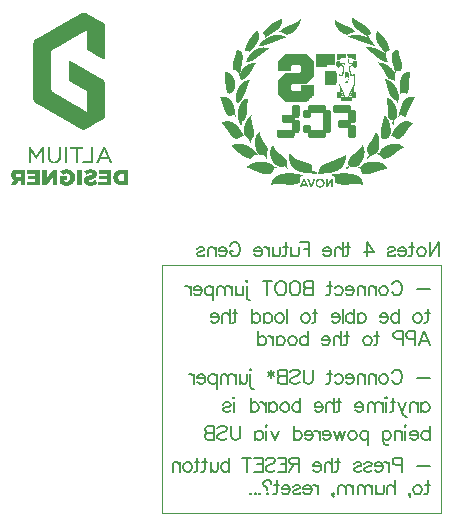
<source format=gbr>
G04*
G04 #@! TF.GenerationSoftware,Altium Limited,Altium Designer,23.8.1 (32)*
G04*
G04 Layer_Color=32896*
%FSLAX44Y44*%
%MOMM*%
G71*
G04*
G04 #@! TF.SameCoordinates,B1DDD4D6-6927-4A11-B6FF-346F9E1F7E25*
G04*
G04*
G04 #@! TF.FilePolarity,Positive*
G04*
G01*
G75*
%ADD10C,0.1000*%
%ADD11C,0.2000*%
G36*
X400679Y482898D02*
X400565D01*
Y483013D01*
X400679D01*
Y482898D01*
D02*
G37*
G36*
X429169D02*
X429283D01*
Y482670D01*
X429398D01*
Y482555D01*
X429512D01*
Y482441D01*
X429627D01*
Y482326D01*
X429741D01*
Y482098D01*
X429855D01*
Y481983D01*
X429970D01*
Y481869D01*
X430084D01*
Y481754D01*
X430199D01*
Y481640D01*
X430313D01*
Y481525D01*
X430428D01*
Y481411D01*
X430656D01*
Y481297D01*
X430771D01*
Y481182D01*
X430885D01*
Y481068D01*
X430999D01*
Y480953D01*
X431228D01*
Y480839D01*
X431343D01*
Y480725D01*
X431457D01*
Y480610D01*
X431686D01*
Y480496D01*
X431800D01*
Y480381D01*
X432029D01*
Y480267D01*
X432144D01*
Y480153D01*
X432373D01*
Y480038D01*
X432487D01*
Y479924D01*
X432716D01*
Y479809D01*
X432945D01*
Y479695D01*
X433059D01*
Y479580D01*
X433288D01*
Y479466D01*
X433517D01*
Y479352D01*
X433745D01*
Y479237D01*
X433974D01*
Y479123D01*
X434203D01*
Y479008D01*
X434432D01*
Y478894D01*
X434661D01*
Y478779D01*
X434890D01*
Y478665D01*
X435118D01*
Y478551D01*
X435347D01*
Y478436D01*
X435576D01*
Y478322D01*
X435805D01*
Y478207D01*
X436148D01*
Y478093D01*
X436377D01*
Y477979D01*
X436606D01*
Y477864D01*
X436949D01*
Y477750D01*
X437178D01*
Y477635D01*
X437521D01*
Y477521D01*
X437750D01*
Y477407D01*
X438093D01*
Y477292D01*
X438437D01*
Y477178D01*
X438665D01*
Y477063D01*
X439009D01*
Y476949D01*
X439238D01*
Y476834D01*
X439581D01*
Y476720D01*
X439810D01*
Y476606D01*
X440153D01*
Y476491D01*
X440382D01*
Y476377D01*
X440611D01*
Y476262D01*
X440839D01*
Y476148D01*
X441183D01*
Y476034D01*
X441411D01*
Y475919D01*
X441640D01*
Y475805D01*
X441869D01*
Y475690D01*
X442098D01*
Y475576D01*
X442327D01*
Y475461D01*
X442556D01*
Y475347D01*
X442670D01*
Y475233D01*
X442899D01*
Y475118D01*
X443128D01*
Y475004D01*
X443357D01*
Y474889D01*
X443471D01*
Y474775D01*
X443700D01*
Y474660D01*
X443929D01*
Y474546D01*
X444043D01*
Y474432D01*
X444272D01*
Y474317D01*
X444386D01*
Y474203D01*
X444615D01*
Y474088D01*
X444729D01*
Y473974D01*
X444844D01*
Y473860D01*
X445073D01*
Y473745D01*
X445187D01*
Y473631D01*
X445302D01*
Y473516D01*
X445416D01*
Y473402D01*
X445645D01*
Y473288D01*
X445759D01*
Y473173D01*
X445874D01*
Y473059D01*
X445988D01*
Y472944D01*
X446102D01*
Y472830D01*
X446217D01*
Y472715D01*
X446331D01*
Y472601D01*
X446446D01*
Y472372D01*
X446560D01*
Y472258D01*
X446675D01*
Y472143D01*
X446789D01*
Y472029D01*
X446903D01*
Y471800D01*
X447018D01*
Y471686D01*
X447132D01*
Y471457D01*
X447247D01*
Y471342D01*
X447018D01*
Y471457D01*
X446789D01*
Y471571D01*
X446446D01*
Y471686D01*
X445988D01*
Y471800D01*
X445187D01*
Y471686D01*
X444615D01*
Y471571D01*
X444272D01*
Y471457D01*
X444043D01*
Y471342D01*
X443814D01*
Y471228D01*
X443585D01*
Y471114D01*
X443357D01*
Y470999D01*
X443128D01*
Y470885D01*
X442899D01*
Y470770D01*
X442670D01*
Y470656D01*
X442441D01*
Y470541D01*
X442212D01*
Y470427D01*
X441983D01*
Y470313D01*
X441755D01*
Y470198D01*
X441526D01*
Y470084D01*
X441183D01*
Y469969D01*
X440839D01*
Y469855D01*
X440382D01*
Y469741D01*
X438894D01*
Y469855D01*
X438322D01*
Y469969D01*
X437864D01*
Y470084D01*
X437521D01*
Y470198D01*
X437178D01*
Y470313D01*
X436835D01*
Y470427D01*
X436606D01*
Y470541D01*
X436377D01*
Y470656D01*
X436148D01*
Y470770D01*
X435919D01*
Y470885D01*
X435691D01*
Y470999D01*
X435576D01*
Y471114D01*
X435347D01*
Y471228D01*
X435233D01*
Y471342D01*
X435004D01*
Y471457D01*
X434890D01*
Y471571D01*
X434661D01*
Y471686D01*
X434547D01*
Y471800D01*
X434432D01*
Y471914D01*
X434318D01*
Y472029D01*
X434089D01*
Y472143D01*
X433974D01*
Y472258D01*
X433860D01*
Y472372D01*
X433745D01*
Y472487D01*
X433631D01*
Y472601D01*
X433517D01*
Y472715D01*
X433402D01*
Y472830D01*
X433288D01*
Y472944D01*
X433173D01*
Y473059D01*
X433059D01*
Y473173D01*
X432945D01*
Y473288D01*
X432830D01*
Y473402D01*
X432716D01*
Y473631D01*
X432601D01*
Y473745D01*
X432487D01*
Y473860D01*
X432373D01*
Y473974D01*
X432258D01*
Y474088D01*
X432144D01*
Y474317D01*
X432029D01*
Y474432D01*
X431915D01*
Y474546D01*
X431800D01*
Y474775D01*
X431686D01*
Y474889D01*
X431572D01*
Y475118D01*
X431457D01*
Y475233D01*
X431343D01*
Y475347D01*
X431228D01*
Y475576D01*
X431114D01*
Y475805D01*
X430999D01*
Y475919D01*
X430885D01*
Y476148D01*
X430771D01*
Y476377D01*
X430656D01*
Y476491D01*
X430542D01*
Y476720D01*
X430428D01*
Y476949D01*
X430313D01*
Y477178D01*
X430199D01*
Y477407D01*
X430084D01*
Y477635D01*
X429970D01*
Y477750D01*
Y477864D01*
X429855D01*
Y478207D01*
X429741D01*
Y478436D01*
X429627D01*
Y478779D01*
X429512D01*
Y479123D01*
X429398D01*
Y479580D01*
X429283D01*
Y480038D01*
X429169D01*
Y480725D01*
X429054D01*
Y483013D01*
X429169D01*
Y482898D01*
D02*
G37*
G36*
X400565Y482441D02*
X400450D01*
Y481983D01*
X400336D01*
Y481525D01*
X400221D01*
Y481182D01*
X400107D01*
Y480839D01*
X399993D01*
Y480496D01*
X399878D01*
Y480153D01*
X399764D01*
Y479809D01*
X399649D01*
Y479466D01*
X399535D01*
Y479237D01*
X399421D01*
Y479008D01*
X399306D01*
Y478665D01*
X399192D01*
Y478436D01*
X399077D01*
Y478207D01*
X398963D01*
Y477979D01*
X398848D01*
Y477750D01*
X398734D01*
Y477521D01*
X398620D01*
Y477292D01*
X398505D01*
Y477063D01*
X398391D01*
Y476834D01*
X398276D01*
Y476720D01*
X398162D01*
Y476491D01*
X398048D01*
Y476262D01*
X397933D01*
Y476148D01*
X397819D01*
Y475919D01*
X397704D01*
Y475805D01*
X397590D01*
Y475576D01*
X397476D01*
Y475461D01*
X397361D01*
Y475233D01*
X397247D01*
Y475118D01*
X397132D01*
Y474889D01*
X397018D01*
Y474775D01*
X396903D01*
Y474660D01*
X396789D01*
Y474546D01*
X396675D01*
Y474317D01*
X396560D01*
Y474203D01*
X396446D01*
Y474088D01*
X396331D01*
Y473974D01*
X396217D01*
Y473860D01*
X396102D01*
Y473631D01*
X395988D01*
Y473516D01*
X395874D01*
Y473402D01*
X395759D01*
Y473288D01*
X395645D01*
Y473173D01*
X395530D01*
Y473059D01*
X395416D01*
Y472944D01*
X395302D01*
Y472830D01*
X395187D01*
Y472715D01*
X395073D01*
Y472601D01*
X394958D01*
Y472487D01*
X394844D01*
Y472372D01*
X394729D01*
Y472258D01*
X394615D01*
Y472143D01*
X394386D01*
Y472029D01*
X394272D01*
Y471914D01*
X394157D01*
Y471800D01*
X394043D01*
Y471686D01*
X393814D01*
Y471571D01*
X393700D01*
Y471457D01*
X393471D01*
Y471342D01*
X393357D01*
Y471228D01*
X393128D01*
Y471114D01*
X393013D01*
Y470999D01*
X392784D01*
Y470885D01*
X392556D01*
Y470770D01*
X392327D01*
Y470656D01*
X392098D01*
Y470541D01*
X391869D01*
Y470427D01*
X391526D01*
Y470313D01*
X391297D01*
Y470198D01*
X390954D01*
Y470084D01*
X390496D01*
Y469969D01*
X390038D01*
Y469855D01*
X389238D01*
Y469741D01*
X387636D01*
Y469855D01*
X387292D01*
Y469969D01*
X387064D01*
Y470084D01*
X386835D01*
Y470198D01*
X386606D01*
Y470313D01*
X386377D01*
Y470427D01*
X386263D01*
Y470541D01*
X386034D01*
Y470656D01*
X385919D01*
Y470770D01*
X385691D01*
Y470885D01*
X385576D01*
Y470999D01*
X385462D01*
Y471114D01*
X385233D01*
Y471228D01*
X385118D01*
Y471342D01*
X385004D01*
Y471457D01*
X384775D01*
Y471571D01*
X384661D01*
Y471686D01*
X384546D01*
Y471800D01*
X384318D01*
Y471914D01*
X383974D01*
Y472029D01*
X383517D01*
Y472143D01*
X383288D01*
Y472029D01*
X382830D01*
Y471914D01*
X382487D01*
Y471800D01*
X382258D01*
Y471686D01*
X382144D01*
Y471571D01*
X382029D01*
Y471457D01*
X381800D01*
Y471571D01*
X381915D01*
Y471800D01*
X382029D01*
Y471914D01*
X382144D01*
Y472029D01*
X382258D01*
Y472258D01*
X382373D01*
Y472372D01*
X382487D01*
Y472487D01*
X382601D01*
Y472601D01*
X382716D01*
Y472715D01*
X382830D01*
Y472830D01*
X382945D01*
Y472944D01*
X383059D01*
Y473059D01*
X383173D01*
Y473173D01*
X383288D01*
Y473288D01*
X383402D01*
Y473402D01*
X383517D01*
Y473516D01*
X383631D01*
Y473631D01*
X383745D01*
Y473745D01*
X383860D01*
Y473860D01*
X384089D01*
Y473974D01*
X384203D01*
Y474088D01*
X384318D01*
Y474203D01*
X384546D01*
Y474317D01*
X384661D01*
Y474432D01*
X384890D01*
Y474546D01*
X385004D01*
Y474660D01*
X385233D01*
Y474775D01*
X385347D01*
Y474889D01*
X385576D01*
Y475004D01*
X385691D01*
Y475118D01*
X385919D01*
Y475233D01*
X386148D01*
Y475347D01*
X386377D01*
Y475461D01*
X386492D01*
Y475576D01*
X386720D01*
Y475690D01*
X386949D01*
Y475805D01*
X387178D01*
Y475919D01*
X387407D01*
Y476034D01*
X387636D01*
Y476148D01*
X387864D01*
Y476262D01*
X388093D01*
Y476377D01*
X388322D01*
Y476491D01*
X388665D01*
Y476606D01*
X388894D01*
Y476720D01*
X389123D01*
Y476834D01*
X389352D01*
Y476949D01*
X389695D01*
Y477063D01*
X389924D01*
Y477178D01*
X390267D01*
Y477292D01*
X390496D01*
Y477407D01*
X390839D01*
Y477521D01*
X391068D01*
Y477635D01*
X391411D01*
Y477750D01*
X391755D01*
Y477864D01*
X391983D01*
Y477979D01*
X392327D01*
Y478093D01*
X392556D01*
Y478207D01*
X392784D01*
Y478322D01*
X393128D01*
Y478436D01*
X393357D01*
Y478551D01*
X393700D01*
Y478665D01*
X393929D01*
Y478779D01*
X394157D01*
Y478894D01*
X394386D01*
Y479008D01*
X394615D01*
Y479123D01*
X394958D01*
Y479237D01*
X395187D01*
Y479352D01*
X395416D01*
Y479466D01*
X395645D01*
Y479580D01*
X395874D01*
Y479695D01*
X396102D01*
Y479809D01*
X396331D01*
Y479924D01*
X396560D01*
Y480038D01*
X396675D01*
Y480153D01*
X396903D01*
Y480267D01*
X397132D01*
Y480381D01*
X397361D01*
Y480496D01*
X397476D01*
Y480610D01*
X397704D01*
Y480725D01*
X397933D01*
Y480839D01*
X398048D01*
Y480953D01*
X398276D01*
Y481068D01*
X398391D01*
Y481182D01*
X398620D01*
Y481297D01*
X398734D01*
Y481411D01*
X398848D01*
Y481525D01*
X399077D01*
Y481640D01*
X399192D01*
Y481754D01*
X399306D01*
Y481869D01*
X399535D01*
Y481983D01*
X399649D01*
Y482098D01*
X399764D01*
Y482212D01*
X399878D01*
Y482326D01*
X399993D01*
Y482441D01*
X400107D01*
Y482555D01*
X400221D01*
Y482670D01*
X400336D01*
Y482784D01*
X400450D01*
Y482898D01*
X400565D01*
Y482441D01*
D02*
G37*
G36*
X444272Y483699D02*
X444501D01*
Y483585D01*
X444729D01*
Y483471D01*
X444844D01*
Y483356D01*
X445073D01*
Y483242D01*
X445187D01*
Y483127D01*
X445416D01*
Y483013D01*
X445530D01*
Y482898D01*
X445759D01*
Y482784D01*
X445988D01*
Y482670D01*
X446102D01*
Y482555D01*
X446331D01*
Y482441D01*
X446560D01*
Y482326D01*
X446675D01*
Y482212D01*
X446903D01*
Y482098D01*
X447018D01*
Y481983D01*
X447247D01*
Y481869D01*
X447476D01*
Y481754D01*
X447590D01*
Y481640D01*
X447819D01*
Y481525D01*
X448048D01*
Y481411D01*
X448162D01*
Y481297D01*
X448391D01*
Y481182D01*
X448620D01*
Y481068D01*
X448734D01*
Y480953D01*
X448963D01*
Y480839D01*
X449077D01*
Y480725D01*
X449306D01*
Y480610D01*
X449535D01*
Y480496D01*
X449649D01*
Y480381D01*
X449878D01*
Y480267D01*
X450107D01*
Y480153D01*
X450221D01*
Y480038D01*
X450450D01*
Y479924D01*
X450679D01*
Y479809D01*
X450794D01*
Y479695D01*
X451022D01*
Y479580D01*
X451137D01*
Y479466D01*
X451366D01*
Y479352D01*
X451595D01*
Y479237D01*
X451709D01*
Y479123D01*
X451938D01*
Y479008D01*
X452167D01*
Y478894D01*
X452281D01*
Y478779D01*
X452510D01*
Y478665D01*
X452739D01*
Y478551D01*
X452853D01*
Y478436D01*
X453082D01*
Y478322D01*
X453311D01*
Y478207D01*
X453425D01*
Y478093D01*
X453654D01*
Y477979D01*
X453768D01*
Y477864D01*
X453997D01*
Y477750D01*
X454112D01*
Y477635D01*
X454341D01*
Y477521D01*
X454455D01*
Y477407D01*
X454684D01*
Y477292D01*
X454798D01*
Y477178D01*
X455027D01*
Y477063D01*
X455141D01*
Y476949D01*
X455256D01*
Y476834D01*
X455485D01*
Y476720D01*
X455599D01*
Y476606D01*
X455714D01*
Y476491D01*
X455828D01*
Y476377D01*
X455942D01*
Y476262D01*
X456171D01*
Y476148D01*
X456286D01*
Y476034D01*
X456400D01*
Y475919D01*
X456514D01*
Y475805D01*
X456629D01*
Y475690D01*
X456743D01*
Y475576D01*
X456858D01*
Y475461D01*
X456972D01*
Y475347D01*
X457086D01*
Y475233D01*
X457201D01*
Y475118D01*
X457315D01*
Y475004D01*
X457430D01*
Y474889D01*
X457544D01*
Y474775D01*
X457659D01*
Y474546D01*
X457773D01*
Y474432D01*
X457887D01*
Y474317D01*
X458002D01*
Y474203D01*
X458116D01*
Y473974D01*
X458231D01*
Y473860D01*
X458345D01*
Y473745D01*
X458460D01*
Y473516D01*
X458574D01*
Y473402D01*
X458688D01*
Y473173D01*
X458803D01*
Y472944D01*
X458917D01*
Y472830D01*
X459032D01*
Y472601D01*
X459146D01*
Y472372D01*
X459260D01*
Y472143D01*
X459375D01*
Y471914D01*
X459489D01*
Y471571D01*
X459604D01*
Y471342D01*
X459718D01*
Y470999D01*
X459832D01*
Y470656D01*
X459947D01*
Y470198D01*
X459832D01*
Y470084D01*
X459718D01*
Y469969D01*
X459604D01*
Y469855D01*
X459375D01*
Y469741D01*
X458917D01*
Y469626D01*
X458345D01*
Y469512D01*
X458002D01*
Y469397D01*
X457887D01*
Y469283D01*
X457773D01*
Y469169D01*
X457659D01*
Y468482D01*
X457773D01*
Y468253D01*
X457887D01*
Y467910D01*
X458002D01*
Y467681D01*
X458116D01*
Y467452D01*
X458231D01*
Y467223D01*
X458345D01*
Y466995D01*
X458460D01*
Y466880D01*
X458574D01*
Y466651D01*
X458688D01*
Y466423D01*
X458803D01*
Y466308D01*
X458917D01*
Y466079D01*
X459032D01*
Y465965D01*
X459146D01*
Y465736D01*
X459260D01*
Y465622D01*
X459375D01*
Y465393D01*
X459489D01*
Y465278D01*
X459604D01*
Y465164D01*
X459718D01*
Y464935D01*
X459832D01*
Y464821D01*
X459947D01*
Y464592D01*
X460061D01*
Y464477D01*
X460176D01*
Y464363D01*
X460290D01*
Y464249D01*
X460405D01*
Y464020D01*
X460519D01*
Y463905D01*
X460633D01*
Y463791D01*
X460748D01*
Y463562D01*
X460862D01*
Y463448D01*
X460977D01*
Y463333D01*
X461091D01*
Y463219D01*
X461205D01*
Y462990D01*
X461320D01*
Y462876D01*
X461434D01*
Y462761D01*
X461549D01*
Y462532D01*
X461663D01*
Y462418D01*
X461778D01*
Y462304D01*
X461892D01*
Y462075D01*
X462006D01*
Y461960D01*
X462121D01*
Y461846D01*
X462235D01*
Y461617D01*
X462350D01*
Y461503D01*
X462464D01*
Y461388D01*
X462579D01*
Y461159D01*
X462693D01*
Y461045D01*
X462807D01*
Y460930D01*
Y460816D01*
X462922D01*
Y460587D01*
X463036D01*
Y460358D01*
X463151D01*
Y460244D01*
X463036D01*
Y460358D01*
X462121D01*
Y460473D01*
X461549D01*
Y460587D01*
X461091D01*
Y460702D01*
X460633D01*
Y460816D01*
X460176D01*
Y460930D01*
X459832D01*
Y461045D01*
X459375D01*
Y461159D01*
X459032D01*
Y461274D01*
X458688D01*
Y461388D01*
X458345D01*
Y461503D01*
X457887D01*
Y461617D01*
X457544D01*
Y461731D01*
X457201D01*
Y461846D01*
X456858D01*
Y461960D01*
X456514D01*
Y462075D01*
X456171D01*
Y462189D01*
X455828D01*
Y462304D01*
X455485D01*
Y462418D01*
X455256D01*
Y462532D01*
X454913D01*
Y462647D01*
X454569D01*
Y462761D01*
X454226D01*
Y462876D01*
X453883D01*
Y462990D01*
X453540D01*
Y463104D01*
X453311D01*
Y463219D01*
X452967D01*
Y463333D01*
X452624D01*
Y463448D01*
X452281D01*
Y463562D01*
X452052D01*
Y463676D01*
X451709D01*
Y463791D01*
X451366D01*
Y463905D01*
X451022D01*
Y464020D01*
X450794D01*
Y464134D01*
X450450D01*
Y464249D01*
X450107D01*
Y464363D01*
X449878D01*
Y464477D01*
X449535D01*
Y464592D01*
X449192D01*
Y464706D01*
X448963D01*
Y464821D01*
X448620D01*
Y464935D01*
X448276D01*
Y465050D01*
X448048D01*
Y465164D01*
X447704D01*
Y465278D01*
X447476D01*
Y465393D01*
X447132D01*
Y465507D01*
X446789D01*
Y465622D01*
X446560D01*
Y465736D01*
X446217D01*
Y465850D01*
X445988D01*
Y465965D01*
X445645D01*
Y466079D01*
X445302D01*
Y466194D01*
X445073D01*
Y466308D01*
X444729D01*
Y466423D01*
X444501D01*
Y466537D01*
X444157D01*
Y466651D01*
X443814D01*
Y466766D01*
X443585D01*
Y466880D01*
X443242D01*
Y466995D01*
X443013D01*
Y467109D01*
X442670D01*
Y467223D01*
X442441D01*
Y467338D01*
X442098D01*
Y467452D01*
X441869D01*
Y467567D01*
X441526D01*
Y467681D01*
X441297D01*
Y467795D01*
X440954D01*
Y467910D01*
X440611D01*
Y468024D01*
X440382D01*
Y468139D01*
X440153D01*
Y468253D01*
X440382D01*
Y468368D01*
X440725D01*
Y468482D01*
X441068D01*
Y468596D01*
X441411D01*
Y468711D01*
X441755D01*
Y468825D01*
X442212D01*
Y468940D01*
X442670D01*
Y469054D01*
X443128D01*
Y469169D01*
X443700D01*
Y469283D01*
X444501D01*
Y469397D01*
X445530D01*
Y469512D01*
X448505D01*
Y469397D01*
X449649D01*
Y469283D01*
X450450D01*
Y469169D01*
X451137D01*
Y469054D01*
X451709D01*
Y468940D01*
X452167D01*
Y468825D01*
X452624D01*
Y468711D01*
X453082D01*
Y468596D01*
X453425D01*
Y468482D01*
X453883D01*
Y468368D01*
X454226D01*
Y468253D01*
X454569D01*
Y468139D01*
X454913D01*
Y468024D01*
X455256D01*
Y467910D01*
X455485D01*
Y467795D01*
X455828D01*
Y467681D01*
X456057D01*
Y467567D01*
X456400D01*
Y467452D01*
X456629D01*
Y467338D01*
X456972D01*
Y467223D01*
X457201D01*
Y467109D01*
X457430D01*
Y466995D01*
X457659D01*
Y466880D01*
X458002D01*
Y466766D01*
X458116D01*
Y466880D01*
X458002D01*
Y466995D01*
X457773D01*
Y467109D01*
X457659D01*
Y467223D01*
X457544D01*
Y467338D01*
X457430D01*
Y467452D01*
X457201D01*
Y467567D01*
X457086D01*
Y467681D01*
X456972D01*
Y467795D01*
X456743D01*
Y467910D01*
X456629D01*
Y468024D01*
X456514D01*
Y468139D01*
X456286D01*
Y468253D01*
X456171D01*
Y468368D01*
X456057D01*
Y468482D01*
X455828D01*
Y468596D01*
X455714D01*
Y468711D01*
X455599D01*
Y468825D01*
X455370D01*
Y468940D01*
X455256D01*
Y469054D01*
X455027D01*
Y469169D01*
X454913D01*
Y469283D01*
X454798D01*
Y469397D01*
X454569D01*
Y469512D01*
X454455D01*
Y469626D01*
X454341D01*
Y469741D01*
X454112D01*
Y469855D01*
X453997D01*
Y469969D01*
X453768D01*
Y470084D01*
X453654D01*
Y470198D01*
X453540D01*
Y470313D01*
X453311D01*
Y470427D01*
X453196D01*
Y470541D01*
X453082D01*
Y470656D01*
X452853D01*
Y470770D01*
X452739D01*
Y470885D01*
X452510D01*
Y470999D01*
X452395D01*
Y471114D01*
X452281D01*
Y471228D01*
X452052D01*
Y471342D01*
X451938D01*
Y471457D01*
X451709D01*
Y471571D01*
X451595D01*
Y471686D01*
X451480D01*
Y471800D01*
X451251D01*
Y471914D01*
X451137D01*
Y472029D01*
X451022D01*
Y472143D01*
X450794D01*
Y472258D01*
X450679D01*
Y472372D01*
X450450D01*
Y472487D01*
X450336D01*
Y472601D01*
X450221D01*
Y472715D01*
X449993D01*
Y472830D01*
X449878D01*
Y472944D01*
X449649D01*
Y473059D01*
X449535D01*
Y473173D01*
X449421D01*
Y473288D01*
X449192D01*
Y473402D01*
X449077D01*
Y473516D01*
X448848D01*
Y473631D01*
X448734D01*
Y473745D01*
X448620D01*
Y473860D01*
X448391D01*
Y473974D01*
X448276D01*
Y474088D01*
X448162D01*
Y474203D01*
X447933D01*
Y474317D01*
X447819D01*
Y474432D01*
X447704D01*
Y474546D01*
X447590D01*
Y474660D01*
X447361D01*
Y474775D01*
X447247D01*
Y474889D01*
X447132D01*
Y475004D01*
X447018D01*
Y475118D01*
X446903D01*
Y475233D01*
X446789D01*
Y475347D01*
X446675D01*
Y475461D01*
X446560D01*
Y475576D01*
X446446D01*
Y475690D01*
X446331D01*
Y475805D01*
X446217D01*
Y475919D01*
X446102D01*
Y476148D01*
X445988D01*
Y476262D01*
X445874D01*
Y476377D01*
X445759D01*
Y476491D01*
X445645D01*
Y476720D01*
X445530D01*
Y476834D01*
X445416D01*
Y476949D01*
X445302D01*
Y477178D01*
X445187D01*
Y477407D01*
X445073D01*
Y477521D01*
X444958D01*
Y477750D01*
X444844D01*
Y477979D01*
X444729D01*
Y478207D01*
X444615D01*
Y478436D01*
X444501D01*
Y478665D01*
X444386D01*
Y479008D01*
X444272D01*
Y479352D01*
X444157D01*
Y479809D01*
X444043D01*
Y480381D01*
X443929D01*
Y483242D01*
X444043D01*
Y483814D01*
X444272D01*
Y483699D01*
D02*
G37*
G36*
X384890Y481869D02*
X384775D01*
Y480839D01*
X384661D01*
Y480153D01*
X384546D01*
Y479695D01*
X384432D01*
Y479237D01*
X384318D01*
Y478894D01*
X384203D01*
Y478665D01*
X384089D01*
Y478322D01*
X383974D01*
Y478093D01*
X383860D01*
Y477864D01*
X383745D01*
Y477635D01*
X383631D01*
Y477407D01*
X383517D01*
Y477178D01*
X383402D01*
Y476949D01*
X383288D01*
Y476834D01*
X383173D01*
Y476606D01*
X383059D01*
Y476491D01*
X382945D01*
Y476262D01*
X382830D01*
Y476148D01*
X382716D01*
Y476034D01*
X382601D01*
Y475805D01*
X382487D01*
Y475690D01*
X382373D01*
Y475576D01*
X382258D01*
Y475461D01*
X382144D01*
Y475347D01*
X382029D01*
Y475118D01*
X381915D01*
Y475004D01*
X381800D01*
Y474889D01*
X381686D01*
Y474775D01*
X381572D01*
Y474660D01*
X381457D01*
Y474546D01*
X381228D01*
Y474432D01*
X381114D01*
Y474317D01*
X380999D01*
Y474203D01*
X380885D01*
Y474088D01*
X380771D01*
Y473974D01*
X380656D01*
Y473860D01*
X380428D01*
Y473745D01*
X380313D01*
Y473631D01*
X380199D01*
Y473516D01*
X379970D01*
Y473402D01*
X379855D01*
Y473288D01*
X379741D01*
Y473173D01*
X379512D01*
Y473059D01*
X379398D01*
Y472944D01*
X379169D01*
Y472830D01*
X379054D01*
Y472715D01*
X378826D01*
Y472601D01*
X378597D01*
Y472487D01*
X378482D01*
Y472372D01*
X378254D01*
Y472258D01*
X378139D01*
Y472143D01*
X377910D01*
Y472029D01*
X377796D01*
Y471914D01*
X377567D01*
Y471800D01*
X377453D01*
Y471686D01*
X377224D01*
Y471571D01*
X377109D01*
Y471457D01*
X376881D01*
Y471342D01*
X376766D01*
Y471228D01*
X376537D01*
Y471114D01*
X376423D01*
Y470999D01*
X376194D01*
Y470885D01*
X376080D01*
Y470770D01*
X375851D01*
Y470656D01*
X375736D01*
Y470541D01*
X375508D01*
Y470427D01*
X375279D01*
Y470313D01*
X375164D01*
Y470198D01*
X374935D01*
Y470084D01*
X374821D01*
Y469969D01*
X374592D01*
Y469855D01*
X374478D01*
Y469741D01*
X374249D01*
Y469626D01*
X374135D01*
Y469512D01*
X373906D01*
Y469397D01*
X373791D01*
Y469283D01*
X373563D01*
Y469169D01*
X373448D01*
Y469054D01*
X373219D01*
Y468940D01*
X373105D01*
Y468825D01*
X372876D01*
Y468711D01*
X372762D01*
Y468596D01*
X372533D01*
Y468482D01*
X372418D01*
Y468368D01*
X372189D01*
Y468253D01*
X372075D01*
Y468139D01*
X371846D01*
Y468024D01*
X371732D01*
Y467910D01*
X371503D01*
Y467795D01*
X371389D01*
Y467681D01*
X371160D01*
Y467567D01*
X371045D01*
Y467452D01*
X370931D01*
Y467338D01*
X370702D01*
Y467223D01*
X370588D01*
Y467109D01*
X370359D01*
Y466995D01*
X370244D01*
Y466880D01*
X370130D01*
Y466766D01*
X369901D01*
Y466880D01*
X370016D01*
Y467109D01*
X370130D01*
Y467452D01*
X370244D01*
Y467795D01*
X370359D01*
Y468368D01*
X370473D01*
Y468482D01*
X370359D01*
Y468940D01*
X370244D01*
Y469169D01*
X370130D01*
Y469283D01*
X370016D01*
Y469397D01*
X369901D01*
Y469626D01*
X369787D01*
Y469741D01*
X369558D01*
Y469855D01*
X369444D01*
Y469969D01*
X369329D01*
Y470084D01*
X369215D01*
Y470198D01*
X369100D01*
Y470313D01*
X368986D01*
Y470427D01*
X368871D01*
Y470541D01*
X368757D01*
Y470656D01*
X368643D01*
Y470770D01*
X368528D01*
Y470999D01*
X368414D01*
Y471114D01*
X368299D01*
Y471457D01*
X368414D01*
Y471571D01*
X368528D01*
Y471800D01*
X368643D01*
Y471914D01*
X368757D01*
Y472029D01*
X368871D01*
Y472143D01*
X368986D01*
Y472258D01*
X369100D01*
Y472487D01*
X369215D01*
Y472601D01*
X369329D01*
Y472715D01*
X369444D01*
Y472830D01*
X369558D01*
Y472944D01*
X369672D01*
Y473059D01*
X369787D01*
Y473173D01*
X369901D01*
Y473402D01*
X370016D01*
Y473516D01*
X370130D01*
Y473631D01*
X370244D01*
Y473745D01*
X370359D01*
Y473860D01*
X370473D01*
Y473974D01*
X370588D01*
Y474088D01*
X370702D01*
Y474203D01*
X370816D01*
Y474317D01*
X370931D01*
Y474432D01*
X371045D01*
Y474546D01*
X371160D01*
Y474660D01*
X371274D01*
Y474775D01*
X371389D01*
Y474889D01*
X371503D01*
Y475004D01*
X371617D01*
Y475118D01*
X371732D01*
Y475233D01*
X371846D01*
Y475347D01*
X371961D01*
Y475461D01*
X372075D01*
Y475576D01*
X372189D01*
Y475690D01*
X372304D01*
Y475805D01*
X372418D01*
Y475919D01*
X372533D01*
Y476034D01*
X372647D01*
Y476148D01*
X372762D01*
Y476262D01*
X372876D01*
Y476377D01*
X372990D01*
Y476491D01*
X373105D01*
Y476606D01*
X373219D01*
Y476720D01*
X373448D01*
Y476834D01*
X373563D01*
Y476949D01*
X373677D01*
Y477063D01*
X373791D01*
Y477178D01*
X373906D01*
Y477292D01*
X374020D01*
Y477407D01*
X374249D01*
Y477521D01*
X374363D01*
Y477635D01*
X374478D01*
Y477750D01*
X374592D01*
Y477864D01*
X374707D01*
Y477979D01*
X374935D01*
Y478093D01*
X375050D01*
Y478207D01*
X375164D01*
Y478322D01*
X375393D01*
Y478436D01*
X375508D01*
Y478551D01*
X375622D01*
Y478665D01*
X375851D01*
Y478779D01*
X375965D01*
Y478894D01*
X376080D01*
Y479008D01*
X376309D01*
Y479123D01*
X376423D01*
Y479237D01*
X376652D01*
Y479352D01*
X376766D01*
Y479466D01*
X376881D01*
Y479580D01*
X377109D01*
Y479695D01*
X377224D01*
Y479809D01*
X377453D01*
Y479924D01*
X377682D01*
Y480038D01*
X377796D01*
Y480153D01*
X378025D01*
Y480267D01*
X378254D01*
Y480381D01*
X378368D01*
Y480496D01*
X378597D01*
Y480610D01*
X378826D01*
Y480725D01*
X379054D01*
Y480839D01*
X379169D01*
Y480953D01*
X379398D01*
Y481068D01*
X379627D01*
Y481182D01*
X379855D01*
Y481297D01*
X380084D01*
Y481411D01*
X380313D01*
Y481525D01*
X380542D01*
Y481640D01*
X380771D01*
Y481754D01*
X381114D01*
Y481869D01*
X381343D01*
Y481983D01*
X381572D01*
Y482098D01*
X381915D01*
Y482212D01*
X382258D01*
Y482326D01*
X382487D01*
Y482441D01*
X382830D01*
Y482555D01*
X383173D01*
Y482670D01*
X383517D01*
Y482784D01*
X383974D01*
Y482898D01*
X384318D01*
Y483013D01*
X384890D01*
Y481869D01*
D02*
G37*
G36*
X381800Y469512D02*
X382945D01*
Y469397D01*
X383631D01*
Y469283D01*
X384089D01*
Y469169D01*
X384546D01*
Y469054D01*
X384890D01*
Y468940D01*
X385233D01*
Y468825D01*
X385462D01*
Y468711D01*
X385805D01*
Y468596D01*
X386034D01*
Y468482D01*
X386263D01*
Y468368D01*
X386492D01*
Y468253D01*
X386720D01*
Y468139D01*
X386949D01*
Y468024D01*
X387064D01*
Y467910D01*
X387292D01*
Y467795D01*
X387521D01*
Y467681D01*
X387636D01*
Y467567D01*
X387864D01*
Y467452D01*
X387979D01*
Y467338D01*
X387750D01*
Y467223D01*
X387407D01*
Y467109D01*
X387064D01*
Y466995D01*
X386720D01*
Y466880D01*
X386377D01*
Y466766D01*
X386034D01*
Y466651D01*
X385691D01*
Y466537D01*
X385347D01*
Y466423D01*
X385004D01*
Y466308D01*
X384775D01*
Y466194D01*
X384432D01*
Y466079D01*
X384089D01*
Y465965D01*
X383860D01*
Y465850D01*
X383517D01*
Y465736D01*
X383288D01*
Y465622D01*
X382945D01*
Y465507D01*
X382601D01*
Y465393D01*
X382373D01*
Y465278D01*
X382029D01*
Y465164D01*
X381800D01*
Y465050D01*
X381457D01*
Y464935D01*
X381228D01*
Y464821D01*
X380885D01*
Y464706D01*
X380656D01*
Y464592D01*
X380313D01*
Y464477D01*
X380084D01*
Y464363D01*
X379741D01*
Y464249D01*
X379512D01*
Y464134D01*
X379169D01*
Y464020D01*
X378940D01*
Y463905D01*
X378597D01*
Y463791D01*
X378368D01*
Y463676D01*
X378139D01*
Y463562D01*
X377796D01*
Y463448D01*
X377567D01*
Y463333D01*
X377224D01*
Y463219D01*
X376995D01*
Y463104D01*
X376652D01*
Y462990D01*
X376423D01*
Y462876D01*
X376194D01*
Y462761D01*
X375851D01*
Y462647D01*
X375622D01*
Y462532D01*
X375279D01*
Y462418D01*
X375050D01*
Y462304D01*
X374707D01*
Y462189D01*
X374478D01*
Y462075D01*
X374135D01*
Y461960D01*
X373791D01*
Y461846D01*
X373563D01*
Y461731D01*
X373219D01*
Y461617D01*
X372876D01*
Y461503D01*
X372533D01*
Y461388D01*
X372189D01*
Y461274D01*
X371732D01*
Y461159D01*
X371389D01*
Y461045D01*
X370931D01*
Y460930D01*
X370588D01*
Y460816D01*
X370016D01*
Y460702D01*
X369558D01*
Y460587D01*
X368986D01*
Y460473D01*
X368299D01*
Y460358D01*
X367270D01*
Y460244D01*
X365096D01*
Y460473D01*
X365210D01*
Y460587D01*
X365325D01*
Y460816D01*
X365439D01*
Y461045D01*
X365553D01*
Y461159D01*
X365668D01*
Y461388D01*
X365782D01*
Y461503D01*
X365897D01*
Y461731D01*
X366011D01*
Y461846D01*
X366125D01*
Y461960D01*
X366240D01*
Y462189D01*
X366354D01*
Y462304D01*
X366469D01*
Y462418D01*
X366583D01*
Y462532D01*
X366698D01*
Y462761D01*
X366812D01*
Y462876D01*
X366926D01*
Y462990D01*
X367041D01*
Y463104D01*
X367155D01*
Y463219D01*
X367270D01*
Y463333D01*
X367384D01*
Y463448D01*
X367498D01*
Y463562D01*
X367613D01*
Y463676D01*
X367727D01*
Y463791D01*
X367842D01*
Y463905D01*
X367956D01*
Y464020D01*
X368070D01*
Y464134D01*
X368185D01*
Y464249D01*
X368299D01*
Y464363D01*
X368414D01*
Y464477D01*
X368528D01*
Y464592D01*
X368643D01*
Y464706D01*
X368757D01*
Y464821D01*
X368986D01*
Y464935D01*
X369100D01*
Y465050D01*
X369215D01*
Y465164D01*
X369329D01*
Y465278D01*
X369558D01*
Y465393D01*
X369672D01*
Y465507D01*
X369787D01*
Y465622D01*
X370016D01*
Y465736D01*
X370130D01*
Y465850D01*
X370359D01*
Y465965D01*
X370473D01*
Y466079D01*
X370702D01*
Y466194D01*
X370816D01*
Y466308D01*
X371045D01*
Y466423D01*
X371160D01*
Y466537D01*
X371389D01*
Y466651D01*
X371617D01*
Y466766D01*
X371732D01*
Y466880D01*
X371961D01*
Y466995D01*
X372189D01*
Y467109D01*
X372418D01*
Y467223D01*
X372647D01*
Y467338D01*
X372876D01*
Y467452D01*
X373105D01*
Y467567D01*
X373334D01*
Y467681D01*
X373563D01*
Y467795D01*
X373791D01*
Y467910D01*
X374135D01*
Y468024D01*
X374363D01*
Y468139D01*
X374592D01*
Y468253D01*
X374935D01*
Y468368D01*
X375164D01*
Y468482D01*
X375508D01*
Y468596D01*
X375851D01*
Y468711D01*
X376194D01*
Y468825D01*
X376537D01*
Y468940D01*
X376995D01*
Y469054D01*
X377338D01*
Y469169D01*
X377910D01*
Y469283D01*
X378368D01*
Y469397D01*
X379169D01*
Y469512D01*
X380313D01*
Y469626D01*
X381800D01*
Y469512D01*
D02*
G37*
G36*
X363608Y472715D02*
X363723D01*
Y472487D01*
X363837D01*
Y472258D01*
X363951D01*
Y472029D01*
X364066D01*
Y471800D01*
X364180D01*
Y471571D01*
X364295D01*
Y471342D01*
X364409D01*
Y470999D01*
X364524D01*
Y470656D01*
X364638D01*
Y470313D01*
X364752D01*
Y469741D01*
X364867D01*
Y468825D01*
X364981D01*
Y467452D01*
X364867D01*
Y466537D01*
X364752D01*
Y465965D01*
X364638D01*
Y465507D01*
X364524D01*
Y465164D01*
X364409D01*
Y464821D01*
X364295D01*
Y464477D01*
X364180D01*
Y464249D01*
X364066D01*
Y463905D01*
X363951D01*
Y463676D01*
X363837D01*
Y463448D01*
X363723D01*
Y463219D01*
X363608D01*
Y462990D01*
X363494D01*
Y462761D01*
X363379D01*
Y462532D01*
X363265D01*
Y462418D01*
X363151D01*
Y462189D01*
X363036D01*
Y461960D01*
X362922D01*
Y461846D01*
X362807D01*
Y461617D01*
X362693D01*
Y461388D01*
X362579D01*
Y461274D01*
X362464D01*
Y461045D01*
X362350D01*
Y460930D01*
X362235D01*
Y460702D01*
X362121D01*
Y460587D01*
X362006D01*
Y460473D01*
X361892D01*
Y460244D01*
X361778D01*
Y460130D01*
X361663D01*
Y460015D01*
X361549D01*
Y459786D01*
X361434D01*
Y459672D01*
X361320D01*
Y459557D01*
X361205D01*
Y459329D01*
X361091D01*
Y459214D01*
X360977D01*
Y459100D01*
X360862D01*
Y458985D01*
X360748D01*
Y458757D01*
X360633D01*
Y458642D01*
X360519D01*
Y458528D01*
X360405D01*
Y458413D01*
X360290D01*
Y458299D01*
X360176D01*
Y458070D01*
X360061D01*
Y457956D01*
X359947D01*
Y457841D01*
X359832D01*
Y457727D01*
X359718D01*
Y457612D01*
X359604D01*
Y457498D01*
X359489D01*
Y457384D01*
X359375D01*
Y457269D01*
X359260D01*
Y457040D01*
X359146D01*
Y456926D01*
X359032D01*
Y456811D01*
X358917D01*
Y456697D01*
X358803D01*
Y456583D01*
X358688D01*
Y456468D01*
X358574D01*
Y456354D01*
X358460D01*
Y456239D01*
X358345D01*
Y456125D01*
X358231D01*
Y456011D01*
X358116D01*
Y455782D01*
X358002D01*
Y455667D01*
X357887D01*
Y455553D01*
X357773D01*
Y455438D01*
X357659D01*
Y455324D01*
X357544D01*
Y455210D01*
X357430D01*
Y455095D01*
X357315D01*
Y454981D01*
X357201D01*
Y454866D01*
X357086D01*
Y454752D01*
X356972D01*
Y454638D01*
X356858D01*
Y454523D01*
X356743D01*
Y454409D01*
X356629D01*
Y454294D01*
X356514D01*
Y454180D01*
X356400D01*
Y455553D01*
X356286D01*
Y455782D01*
X356171D01*
Y455896D01*
X356057D01*
Y456011D01*
X355485D01*
Y455896D01*
X354798D01*
Y455782D01*
X354226D01*
Y455896D01*
X353654D01*
Y456011D01*
X353425D01*
Y456125D01*
X353311D01*
Y456239D01*
X353196D01*
Y456811D01*
X353311D01*
Y457384D01*
X353425D01*
Y457956D01*
X353540D01*
Y458413D01*
X353654D01*
Y458871D01*
X353768D01*
Y459214D01*
X353883D01*
Y459672D01*
X353997D01*
Y460015D01*
X354112D01*
Y460244D01*
X354226D01*
Y460587D01*
X354341D01*
Y460930D01*
X354455D01*
Y461159D01*
X354569D01*
Y461503D01*
X354684D01*
Y461731D01*
X354798D01*
Y461960D01*
X354913D01*
Y462189D01*
X355027D01*
Y462418D01*
X355141D01*
Y462647D01*
X355256D01*
Y462876D01*
X355370D01*
Y463104D01*
X355485D01*
Y463333D01*
X355599D01*
Y463562D01*
X355714D01*
Y463791D01*
X355828D01*
Y464020D01*
X355942D01*
Y464134D01*
X356057D01*
Y464363D01*
X356171D01*
Y464592D01*
X356286D01*
Y464706D01*
X356400D01*
Y464935D01*
X356514D01*
Y465164D01*
X356629D01*
Y465278D01*
X356743D01*
Y465507D01*
X356858D01*
Y465622D01*
X356972D01*
Y465850D01*
X357086D01*
Y465965D01*
X357201D01*
Y466079D01*
X357315D01*
Y466308D01*
X357430D01*
Y466423D01*
X357544D01*
Y466651D01*
X357659D01*
Y466766D01*
X357773D01*
Y466880D01*
X357887D01*
Y467109D01*
X358002D01*
Y467223D01*
X358116D01*
Y467338D01*
X358231D01*
Y467567D01*
X358345D01*
Y467681D01*
X358460D01*
Y467795D01*
X358574D01*
Y467910D01*
X358688D01*
Y468024D01*
X358803D01*
Y468253D01*
X358917D01*
Y468368D01*
X359032D01*
Y468482D01*
X359146D01*
Y468596D01*
X359260D01*
Y468711D01*
X359375D01*
Y468825D01*
X359489D01*
Y469054D01*
X359604D01*
Y469169D01*
X359718D01*
Y469283D01*
X359832D01*
Y469397D01*
X359947D01*
Y469512D01*
X360061D01*
Y469626D01*
X360176D01*
Y469741D01*
X360290D01*
Y469855D01*
X360405D01*
Y469969D01*
X360519D01*
Y470084D01*
X360633D01*
Y470198D01*
X360748D01*
Y470313D01*
X360862D01*
Y470427D01*
X360977D01*
Y470541D01*
X361091D01*
Y470656D01*
X361205D01*
Y470770D01*
X361320D01*
Y470885D01*
X361434D01*
Y470999D01*
X361549D01*
Y471114D01*
X361663D01*
Y471228D01*
X361778D01*
Y471342D01*
X361892D01*
Y471457D01*
X362006D01*
Y471571D01*
X362121D01*
Y471686D01*
X362235D01*
Y471800D01*
X362350D01*
Y471914D01*
X362464D01*
Y472029D01*
X362579D01*
Y472143D01*
X362693D01*
Y472258D01*
X362807D01*
Y472372D01*
X363036D01*
Y472487D01*
X363151D01*
Y472601D01*
X363265D01*
Y472715D01*
X363379D01*
Y472830D01*
X363608D01*
Y472715D01*
D02*
G37*
G36*
X465553D02*
X465668D01*
Y472601D01*
X465782D01*
Y472487D01*
X466011D01*
Y472372D01*
X466125D01*
Y472258D01*
X466240D01*
Y472143D01*
X466354D01*
Y472029D01*
X466469D01*
Y471914D01*
X466583D01*
Y471800D01*
X466698D01*
Y471686D01*
X466812D01*
Y471571D01*
X466926D01*
Y471457D01*
X467041D01*
Y471342D01*
X467155D01*
Y471228D01*
X467270D01*
Y471114D01*
X467384D01*
Y470999D01*
X467498D01*
Y470885D01*
X467613D01*
Y470770D01*
X467727D01*
Y470656D01*
X467842D01*
Y470541D01*
X467956D01*
Y470427D01*
X468070D01*
Y470313D01*
X468185D01*
Y470198D01*
X468299D01*
Y470084D01*
X468414D01*
Y469855D01*
X468528D01*
Y469741D01*
X468643D01*
Y469626D01*
X468757D01*
Y469512D01*
X468871D01*
Y469397D01*
X468986D01*
Y469283D01*
X469100D01*
Y469169D01*
X469215D01*
Y469054D01*
X469329D01*
Y468940D01*
X469444D01*
Y468711D01*
X469558D01*
Y468596D01*
X469672D01*
Y468482D01*
X469787D01*
Y468368D01*
X469901D01*
Y468253D01*
X470016D01*
Y468024D01*
X470130D01*
Y467910D01*
X470244D01*
Y467795D01*
X470359D01*
Y467681D01*
X470473D01*
Y467452D01*
X470588D01*
Y467338D01*
X470702D01*
Y467223D01*
X470816D01*
Y467109D01*
X470931D01*
Y466880D01*
X471045D01*
Y466766D01*
X471160D01*
Y466651D01*
X471274D01*
Y466423D01*
X471389D01*
Y466308D01*
X471503D01*
Y466079D01*
X471617D01*
Y465965D01*
X471732D01*
Y465850D01*
X471846D01*
Y465622D01*
X471961D01*
Y465507D01*
X472075D01*
Y465278D01*
X472189D01*
Y465164D01*
X472304D01*
Y464935D01*
X472418D01*
Y464706D01*
X472533D01*
Y464592D01*
X472647D01*
Y464363D01*
X472762D01*
Y464249D01*
X472876D01*
Y464020D01*
X472990D01*
Y463791D01*
X473105D01*
Y463562D01*
X473219D01*
Y463448D01*
X473334D01*
Y463219D01*
X473448D01*
Y462990D01*
X473563D01*
Y462761D01*
X473677D01*
Y462532D01*
X473791D01*
Y462304D01*
X473906D01*
Y462075D01*
X474020D01*
Y461846D01*
X474135D01*
Y461617D01*
X474249D01*
Y461274D01*
X474363D01*
Y461045D01*
X474478D01*
Y460816D01*
X474592D01*
Y460473D01*
X474707D01*
Y460244D01*
X474821D01*
Y459901D01*
X474935D01*
Y459557D01*
X475050D01*
Y459214D01*
X475164D01*
Y458871D01*
X475279D01*
Y458413D01*
X475393D01*
Y457956D01*
X475508D01*
Y457498D01*
X475622D01*
Y456926D01*
X475736D01*
Y456354D01*
X475279D01*
Y456239D01*
X474707D01*
Y456125D01*
X474363D01*
Y456011D01*
X474020D01*
Y455896D01*
X473791D01*
Y455782D01*
X473563D01*
Y455667D01*
X473448D01*
Y455553D01*
X473219D01*
Y455438D01*
X473105D01*
Y455324D01*
X472990D01*
Y455210D01*
X472876D01*
Y454981D01*
X472762D01*
Y454866D01*
X472647D01*
Y454638D01*
X472533D01*
Y454409D01*
X472418D01*
Y454066D01*
X472304D01*
Y453493D01*
X472189D01*
Y452235D01*
X472304D01*
Y451548D01*
X472418D01*
Y450976D01*
X472533D01*
Y450519D01*
X472647D01*
Y450175D01*
X472762D01*
Y449718D01*
X472876D01*
Y449489D01*
X472990D01*
Y449146D01*
X473105D01*
Y448802D01*
X473219D01*
Y448574D01*
X473334D01*
Y448230D01*
X473448D01*
Y448002D01*
X473563D01*
Y447658D01*
X473677D01*
Y447429D01*
X473791D01*
Y447086D01*
X473906D01*
Y446857D01*
X474020D01*
Y446514D01*
X474135D01*
Y446285D01*
X474249D01*
Y446171D01*
X473677D01*
Y446285D01*
X473105D01*
Y446400D01*
X472647D01*
Y446514D01*
X472189D01*
Y446628D01*
X471846D01*
Y446743D01*
X471503D01*
Y446857D01*
X471160D01*
Y446972D01*
X470816D01*
Y447086D01*
X470588D01*
Y447201D01*
X470244D01*
Y447315D01*
X470016D01*
Y447429D01*
X469787D01*
Y447544D01*
X469558D01*
Y447658D01*
X469329D01*
Y447773D01*
X469100D01*
Y447887D01*
X468871D01*
Y448002D01*
X468643D01*
Y448116D01*
X468414D01*
Y448230D01*
X468299D01*
Y448345D01*
X468070D01*
Y448459D01*
X467842D01*
Y448574D01*
X467727D01*
Y448688D01*
X467498D01*
Y448802D01*
X467270D01*
Y448917D01*
X467155D01*
Y449031D01*
X466926D01*
Y449146D01*
X466812D01*
Y449260D01*
X466583D01*
Y449375D01*
X466469D01*
Y449489D01*
X466240D01*
Y449603D01*
X466125D01*
Y449718D01*
X465897D01*
Y449832D01*
X465782D01*
Y449947D01*
X465668D01*
Y450061D01*
X465439D01*
Y450175D01*
X465325D01*
Y450290D01*
X465210D01*
Y450404D01*
X464981D01*
Y450519D01*
X464867D01*
Y450633D01*
X464752D01*
Y450747D01*
X464524D01*
Y450862D01*
X464409D01*
Y450976D01*
X464295D01*
Y451091D01*
X464180D01*
Y451205D01*
X463951D01*
Y451320D01*
X463837D01*
Y451434D01*
X463723D01*
Y451548D01*
X463608D01*
Y451663D01*
X463494D01*
Y451777D01*
X463265D01*
Y451892D01*
X463151D01*
Y452006D01*
X463036D01*
Y452121D01*
X462922D01*
Y452235D01*
X462807D01*
Y452349D01*
X462693D01*
Y452464D01*
X462464D01*
Y452578D01*
X462350D01*
Y452692D01*
X462235D01*
Y452807D01*
X462121D01*
Y452921D01*
X462006D01*
Y453036D01*
X461892D01*
Y453150D01*
X461663D01*
Y453265D01*
X461549D01*
Y453379D01*
X461434D01*
Y453493D01*
X461320D01*
Y453608D01*
X461205D01*
Y453722D01*
X461091D01*
Y453837D01*
X460977D01*
Y453951D01*
X460748D01*
Y454066D01*
X460633D01*
Y454180D01*
X460519D01*
Y454294D01*
X460405D01*
Y454409D01*
X460290D01*
Y454523D01*
X460176D01*
Y454638D01*
X460061D01*
Y454752D01*
X459947D01*
Y454866D01*
X459718D01*
Y454981D01*
X459604D01*
Y455095D01*
X459489D01*
Y455210D01*
X459375D01*
Y455324D01*
X459260D01*
Y455438D01*
X459146D01*
Y455553D01*
X459032D01*
Y455667D01*
X458803D01*
Y455782D01*
X458688D01*
Y455896D01*
X458574D01*
Y456011D01*
X458460D01*
Y456125D01*
X458345D01*
Y456239D01*
X458231D01*
Y456354D01*
X458116D01*
Y456468D01*
X457887D01*
Y456583D01*
X457773D01*
Y456697D01*
X457659D01*
Y456811D01*
X457544D01*
Y456926D01*
X457430D01*
Y457040D01*
X457201D01*
Y457155D01*
X457086D01*
Y457269D01*
X456972D01*
Y457384D01*
X456858D01*
Y457498D01*
X456743D01*
Y457612D01*
X456514D01*
Y457727D01*
X456400D01*
Y457841D01*
X456286D01*
Y457956D01*
X456171D01*
Y458070D01*
X455942D01*
Y458185D01*
X455828D01*
Y458299D01*
X455714D01*
Y458413D01*
X455485D01*
Y458528D01*
X455370D01*
Y458642D01*
X455256D01*
Y458757D01*
X455485D01*
Y458871D01*
X456286D01*
Y458985D01*
X457659D01*
Y459100D01*
X458917D01*
Y458985D01*
X460290D01*
Y458871D01*
X461091D01*
Y458757D01*
X461663D01*
Y458642D01*
X462235D01*
Y458528D01*
X462579D01*
Y458413D01*
X463036D01*
Y458299D01*
X463379D01*
Y458185D01*
X463723D01*
Y458070D01*
X464066D01*
Y457956D01*
X464409D01*
Y457841D01*
X464638D01*
Y457727D01*
X464981D01*
Y457612D01*
X465210D01*
Y457498D01*
X465439D01*
Y457384D01*
X465668D01*
Y457269D01*
X465897D01*
Y457155D01*
X466125D01*
Y457040D01*
X466354D01*
Y456926D01*
X466583D01*
Y456811D01*
X466812D01*
Y456697D01*
X467041D01*
Y456583D01*
X467155D01*
Y456468D01*
X467384D01*
Y456354D01*
X467613D01*
Y456239D01*
X467842D01*
Y456125D01*
X467956D01*
Y456011D01*
X468185D01*
Y455896D01*
X468414D01*
Y455782D01*
X468528D01*
Y455667D01*
X468757D01*
Y455553D01*
X468986D01*
Y455438D01*
X469215D01*
Y455324D01*
X469329D01*
Y455210D01*
X469558D01*
Y455095D01*
X469787D01*
Y454981D01*
X470016D01*
Y454866D01*
X470244D01*
Y454752D01*
X470359D01*
Y454638D01*
X470588D01*
Y454523D01*
X470816D01*
Y454409D01*
X471045D01*
Y454294D01*
X471389D01*
Y454180D01*
X471617D01*
Y454066D01*
X471732D01*
Y454180D01*
X471617D01*
Y454409D01*
X471503D01*
Y454523D01*
X471389D01*
Y454752D01*
X471274D01*
Y454866D01*
X471160D01*
Y455095D01*
X471045D01*
Y455210D01*
X470931D01*
Y455438D01*
X470816D01*
Y455553D01*
X470702D01*
Y455667D01*
X470588D01*
Y455896D01*
X470473D01*
Y456011D01*
X470359D01*
Y456125D01*
X470244D01*
Y456354D01*
X470130D01*
Y456468D01*
X470016D01*
Y456583D01*
X469901D01*
Y456811D01*
X469787D01*
Y456926D01*
X469672D01*
Y457040D01*
X469558D01*
Y457269D01*
X469444D01*
Y457384D01*
X469329D01*
Y457498D01*
X469215D01*
Y457727D01*
X469100D01*
Y457841D01*
X468986D01*
Y457956D01*
X468871D01*
Y458185D01*
X468757D01*
Y458299D01*
X468643D01*
Y458413D01*
X468528D01*
Y458528D01*
X468414D01*
Y458757D01*
X468299D01*
Y458871D01*
X468185D01*
Y458985D01*
X468070D01*
Y459214D01*
X467956D01*
Y459329D01*
X467842D01*
Y459443D01*
X467727D01*
Y459672D01*
X467613D01*
Y459786D01*
X467498D01*
Y459901D01*
X467384D01*
Y460130D01*
X467270D01*
Y460244D01*
X467155D01*
Y460358D01*
X467041D01*
Y460587D01*
X466926D01*
Y460702D01*
X466812D01*
Y460816D01*
X466698D01*
Y461045D01*
X466583D01*
Y461159D01*
X466469D01*
Y461388D01*
X466354D01*
Y461503D01*
X466240D01*
Y461731D01*
X466125D01*
Y461846D01*
X466011D01*
Y462075D01*
X465897D01*
Y462189D01*
X465782D01*
Y462418D01*
X465668D01*
Y462647D01*
X465553D01*
Y462761D01*
X465439D01*
Y462990D01*
X465325D01*
Y463219D01*
X465210D01*
Y463448D01*
X465096D01*
Y463676D01*
X464981D01*
Y464020D01*
X464867D01*
Y464249D01*
X464752D01*
Y464592D01*
X464638D01*
Y464821D01*
X464524D01*
Y465278D01*
X464409D01*
Y465622D01*
X464295D01*
Y466194D01*
X464180D01*
Y466880D01*
X464066D01*
Y469054D01*
X464180D01*
Y469855D01*
X464295D01*
Y470313D01*
X464409D01*
Y470770D01*
X464524D01*
Y471114D01*
X464638D01*
Y471342D01*
X464752D01*
Y471686D01*
X464867D01*
Y471914D01*
X464981D01*
Y472143D01*
X465096D01*
Y472372D01*
X465210D01*
Y472601D01*
X465325D01*
Y472830D01*
X465553D01*
Y472715D01*
D02*
G37*
G36*
X356400Y454066D02*
X356286D01*
Y454180D01*
X356400D01*
Y454066D01*
D02*
G37*
G36*
X217424Y488098D02*
X217939D01*
Y487926D01*
X218455D01*
Y487755D01*
X218798D01*
Y487583D01*
X219142D01*
Y487411D01*
X219486D01*
Y487239D01*
X219829D01*
Y487067D01*
X220173D01*
Y486895D01*
X220517D01*
Y486724D01*
X220688D01*
Y486552D01*
X221204D01*
Y486380D01*
X221376D01*
Y486208D01*
X221719D01*
Y486036D01*
X222063D01*
Y485865D01*
X222235D01*
Y485693D01*
X222579D01*
Y485521D01*
X222750D01*
Y485349D01*
X223094D01*
Y485177D01*
X223438D01*
Y485005D01*
X223781D01*
Y484834D01*
X224125D01*
Y484662D01*
X224297D01*
Y484490D01*
X224640D01*
Y484318D01*
X224984D01*
Y484146D01*
X225328D01*
Y483975D01*
X225499D01*
Y483803D01*
X225843D01*
Y483631D01*
X226187D01*
Y483459D01*
X226530D01*
Y483287D01*
X226702D01*
Y483116D01*
X227046D01*
Y482944D01*
X227390D01*
Y482772D01*
X227733D01*
Y482600D01*
X227905D01*
Y482428D01*
X228249D01*
Y482256D01*
X228592D01*
Y482085D01*
X228936D01*
Y481913D01*
X229108D01*
Y481741D01*
X229451D01*
Y481569D01*
X229795D01*
Y481397D01*
X229967D01*
Y481225D01*
X230310D01*
Y481054D01*
X230654D01*
Y480882D01*
X230998D01*
Y480710D01*
X231170D01*
Y480538D01*
X231513D01*
Y480366D01*
X231857D01*
Y480195D01*
X232201D01*
Y480023D01*
X232716D01*
Y479851D01*
X233060D01*
Y479679D01*
X233231D01*
Y479507D01*
X233403D01*
Y479335D01*
X233575D01*
Y479164D01*
X233747D01*
Y478992D01*
X233919D01*
Y478820D01*
X234090D01*
Y478648D01*
X234262D01*
Y477617D01*
X234434D01*
Y469713D01*
X234262D01*
Y448923D01*
X234090D01*
Y448751D01*
X232888D01*
Y448923D01*
X232716D01*
Y449095D01*
X232372D01*
Y449267D01*
X232029D01*
Y449439D01*
X231857D01*
Y449610D01*
X231513D01*
Y449782D01*
X231170D01*
Y449954D01*
X230998D01*
Y450126D01*
X230654D01*
Y450298D01*
X230310D01*
Y450469D01*
X229967D01*
Y450641D01*
X229795D01*
Y450813D01*
X229451D01*
Y450985D01*
X229108D01*
Y451157D01*
X228936D01*
Y451329D01*
X228592D01*
Y451500D01*
X228249D01*
Y451672D01*
X228077D01*
Y451844D01*
X227733D01*
Y452016D01*
X227390D01*
Y452188D01*
X227046D01*
Y452360D01*
X226874D01*
Y452531D01*
X226530D01*
Y452703D01*
X226187D01*
Y452875D01*
X226015D01*
Y453047D01*
X225671D01*
Y453219D01*
X225328D01*
Y453390D01*
X224984D01*
Y453562D01*
X224812D01*
Y453734D01*
X224468D01*
Y453906D01*
X224125D01*
Y454078D01*
X223781D01*
Y454249D01*
X223438D01*
Y454421D01*
X223266D01*
Y454593D01*
X222922D01*
Y454765D01*
X222579D01*
Y454937D01*
X222407D01*
Y455109D01*
X222063D01*
Y455280D01*
X221719D01*
Y455452D01*
X221376D01*
Y455624D01*
X221204D01*
Y455796D01*
X220860D01*
Y455968D01*
X220517D01*
Y456139D01*
X220345D01*
Y456311D01*
X219829D01*
Y456483D01*
X219657D01*
Y456655D01*
X219486D01*
Y456827D01*
X219314D01*
Y457170D01*
X219142D01*
Y473150D01*
X218970D01*
Y473322D01*
X218798D01*
Y473150D01*
X218627D01*
Y472978D01*
X218283D01*
Y472806D01*
X217939D01*
Y472634D01*
X217768D01*
Y472463D01*
X217424D01*
Y472291D01*
X217080D01*
Y472119D01*
X216908D01*
Y471947D01*
X216565D01*
Y471775D01*
X216221D01*
Y471604D01*
X215877D01*
Y471432D01*
X215706D01*
Y471260D01*
X215362D01*
Y471088D01*
X215018D01*
Y470916D01*
X214675D01*
Y470744D01*
X214503D01*
Y470573D01*
X214159D01*
Y470401D01*
X213816D01*
Y470229D01*
X213472D01*
Y470057D01*
X213300D01*
Y469885D01*
X212957D01*
Y469713D01*
X212785D01*
Y469542D01*
X212441D01*
Y469370D01*
X212097D01*
Y469198D01*
X211926D01*
Y469026D01*
X211410D01*
Y468854D01*
X211238D01*
Y468683D01*
X210895D01*
Y468511D01*
X210723D01*
Y468339D01*
X210379D01*
Y468167D01*
X210035D01*
Y467995D01*
X209864D01*
Y467823D01*
X209520D01*
Y467652D01*
X209176D01*
Y467480D01*
X208833D01*
Y467308D01*
X208489D01*
Y467136D01*
X208317D01*
Y466964D01*
X207974D01*
Y466792D01*
X207630D01*
Y466621D01*
X207286D01*
Y466449D01*
X207115D01*
Y466277D01*
X206771D01*
Y466105D01*
X206427D01*
Y465933D01*
X206255D01*
Y465761D01*
X205740D01*
Y465590D01*
X205568D01*
Y465418D01*
X205224D01*
Y465246D01*
X204881D01*
Y465074D01*
X204709D01*
Y464902D01*
X204365D01*
Y464731D01*
X204194D01*
Y464559D01*
X203678D01*
Y464387D01*
X203506D01*
Y464215D01*
X203163D01*
Y464043D01*
X202819D01*
Y463871D01*
X202647D01*
Y463700D01*
X202304D01*
Y463528D01*
X202132D01*
Y463356D01*
X201788D01*
Y463184D01*
X201444D01*
Y463012D01*
X201101D01*
Y462841D01*
X200757D01*
Y462669D01*
X200585D01*
Y462497D01*
X200242D01*
Y462325D01*
X199898D01*
Y462153D01*
X199554D01*
Y461981D01*
X199211D01*
Y461810D01*
X199039D01*
Y461638D01*
X198695D01*
Y461466D01*
X198524D01*
Y461294D01*
X198180D01*
Y461122D01*
X197836D01*
Y460951D01*
X197493D01*
Y460779D01*
X197149D01*
Y460607D01*
X196977D01*
Y460435D01*
X196633D01*
Y460263D01*
X196290D01*
Y460091D01*
X196118D01*
Y459920D01*
X195774D01*
Y459748D01*
X195431D01*
Y459576D01*
X195087D01*
Y459404D01*
X194915D01*
Y459232D01*
X194572D01*
Y459061D01*
X194228D01*
Y458889D01*
X194056D01*
Y458717D01*
X193713D01*
Y458545D01*
X193369D01*
Y458373D01*
X193025D01*
Y458201D01*
X192682D01*
Y458030D01*
X192510D01*
Y457858D01*
X191994D01*
Y457686D01*
X191822D01*
Y457514D01*
X191479D01*
Y457342D01*
X191307D01*
Y457170D01*
X190963D01*
Y456999D01*
X190620D01*
Y456827D01*
X190448D01*
Y456655D01*
X190104D01*
Y456483D01*
X189932D01*
Y456139D01*
X189761D01*
Y455968D01*
X189589D01*
Y455624D01*
X189417D01*
Y455452D01*
X189245D01*
Y454765D01*
X189073D01*
Y454249D01*
X188902D01*
Y423665D01*
X189073D01*
Y423150D01*
X189245D01*
Y422463D01*
X189417D01*
Y422119D01*
X189589D01*
Y421947D01*
X189761D01*
Y421603D01*
X189932D01*
Y421432D01*
X190104D01*
Y421260D01*
X190276D01*
Y421088D01*
X190620D01*
Y420916D01*
X190791D01*
Y420744D01*
X191135D01*
Y420573D01*
X191479D01*
Y420401D01*
X191651D01*
Y420229D01*
X191994D01*
Y420057D01*
X192166D01*
Y419885D01*
X192682D01*
Y419713D01*
X192853D01*
Y419542D01*
X193197D01*
Y419370D01*
X193541D01*
Y419198D01*
X193713D01*
Y419026D01*
X194056D01*
Y418854D01*
X194400D01*
Y418683D01*
X194572D01*
Y418511D01*
X194915D01*
Y418339D01*
X195259D01*
Y418167D01*
X195603D01*
Y417995D01*
X195774D01*
Y417823D01*
X196118D01*
Y417652D01*
X196462D01*
Y417480D01*
X196805D01*
Y417308D01*
X197149D01*
Y417136D01*
X197321D01*
Y416964D01*
X197664D01*
Y416792D01*
X198008D01*
Y416621D01*
X198180D01*
Y416449D01*
X198524D01*
Y416277D01*
X198867D01*
Y416105D01*
X199211D01*
Y415933D01*
X199383D01*
Y415761D01*
X199898D01*
Y415590D01*
X200070D01*
Y415418D01*
X200413D01*
Y415246D01*
X200757D01*
Y415074D01*
X200929D01*
Y414902D01*
X201273D01*
Y414731D01*
X201444D01*
Y414559D01*
X201788D01*
Y414387D01*
X202132D01*
Y414215D01*
X202475D01*
Y414043D01*
X202819D01*
Y413871D01*
X202991D01*
Y413700D01*
X203335D01*
Y413528D01*
X203678D01*
Y413356D01*
X203850D01*
Y413184D01*
X204365D01*
Y413012D01*
X204537D01*
Y412841D01*
X204881D01*
Y412669D01*
X205224D01*
Y412497D01*
X205568D01*
Y412325D01*
X205740D01*
Y412153D01*
X205912D01*
Y411981D01*
X206427D01*
Y411810D01*
X206599D01*
Y411638D01*
X206943D01*
Y411466D01*
X207115D01*
Y411294D01*
X207458D01*
Y411122D01*
X207802D01*
Y410951D01*
X207974D01*
Y410779D01*
X208489D01*
Y410607D01*
X208661D01*
Y410435D01*
X209005D01*
Y410263D01*
X209348D01*
Y410091D01*
X209520D01*
Y409920D01*
X209864D01*
Y409748D01*
X210207D01*
Y409576D01*
X210551D01*
Y409404D01*
X210723D01*
Y409232D01*
X211066D01*
Y409061D01*
X211410D01*
Y408889D01*
X211754D01*
Y408717D01*
X212097D01*
Y408545D01*
X212269D01*
Y408373D01*
X212613D01*
Y408201D01*
X212957D01*
Y408030D01*
X213128D01*
Y407858D01*
X213472D01*
Y407686D01*
X213816D01*
Y407514D01*
X214159D01*
Y407342D01*
X214331D01*
Y407170D01*
X214675D01*
Y406999D01*
X215018D01*
Y406827D01*
X215190D01*
Y406655D01*
X215534D01*
Y406483D01*
X215877D01*
Y406311D01*
X216221D01*
Y406139D01*
X216393D01*
Y405968D01*
X216737D01*
Y405796D01*
X217080D01*
Y405624D01*
X217252D01*
Y405452D01*
X217768D01*
Y405280D01*
X217939D01*
Y405109D01*
X218283D01*
Y404937D01*
X218627D01*
Y404765D01*
X218798D01*
Y404593D01*
X219314D01*
Y404765D01*
X219486D01*
Y405109D01*
X219314D01*
Y412325D01*
X219142D01*
Y412497D01*
X219314D01*
Y412669D01*
X219142D01*
Y421947D01*
X218970D01*
Y422119D01*
X218627D01*
Y422291D01*
X218455D01*
Y422463D01*
X218111D01*
Y422634D01*
X217768D01*
Y422806D01*
X217424D01*
Y422978D01*
X217080D01*
Y423150D01*
X216908D01*
Y423322D01*
X216565D01*
Y423493D01*
X216221D01*
Y423665D01*
X215877D01*
Y423837D01*
X215706D01*
Y424009D01*
X215362D01*
Y424181D01*
X215018D01*
Y424353D01*
X214846D01*
Y424524D01*
X214503D01*
Y424696D01*
X214159D01*
Y424868D01*
X213816D01*
Y425040D01*
X213472D01*
Y425212D01*
X213128D01*
Y425383D01*
X212785D01*
Y425555D01*
X212613D01*
Y425727D01*
X212269D01*
Y425899D01*
X211926D01*
Y426071D01*
X211754D01*
Y426243D01*
X211410D01*
Y426414D01*
X211066D01*
Y426586D01*
X210723D01*
Y426758D01*
X210551D01*
Y426930D01*
X210207D01*
Y427102D01*
X209864D01*
Y427273D01*
X209692D01*
Y427445D01*
X209176D01*
Y427617D01*
X209005D01*
Y427789D01*
X208661D01*
Y427961D01*
X208317D01*
Y428133D01*
X207974D01*
Y428304D01*
X207802D01*
Y428476D01*
X207458D01*
Y428648D01*
X207115D01*
Y428820D01*
X206771D01*
Y428992D01*
X206427D01*
Y429164D01*
X206255D01*
Y429335D01*
X205912D01*
Y429507D01*
X205568D01*
Y429679D01*
X205224D01*
Y429851D01*
X204881D01*
Y430023D01*
X204709D01*
Y430195D01*
X204537D01*
Y430366D01*
X204365D01*
Y430710D01*
X204194D01*
Y446346D01*
X204022D01*
Y446517D01*
X204194D01*
Y447033D01*
X204365D01*
Y447377D01*
X204537D01*
Y447548D01*
X205224D01*
Y447377D01*
X205568D01*
Y447205D01*
X205912D01*
Y447033D01*
X206255D01*
Y446861D01*
X206427D01*
Y446689D01*
X206771D01*
Y446517D01*
X207115D01*
Y446346D01*
X207286D01*
Y446174D01*
X207802D01*
Y446002D01*
X207974D01*
Y445830D01*
X208317D01*
Y445658D01*
X208489D01*
Y445487D01*
X208833D01*
Y445315D01*
X209176D01*
Y445143D01*
X209348D01*
Y444971D01*
X209864D01*
Y444799D01*
X210035D01*
Y444627D01*
X210379D01*
Y444456D01*
X210551D01*
Y444284D01*
X210895D01*
Y444112D01*
X211238D01*
Y443940D01*
X211410D01*
Y443768D01*
X211754D01*
Y443597D01*
X212097D01*
Y443425D01*
X212441D01*
Y443253D01*
X212613D01*
Y443081D01*
X212957D01*
Y442909D01*
X213300D01*
Y442738D01*
X213472D01*
Y442566D01*
X213816D01*
Y442394D01*
X214159D01*
Y442222D01*
X214503D01*
Y442050D01*
X214846D01*
Y441878D01*
X215018D01*
Y441707D01*
X215362D01*
Y441535D01*
X215706D01*
Y441363D01*
X215877D01*
Y441191D01*
X216221D01*
Y441019D01*
X216565D01*
Y440847D01*
X216908D01*
Y440676D01*
X217080D01*
Y440504D01*
X217424D01*
Y440332D01*
X217768D01*
Y440160D01*
X217939D01*
Y439988D01*
X218283D01*
Y439817D01*
X218627D01*
Y439645D01*
X218970D01*
Y439473D01*
X219142D01*
Y439301D01*
X219486D01*
Y439129D01*
X219829D01*
Y438957D01*
X220173D01*
Y438786D01*
X220517D01*
Y438614D01*
X220688D01*
Y438442D01*
X221032D01*
Y438270D01*
X221376D01*
Y438098D01*
X221548D01*
Y437926D01*
X221891D01*
Y437755D01*
X222235D01*
Y437583D01*
X222579D01*
Y437411D01*
X222750D01*
Y437239D01*
X223094D01*
Y437067D01*
X223438D01*
Y436895D01*
X223609D01*
Y436724D01*
X223953D01*
Y436552D01*
X224125D01*
Y436380D01*
X224640D01*
Y436208D01*
X224812D01*
Y436036D01*
X225156D01*
Y435865D01*
X225499D01*
Y435693D01*
X225671D01*
Y435521D01*
X226015D01*
Y435349D01*
X226359D01*
Y435177D01*
X226702D01*
Y435005D01*
X226874D01*
Y434834D01*
X227218D01*
Y434662D01*
X227561D01*
Y434490D01*
X227905D01*
Y434318D01*
X228077D01*
Y434146D01*
X228420D01*
Y433975D01*
X228764D01*
Y433803D01*
X229108D01*
Y433631D01*
X229279D01*
Y433459D01*
X229623D01*
Y433287D01*
X229967D01*
Y433116D01*
X230310D01*
Y432944D01*
X230482D01*
Y432772D01*
X230826D01*
Y432600D01*
X231170D01*
Y432428D01*
X231341D01*
Y432256D01*
X231685D01*
Y432085D01*
X232029D01*
Y431913D01*
X232372D01*
Y431741D01*
X232544D01*
Y431569D01*
X232888D01*
Y431397D01*
X233060D01*
Y431225D01*
X233231D01*
Y431054D01*
X233403D01*
Y430882D01*
X233575D01*
Y430710D01*
X233747D01*
Y430538D01*
X233919D01*
Y430195D01*
X234090D01*
Y429851D01*
X234262D01*
Y412325D01*
X234434D01*
Y403390D01*
X234262D01*
Y402875D01*
X234434D01*
Y402531D01*
X234262D01*
Y399439D01*
X234090D01*
Y399267D01*
X233919D01*
Y398923D01*
X233747D01*
Y398751D01*
X233575D01*
Y398579D01*
X233403D01*
Y398408D01*
X233231D01*
Y398236D01*
X233060D01*
Y398064D01*
X232716D01*
Y397892D01*
X232544D01*
Y397720D01*
X232201D01*
Y397548D01*
X232029D01*
Y397377D01*
X231685D01*
Y397205D01*
X231341D01*
Y397033D01*
X231170D01*
Y396861D01*
X230826D01*
Y396689D01*
X230482D01*
Y396517D01*
X230139D01*
Y396346D01*
X229967D01*
Y396174D01*
X229623D01*
Y396002D01*
X229279D01*
Y395830D01*
X229108D01*
Y395658D01*
X228592D01*
Y395487D01*
X228420D01*
Y395315D01*
X228077D01*
Y395143D01*
X227733D01*
Y394971D01*
X227561D01*
Y394799D01*
X227046D01*
Y394627D01*
X226874D01*
Y394456D01*
X226530D01*
Y394284D01*
X226359D01*
Y394112D01*
X225843D01*
Y393940D01*
X225671D01*
Y393768D01*
X225499D01*
Y393597D01*
X224984D01*
Y393425D01*
X224812D01*
Y393253D01*
X224468D01*
Y393081D01*
X224125D01*
Y392909D01*
X223953D01*
Y392738D01*
X223609D01*
Y392566D01*
X223438D01*
Y392394D01*
X222922D01*
Y392222D01*
X222750D01*
Y392050D01*
X222407D01*
Y391878D01*
X222063D01*
Y391707D01*
X221719D01*
Y391535D01*
X221376D01*
Y391363D01*
X221204D01*
Y391191D01*
X220860D01*
Y391019D01*
X220517D01*
Y390847D01*
X220345D01*
Y390676D01*
X220001D01*
Y390504D01*
X219657D01*
Y390332D01*
X219314D01*
Y390160D01*
X219142D01*
Y389988D01*
X218798D01*
Y389817D01*
X218455D01*
Y389645D01*
X218283D01*
Y389473D01*
X217768D01*
Y389301D01*
X217424D01*
Y389129D01*
X215362D01*
Y389301D01*
X215018D01*
Y389473D01*
X214503D01*
Y389645D01*
X214331D01*
Y389817D01*
X213987D01*
Y389988D01*
X213644D01*
Y390160D01*
X213472D01*
Y390332D01*
X213128D01*
Y390504D01*
X212785D01*
Y390676D01*
X212441D01*
Y390847D01*
X212269D01*
Y391019D01*
X211926D01*
Y391191D01*
X211582D01*
Y391363D01*
X211238D01*
Y391535D01*
X211066D01*
Y391707D01*
X210723D01*
Y391878D01*
X210379D01*
Y392050D01*
X210035D01*
Y392222D01*
X209864D01*
Y392394D01*
X209520D01*
Y392566D01*
X209176D01*
Y392738D01*
X209005D01*
Y392909D01*
X208661D01*
Y393081D01*
X208317D01*
Y393253D01*
X207974D01*
Y393425D01*
X207802D01*
Y393597D01*
X207458D01*
Y393768D01*
X207115D01*
Y393940D01*
X206771D01*
Y394112D01*
X206427D01*
Y394284D01*
X206255D01*
Y394456D01*
X205912D01*
Y394627D01*
X205740D01*
Y394799D01*
X205396D01*
Y394971D01*
X205053D01*
Y395143D01*
X204709D01*
Y395315D01*
X204365D01*
Y395487D01*
X204194D01*
Y395658D01*
X203850D01*
Y395830D01*
X203506D01*
Y396002D01*
X203163D01*
Y396174D01*
X202991D01*
Y396346D01*
X202647D01*
Y396517D01*
X202304D01*
Y396689D01*
X201960D01*
Y396861D01*
X201788D01*
Y397033D01*
X201444D01*
Y397205D01*
X201273D01*
Y397377D01*
X200757D01*
Y397548D01*
X200585D01*
Y397720D01*
X200242D01*
Y397892D01*
X200070D01*
Y398064D01*
X199726D01*
Y398236D01*
X199383D01*
Y398408D01*
X199211D01*
Y398579D01*
X198695D01*
Y398751D01*
X198524D01*
Y398923D01*
X198180D01*
Y399095D01*
X197836D01*
Y399267D01*
X197664D01*
Y399439D01*
X197321D01*
Y399610D01*
X196977D01*
Y399782D01*
X196633D01*
Y399954D01*
X196462D01*
Y400126D01*
X196118D01*
Y400298D01*
X195774D01*
Y400469D01*
X195431D01*
Y400641D01*
X195087D01*
Y400813D01*
X194915D01*
Y400985D01*
X194572D01*
Y401157D01*
X194228D01*
Y401329D01*
X194056D01*
Y401500D01*
X193713D01*
Y401672D01*
X193369D01*
Y401844D01*
X193025D01*
Y402016D01*
X192853D01*
Y402188D01*
X192510D01*
Y402360D01*
X192166D01*
Y402531D01*
X191994D01*
Y402703D01*
X191651D01*
Y402875D01*
X191307D01*
Y403047D01*
X190963D01*
Y403219D01*
X190620D01*
Y403390D01*
X190448D01*
Y403562D01*
X190104D01*
Y403734D01*
X189761D01*
Y403906D01*
X189417D01*
Y404078D01*
X189245D01*
Y404249D01*
X188902D01*
Y404421D01*
X188558D01*
Y404593D01*
X188214D01*
Y404765D01*
X187871D01*
Y404937D01*
X187699D01*
Y405109D01*
X187355D01*
Y405280D01*
X187012D01*
Y405452D01*
X186840D01*
Y405624D01*
X186496D01*
Y405796D01*
X186324D01*
Y405968D01*
X185809D01*
Y406139D01*
X185637D01*
Y406311D01*
X185293D01*
Y406483D01*
X184950D01*
Y406655D01*
X184778D01*
Y406827D01*
X184434D01*
Y406999D01*
X184262D01*
Y407170D01*
X183919D01*
Y407342D01*
X183575D01*
Y407514D01*
X183231D01*
Y407686D01*
X182888D01*
Y407858D01*
X182716D01*
Y408030D01*
X182372D01*
Y408201D01*
X182029D01*
Y408373D01*
X181685D01*
Y408545D01*
X181341D01*
Y408717D01*
X181170D01*
Y408889D01*
X180826D01*
Y409061D01*
X180482D01*
Y409232D01*
X180139D01*
Y409404D01*
X179967D01*
Y409576D01*
X179623D01*
Y409748D01*
X179279D01*
Y409920D01*
X179108D01*
Y410091D01*
X178764D01*
Y410263D01*
X178420D01*
Y410435D01*
X178077D01*
Y410607D01*
X177905D01*
Y410779D01*
X177561D01*
Y410951D01*
X177218D01*
Y411122D01*
X177046D01*
Y411294D01*
X176530D01*
Y411466D01*
X176359D01*
Y411638D01*
X176015D01*
Y411810D01*
X175671D01*
Y411981D01*
X175499D01*
Y412153D01*
X175156D01*
Y412497D01*
X174984D01*
Y412669D01*
X174812D01*
Y412841D01*
X174640D01*
Y413012D01*
X174468D01*
Y413184D01*
X174297D01*
Y413871D01*
X174125D01*
Y414215D01*
X173953D01*
Y463012D01*
X174125D01*
Y463356D01*
X174297D01*
Y464043D01*
X174468D01*
Y464215D01*
X174640D01*
Y464559D01*
X174812D01*
Y464731D01*
X174984D01*
Y464902D01*
X175156D01*
Y465074D01*
X175328D01*
Y465246D01*
X175499D01*
Y465418D01*
X175671D01*
Y465590D01*
X176187D01*
Y465761D01*
X176359D01*
Y465933D01*
X176702D01*
Y466105D01*
X177046D01*
Y466277D01*
X177218D01*
Y466449D01*
X177561D01*
Y466621D01*
X177905D01*
Y466792D01*
X178249D01*
Y466964D01*
X178420D01*
Y467136D01*
X178764D01*
Y467308D01*
X179108D01*
Y467480D01*
X179451D01*
Y467652D01*
X179795D01*
Y467823D01*
X179967D01*
Y467995D01*
X180310D01*
Y468167D01*
X180654D01*
Y468339D01*
X180826D01*
Y468511D01*
X181170D01*
Y468683D01*
X181513D01*
Y468854D01*
X181857D01*
Y469026D01*
X182029D01*
Y469198D01*
X182372D01*
Y469370D01*
X182716D01*
Y469542D01*
X182888D01*
Y469713D01*
X183403D01*
Y469885D01*
X183575D01*
Y470057D01*
X183919D01*
Y470229D01*
X184090D01*
Y470401D01*
X184434D01*
Y470573D01*
X184778D01*
Y470744D01*
X184950D01*
Y470916D01*
X185465D01*
Y471088D01*
X185637D01*
Y471260D01*
X185981D01*
Y471432D01*
X186324D01*
Y471604D01*
X186496D01*
Y471775D01*
X186840D01*
Y471947D01*
X187183D01*
Y472119D01*
X187527D01*
Y472291D01*
X187871D01*
Y472463D01*
X188042D01*
Y472634D01*
X188558D01*
Y472806D01*
X188730D01*
Y472978D01*
X189073D01*
Y473150D01*
X189245D01*
Y473322D01*
X189589D01*
Y473493D01*
X189932D01*
Y473665D01*
X190104D01*
Y473837D01*
X190448D01*
Y474009D01*
X190791D01*
Y474181D01*
X191135D01*
Y474353D01*
X191307D01*
Y474524D01*
X191651D01*
Y474696D01*
X191994D01*
Y474868D01*
X192166D01*
Y475040D01*
X192510D01*
Y475212D01*
X192853D01*
Y475383D01*
X193197D01*
Y475555D01*
X193541D01*
Y475727D01*
X193713D01*
Y475899D01*
X194056D01*
Y476071D01*
X194400D01*
Y476243D01*
X194743D01*
Y476414D01*
X194915D01*
Y476586D01*
X195259D01*
Y476758D01*
X195603D01*
Y476930D01*
X195774D01*
Y477102D01*
X196118D01*
Y477273D01*
X196462D01*
Y477445D01*
X196805D01*
Y477617D01*
X197149D01*
Y477789D01*
X197321D01*
Y477961D01*
X197664D01*
Y478133D01*
X197836D01*
Y478304D01*
X198180D01*
Y478476D01*
X198524D01*
Y478648D01*
X198867D01*
Y478820D01*
X199039D01*
Y478992D01*
X199383D01*
Y479164D01*
X199726D01*
Y479335D01*
X200070D01*
Y479507D01*
X200242D01*
Y479679D01*
X200585D01*
Y479851D01*
X200929D01*
Y480023D01*
X201273D01*
Y480195D01*
X201616D01*
Y480366D01*
X201788D01*
Y480538D01*
X202132D01*
Y480710D01*
X202475D01*
Y480882D01*
X202819D01*
Y481054D01*
X202991D01*
Y481225D01*
X203335D01*
Y481397D01*
X203678D01*
Y481569D01*
X203850D01*
Y481741D01*
X204194D01*
Y481913D01*
X204537D01*
Y482085D01*
X204881D01*
Y482256D01*
X205053D01*
Y482428D01*
X205396D01*
Y482600D01*
X205740D01*
Y482772D01*
X205912D01*
Y482944D01*
X206255D01*
Y483116D01*
X206599D01*
Y483287D01*
X206943D01*
Y483459D01*
X207115D01*
Y483631D01*
X207458D01*
Y483803D01*
X207802D01*
Y483975D01*
X208146D01*
Y484146D01*
X208489D01*
Y484318D01*
X208661D01*
Y484490D01*
X209005D01*
Y484662D01*
X209348D01*
Y484834D01*
X209520D01*
Y485005D01*
X210035D01*
Y485177D01*
X210207D01*
Y485349D01*
X210551D01*
Y485521D01*
X210723D01*
Y485693D01*
X211238D01*
Y485865D01*
X211410D01*
Y486036D01*
X211582D01*
Y486208D01*
X212097D01*
Y486380D01*
X212269D01*
Y486552D01*
X212613D01*
Y486724D01*
X212785D01*
Y486895D01*
X213300D01*
Y487067D01*
X213644D01*
Y487239D01*
X213816D01*
Y487411D01*
X214331D01*
Y487583D01*
X214503D01*
Y487755D01*
X215018D01*
Y487926D01*
X215362D01*
Y488098D01*
X215877D01*
Y488270D01*
X217424D01*
Y488098D01*
D02*
G37*
G36*
X368986Y458757D02*
X370588D01*
Y458642D01*
X371274D01*
Y458528D01*
X371846D01*
Y458413D01*
X372418D01*
Y458299D01*
X372762D01*
Y458185D01*
X373219D01*
Y458070D01*
X373563D01*
Y457956D01*
X373791D01*
Y457841D01*
X373563D01*
Y457727D01*
X373334D01*
Y457612D01*
X373105D01*
Y457498D01*
X372876D01*
Y457384D01*
X372762D01*
Y457269D01*
X372533D01*
Y457155D01*
X372418D01*
Y457040D01*
X372189D01*
Y456926D01*
X372075D01*
Y456811D01*
X371846D01*
Y456697D01*
X371732D01*
Y456583D01*
X371503D01*
Y456468D01*
X371389D01*
Y456354D01*
X371274D01*
Y456239D01*
X371045D01*
Y456125D01*
X370931D01*
Y456011D01*
X370702D01*
Y455896D01*
X370588D01*
Y455782D01*
X370473D01*
Y455667D01*
X370244D01*
Y455553D01*
X370130D01*
Y455438D01*
X370016D01*
Y455324D01*
X369787D01*
Y455210D01*
X369672D01*
Y455095D01*
X369558D01*
Y454981D01*
X369329D01*
Y454866D01*
X369215D01*
Y454752D01*
X369100D01*
Y454638D01*
X368871D01*
Y454523D01*
X368757D01*
Y454409D01*
X368643D01*
Y454294D01*
X368528D01*
Y454180D01*
X368299D01*
Y454066D01*
X368185D01*
Y453951D01*
X368070D01*
Y453837D01*
X367842D01*
Y453722D01*
X367727D01*
Y453608D01*
X367613D01*
Y453493D01*
X367498D01*
Y453379D01*
X367270D01*
Y453265D01*
X367155D01*
Y453150D01*
X367041D01*
Y453036D01*
X366812D01*
Y452921D01*
X366698D01*
Y452807D01*
X366583D01*
Y452692D01*
X366469D01*
Y452578D01*
X366240D01*
Y452464D01*
X366125D01*
Y452349D01*
X366011D01*
Y452235D01*
X365897D01*
Y452121D01*
X365668D01*
Y452006D01*
X365553D01*
Y451892D01*
X365439D01*
Y451777D01*
X365325D01*
Y451663D01*
X365096D01*
Y451548D01*
X364981D01*
Y451434D01*
X364867D01*
Y451320D01*
X364752D01*
Y451205D01*
X364524D01*
Y451091D01*
X364409D01*
Y450976D01*
X364295D01*
Y450862D01*
X364180D01*
Y450747D01*
X363951D01*
Y450633D01*
X363837D01*
Y450519D01*
X363723D01*
Y450404D01*
X363608D01*
Y450290D01*
X363379D01*
Y450175D01*
X363265D01*
Y450061D01*
X363151D01*
Y449947D01*
X363036D01*
Y449832D01*
X362807D01*
Y449718D01*
X362693D01*
Y449603D01*
X362579D01*
Y449489D01*
X362350D01*
Y449375D01*
X362235D01*
Y449260D01*
X362006D01*
Y449146D01*
X361892D01*
Y449031D01*
X361663D01*
Y448917D01*
X361549D01*
Y448802D01*
X361320D01*
Y448688D01*
X361205D01*
Y448574D01*
X360977D01*
Y448459D01*
X360748D01*
Y448345D01*
X360633D01*
Y448230D01*
X360405D01*
Y448116D01*
X360176D01*
Y448002D01*
X359947D01*
Y447887D01*
X359718D01*
Y447773D01*
X359489D01*
Y447658D01*
X359260D01*
Y447544D01*
X358917D01*
Y447429D01*
X358688D01*
Y447315D01*
X358345D01*
Y447201D01*
X358002D01*
Y447086D01*
X357659D01*
Y446972D01*
X357086D01*
Y446857D01*
X356286D01*
Y446743D01*
X355027D01*
Y446857D01*
X354226D01*
Y446972D01*
X353997D01*
Y447086D01*
X354112D01*
Y447315D01*
X354226D01*
Y447544D01*
X354341D01*
Y447773D01*
X354455D01*
Y448002D01*
X354569D01*
Y448230D01*
X354684D01*
Y448459D01*
X354798D01*
Y448688D01*
X354913D01*
Y448917D01*
X355027D01*
Y449146D01*
X355141D01*
Y449260D01*
X355256D01*
Y449489D01*
X355370D01*
Y449718D01*
X355485D01*
Y449832D01*
X355599D01*
Y450061D01*
X355714D01*
Y450290D01*
X355828D01*
Y450404D01*
X355942D01*
Y450633D01*
X356057D01*
Y450747D01*
X356171D01*
Y450976D01*
X356286D01*
Y451091D01*
X356400D01*
Y451320D01*
X356514D01*
Y451434D01*
X356629D01*
Y451663D01*
X356743D01*
Y451777D01*
X356858D01*
Y452006D01*
X356972D01*
Y452121D01*
X357086D01*
Y452235D01*
X357201D01*
Y452464D01*
X357315D01*
Y452578D01*
X357430D01*
Y452692D01*
X357544D01*
Y452807D01*
X357659D01*
Y453036D01*
X357773D01*
Y453150D01*
X357887D01*
Y453265D01*
X358002D01*
Y453379D01*
X358116D01*
Y453493D01*
X358231D01*
Y453608D01*
X358345D01*
Y453837D01*
X358460D01*
Y453951D01*
X358574D01*
Y454066D01*
X358688D01*
Y454180D01*
X358803D01*
Y454294D01*
X358917D01*
Y454409D01*
X359032D01*
Y454523D01*
X359146D01*
Y454638D01*
X359260D01*
Y454752D01*
X359375D01*
Y454866D01*
X359489D01*
Y454981D01*
X359604D01*
Y455095D01*
X359718D01*
Y455210D01*
X359947D01*
Y455324D01*
X360061D01*
Y455438D01*
X360176D01*
Y455553D01*
X360290D01*
Y455667D01*
X360405D01*
Y455782D01*
X360633D01*
Y455896D01*
X360748D01*
Y456011D01*
X360862D01*
Y456125D01*
X360977D01*
Y456239D01*
X361205D01*
Y456354D01*
X361320D01*
Y456468D01*
X361549D01*
Y456583D01*
X361663D01*
Y456697D01*
X361892D01*
Y456811D01*
X362006D01*
Y456926D01*
X362235D01*
Y457040D01*
X362464D01*
Y457155D01*
X362579D01*
Y457269D01*
X362807D01*
Y457384D01*
X363036D01*
Y457498D01*
X363265D01*
Y457612D01*
X363494D01*
Y457727D01*
X363723D01*
Y457841D01*
X364066D01*
Y457956D01*
X364295D01*
Y458070D01*
X364638D01*
Y458185D01*
X364981D01*
Y458299D01*
X365325D01*
Y458413D01*
X365782D01*
Y458528D01*
X366354D01*
Y458642D01*
X367041D01*
Y458757D01*
X368528D01*
Y458871D01*
X368986D01*
Y458757D01*
D02*
G37*
G36*
X439924Y453150D02*
X447361D01*
Y448459D01*
X447247D01*
Y448345D01*
X447132D01*
Y448230D01*
X445759D01*
Y448345D01*
X445530D01*
Y448459D01*
X445302D01*
Y448574D01*
X445073D01*
Y448688D01*
X444958D01*
Y448802D01*
X444729D01*
Y448917D01*
X444501D01*
Y449031D01*
X444272D01*
Y449146D01*
X444157D01*
Y449260D01*
X443929D01*
Y449375D01*
X443700D01*
Y449489D01*
X443471D01*
Y449603D01*
X443357D01*
Y449718D01*
X443128D01*
Y449832D01*
X442899D01*
Y449947D01*
X442670D01*
Y450061D01*
X442441D01*
Y450175D01*
X441983D01*
Y450290D01*
X441640D01*
Y450175D01*
X440725D01*
Y449031D01*
X440839D01*
Y447429D01*
X440954D01*
Y445828D01*
X441526D01*
Y445713D01*
X442327D01*
Y445599D01*
X443013D01*
Y445484D01*
X443700D01*
Y445370D01*
X444272D01*
Y445484D01*
X444501D01*
Y446514D01*
X444615D01*
Y446743D01*
X444729D01*
Y446857D01*
X444958D01*
Y446972D01*
X445073D01*
Y447086D01*
X445302D01*
Y447201D01*
X447132D01*
Y447086D01*
X447361D01*
Y446972D01*
X447590D01*
Y446857D01*
X447704D01*
Y446743D01*
X447819D01*
Y446400D01*
X447933D01*
Y442853D01*
X447819D01*
Y442509D01*
X447704D01*
Y442395D01*
X447590D01*
Y442281D01*
X447476D01*
Y442166D01*
X447361D01*
Y442052D01*
X447132D01*
Y441937D01*
X446789D01*
Y441823D01*
X445759D01*
Y441937D01*
X445302D01*
Y442052D01*
X445187D01*
Y442166D01*
X444958D01*
Y442395D01*
X444844D01*
Y442509D01*
X444729D01*
Y443310D01*
X444615D01*
Y443425D01*
X444272D01*
Y443310D01*
X444043D01*
Y443196D01*
X443929D01*
Y443082D01*
X443700D01*
Y442967D01*
X443585D01*
Y442853D01*
X443471D01*
Y442738D01*
X443242D01*
Y442624D01*
X443128D01*
Y442509D01*
X443013D01*
Y442395D01*
X442899D01*
Y442281D01*
X442670D01*
Y442166D01*
X442556D01*
Y442052D01*
X442441D01*
Y441937D01*
X442212D01*
Y441823D01*
X442098D01*
Y441709D01*
X441983D01*
Y441594D01*
X441869D01*
Y441480D01*
X441755D01*
Y441365D01*
X441869D01*
Y440908D01*
X441983D01*
Y440564D01*
X442098D01*
Y440107D01*
X442212D01*
Y439649D01*
X442327D01*
Y439191D01*
X442441D01*
Y438734D01*
X442556D01*
Y438276D01*
X442670D01*
Y437818D01*
X442784D01*
Y437361D01*
X442899D01*
Y436903D01*
X443013D01*
Y436560D01*
X443128D01*
Y436331D01*
X443242D01*
Y436217D01*
X443357D01*
Y436102D01*
X443471D01*
Y435988D01*
X443700D01*
Y435873D01*
X443814D01*
Y435759D01*
X443929D01*
Y435644D01*
X444272D01*
Y435530D01*
X444386D01*
Y435644D01*
X444729D01*
Y435759D01*
X444844D01*
Y435873D01*
X444958D01*
Y436217D01*
X445187D01*
Y436331D01*
X445759D01*
Y436217D01*
X445988D01*
Y435988D01*
X446102D01*
Y432898D01*
X445988D01*
Y426377D01*
X445645D01*
Y426262D01*
X445530D01*
Y426148D01*
X445416D01*
Y426034D01*
X445302D01*
Y425805D01*
X445187D01*
Y421800D01*
X445302D01*
Y421457D01*
X446217D01*
Y421342D01*
X446560D01*
Y421228D01*
X446789D01*
Y421114D01*
X446903D01*
Y420999D01*
X447018D01*
Y420770D01*
X447132D01*
Y420541D01*
X447247D01*
Y416766D01*
X447132D01*
Y416537D01*
X447018D01*
Y416423D01*
X446903D01*
Y416308D01*
X446675D01*
Y416194D01*
X446331D01*
Y416079D01*
X444729D01*
Y416194D01*
X444501D01*
Y416308D01*
X444272D01*
Y416423D01*
X444157D01*
Y416537D01*
X444043D01*
Y416651D01*
X443929D01*
Y416766D01*
X443814D01*
Y417795D01*
X443700D01*
Y417910D01*
X442899D01*
Y417795D01*
X442212D01*
Y417681D01*
X441755D01*
Y417567D01*
X441640D01*
Y417223D01*
X443700D01*
Y413104D01*
X434775D01*
Y417223D01*
X436835D01*
Y417567D01*
X436720D01*
Y417681D01*
X436148D01*
Y417795D01*
X435462D01*
Y417910D01*
X434775D01*
Y417795D01*
X434661D01*
Y416766D01*
X434547D01*
Y416651D01*
X434432D01*
Y416537D01*
X434318D01*
Y416423D01*
X434203D01*
Y416308D01*
X434089D01*
Y416194D01*
X433745D01*
Y416079D01*
X432029D01*
Y416194D01*
X431800D01*
Y416308D01*
X431572D01*
Y416423D01*
X431457D01*
Y416537D01*
X431343D01*
Y416766D01*
X431228D01*
Y420541D01*
X431343D01*
Y420770D01*
X431457D01*
Y420999D01*
X431572D01*
Y421114D01*
X431686D01*
Y421228D01*
X431915D01*
Y421342D01*
X432258D01*
Y421457D01*
X433288D01*
Y425805D01*
X433173D01*
Y426034D01*
X433059D01*
Y426262D01*
X432830D01*
Y426377D01*
X432487D01*
Y435644D01*
X432373D01*
Y435873D01*
X432487D01*
Y436102D01*
X432601D01*
Y436217D01*
X432716D01*
Y436331D01*
X433288D01*
Y436217D01*
X433517D01*
Y435988D01*
X433631D01*
Y435759D01*
X433745D01*
Y435644D01*
X434089D01*
Y435530D01*
X434203D01*
Y435644D01*
X434547D01*
Y435759D01*
X434661D01*
Y435873D01*
X434890D01*
Y435988D01*
X435004D01*
Y436102D01*
X435118D01*
Y436217D01*
X435233D01*
Y436331D01*
X435347D01*
Y436560D01*
X435462D01*
Y436903D01*
X435576D01*
Y437361D01*
X435691D01*
Y437818D01*
X435805D01*
Y438276D01*
X435919D01*
Y438734D01*
X436034D01*
Y439191D01*
X436148D01*
Y439649D01*
X436263D01*
Y440107D01*
X436377D01*
Y440564D01*
X436492D01*
Y441022D01*
X436606D01*
Y441365D01*
X436720D01*
Y441480D01*
X436606D01*
Y441594D01*
X436492D01*
Y441709D01*
X436377D01*
Y441823D01*
X436263D01*
Y441937D01*
X436034D01*
Y442052D01*
X435919D01*
Y442166D01*
X435805D01*
Y442281D01*
X435576D01*
Y442395D01*
X435462D01*
Y442509D01*
X435347D01*
Y442624D01*
X435233D01*
Y442738D01*
X435004D01*
Y442853D01*
X434890D01*
Y442967D01*
X434775D01*
Y443082D01*
X434547D01*
Y443196D01*
X434432D01*
Y443310D01*
X434203D01*
Y443425D01*
X433745D01*
Y442509D01*
X433631D01*
Y442395D01*
X433517D01*
Y442166D01*
X433288D01*
Y442052D01*
X433173D01*
Y441937D01*
X432716D01*
Y441823D01*
X431686D01*
Y441937D01*
X431343D01*
Y442052D01*
X431114D01*
Y442166D01*
X430999D01*
Y442281D01*
X430885D01*
Y442395D01*
X430771D01*
Y442509D01*
X430656D01*
Y442967D01*
X430542D01*
Y446400D01*
X430656D01*
Y446743D01*
X430771D01*
Y446857D01*
X430885D01*
Y446972D01*
X431114D01*
Y447086D01*
X431343D01*
Y447201D01*
X432144D01*
Y447315D01*
X432373D01*
Y447201D01*
X433173D01*
Y447086D01*
X433402D01*
Y446972D01*
X433631D01*
Y446857D01*
X433745D01*
Y446743D01*
X433860D01*
Y446514D01*
X433974D01*
Y445484D01*
X434203D01*
Y445370D01*
X434661D01*
Y445484D01*
X435347D01*
Y445599D01*
X436148D01*
Y445713D01*
X436949D01*
Y445828D01*
X437521D01*
Y447429D01*
X437636D01*
Y449031D01*
X437750D01*
Y450175D01*
X436835D01*
Y450290D01*
X436606D01*
Y450175D01*
X436034D01*
Y450061D01*
X435805D01*
Y449947D01*
X435576D01*
Y449832D01*
X435347D01*
Y449718D01*
X435118D01*
Y449603D01*
X435004D01*
Y449489D01*
X434775D01*
Y449375D01*
X434547D01*
Y449260D01*
X434432D01*
Y449146D01*
X434203D01*
Y449031D01*
X433974D01*
Y448917D01*
X433745D01*
Y448802D01*
X433631D01*
Y448688D01*
X433402D01*
Y448574D01*
X433173D01*
Y448459D01*
X433059D01*
Y448345D01*
X432830D01*
Y448230D01*
X432144D01*
Y448116D01*
X431686D01*
Y448230D01*
X431228D01*
Y448345D01*
X431114D01*
Y453150D01*
X438551D01*
Y453265D01*
X438665D01*
Y452578D01*
X438551D01*
Y451777D01*
X438437D01*
Y450976D01*
X438322D01*
Y450061D01*
X438208D01*
Y449260D01*
X438093D01*
Y448459D01*
X437979D01*
Y447544D01*
X437864D01*
Y446743D01*
X437750D01*
Y445828D01*
X437636D01*
Y444798D01*
X437521D01*
Y444226D01*
X437407D01*
Y444569D01*
X435004D01*
Y444455D01*
X434890D01*
Y443997D01*
X435004D01*
Y443768D01*
X435233D01*
Y443654D01*
X435805D01*
Y443539D01*
X436949D01*
Y443425D01*
X437178D01*
Y443654D01*
X437292D01*
Y444111D01*
X437407D01*
Y441937D01*
X437292D01*
Y440679D01*
X437178D01*
Y439763D01*
X437064D01*
Y439077D01*
X436949D01*
Y438505D01*
X436835D01*
Y438047D01*
X436720D01*
Y437590D01*
X436835D01*
Y437361D01*
X436720D01*
Y436674D01*
X436606D01*
Y435988D01*
X436492D01*
Y435301D01*
X436377D01*
Y434958D01*
X436263D01*
Y434844D01*
X436148D01*
Y434729D01*
X435919D01*
Y434615D01*
X433288D01*
Y434500D01*
X433059D01*
Y434386D01*
X432945D01*
Y434272D01*
X432830D01*
Y434043D01*
X432716D01*
Y431182D01*
X432830D01*
Y429924D01*
X432945D01*
Y429008D01*
X433059D01*
Y428436D01*
X433173D01*
Y427864D01*
X433288D01*
Y427521D01*
X433402D01*
Y427063D01*
X433517D01*
Y426720D01*
X433631D01*
Y426491D01*
X433745D01*
Y426262D01*
X433860D01*
Y426034D01*
X433974D01*
Y425805D01*
X434089D01*
Y425690D01*
X434203D01*
Y425461D01*
X434318D01*
Y425347D01*
X434432D01*
Y425118D01*
X434547D01*
Y424889D01*
X434661D01*
Y424775D01*
X434775D01*
Y424546D01*
X434890D01*
Y424317D01*
X435004D01*
Y424088D01*
X435118D01*
Y423860D01*
X435233D01*
Y423745D01*
X435347D01*
Y423516D01*
X435462D01*
Y423288D01*
X435576D01*
Y423059D01*
X435691D01*
Y422830D01*
X435805D01*
Y422601D01*
X435919D01*
Y422258D01*
X436034D01*
Y422029D01*
X436148D01*
Y421800D01*
X436263D01*
Y421571D01*
X436377D01*
Y421114D01*
X436492D01*
Y420999D01*
X436606D01*
Y420770D01*
X436720D01*
Y420541D01*
X436835D01*
Y420313D01*
X436949D01*
Y419969D01*
X437064D01*
Y419626D01*
X437178D01*
Y419283D01*
X437292D01*
Y418940D01*
X437407D01*
Y418825D01*
X437521D01*
Y418253D01*
X437636D01*
Y417223D01*
X440725D01*
Y417338D01*
X440839D01*
Y417452D01*
X440725D01*
Y417567D01*
X440839D01*
Y418368D01*
X440954D01*
Y418825D01*
X441068D01*
Y419054D01*
X441183D01*
Y419397D01*
X441297D01*
Y419626D01*
X441411D01*
Y420084D01*
X441526D01*
Y420313D01*
X441640D01*
Y420541D01*
X441755D01*
Y420770D01*
X441869D01*
Y420999D01*
X441983D01*
Y421114D01*
X442098D01*
Y421457D01*
X442212D01*
Y421800D01*
X442327D01*
Y422029D01*
X442441D01*
Y422258D01*
X442556D01*
Y422487D01*
X442670D01*
Y422715D01*
X442784D01*
Y422944D01*
X442899D01*
Y423173D01*
X443013D01*
Y423402D01*
X443128D01*
Y423631D01*
X443242D01*
Y423860D01*
X443357D01*
Y424088D01*
X443471D01*
Y424317D01*
X443585D01*
Y424546D01*
X443700D01*
Y424660D01*
X443814D01*
Y424889D01*
X443929D01*
Y425118D01*
X444043D01*
Y425233D01*
X444157D01*
Y425461D01*
X444272D01*
Y425576D01*
X444386D01*
Y425805D01*
X444501D01*
Y426034D01*
X444615D01*
Y426262D01*
X444729D01*
Y426491D01*
X444844D01*
Y426720D01*
X444958D01*
Y427063D01*
X445073D01*
Y427407D01*
X445187D01*
Y427864D01*
X445302D01*
Y428322D01*
X445416D01*
Y429008D01*
X445530D01*
Y429809D01*
X445645D01*
Y430953D01*
X445759D01*
Y434043D01*
X445645D01*
Y434272D01*
X445530D01*
Y434386D01*
X445416D01*
Y434500D01*
X445187D01*
Y434615D01*
X442556D01*
Y434729D01*
X442327D01*
Y434844D01*
X442212D01*
Y435072D01*
X442098D01*
Y435416D01*
X441983D01*
Y436102D01*
X441869D01*
Y436789D01*
X441755D01*
Y437475D01*
X441640D01*
Y437590D01*
X441755D01*
Y438047D01*
X441640D01*
Y438505D01*
X441526D01*
Y439077D01*
X441411D01*
Y439763D01*
X441297D01*
Y440679D01*
X441183D01*
Y441937D01*
X441068D01*
Y444111D01*
X441183D01*
Y443654D01*
X441297D01*
Y443425D01*
X441526D01*
Y443539D01*
X442670D01*
Y443654D01*
X443242D01*
Y443768D01*
X443471D01*
Y443882D01*
X443585D01*
Y444455D01*
X443471D01*
Y444569D01*
X441068D01*
Y444226D01*
X440954D01*
Y444798D01*
X440839D01*
Y445828D01*
X440725D01*
Y446743D01*
X440611D01*
Y447544D01*
X440496D01*
Y448459D01*
X440382D01*
Y449260D01*
X440267D01*
Y450061D01*
X440153D01*
Y450976D01*
X440038D01*
Y451777D01*
X439924D01*
Y452692D01*
X439810D01*
Y453265D01*
X439924D01*
Y453150D01*
D02*
G37*
G36*
X429627Y445828D02*
Y445713D01*
Y443997D01*
X422533D01*
Y442509D01*
X413265D01*
Y453150D01*
X429627D01*
Y445828D01*
D02*
G37*
G36*
X482945Y456125D02*
X483059D01*
Y455438D01*
X483173D01*
Y454981D01*
X483288D01*
Y454409D01*
X483402D01*
Y453951D01*
X483517D01*
Y453493D01*
X483631D01*
Y453150D01*
X483745D01*
Y452692D01*
X483860D01*
Y452349D01*
X483974D01*
Y451892D01*
X484089D01*
Y451548D01*
X484203D01*
Y451091D01*
X484318D01*
Y450747D01*
X484432D01*
Y450404D01*
X484547D01*
Y449947D01*
X484661D01*
Y449603D01*
X484775D01*
Y449260D01*
X484890D01*
Y448917D01*
X485004D01*
Y448574D01*
X485118D01*
Y448116D01*
X485233D01*
Y447773D01*
X485347D01*
Y447429D01*
X485462D01*
Y446972D01*
X485576D01*
Y446514D01*
X485691D01*
Y445942D01*
X485805D01*
Y445256D01*
X485919D01*
Y444226D01*
X486034D01*
Y442166D01*
X485919D01*
Y441251D01*
X485805D01*
Y440679D01*
X485691D01*
Y440221D01*
X485576D01*
Y439992D01*
Y439878D01*
X485462D01*
Y439535D01*
X485347D01*
Y439306D01*
X485233D01*
Y438963D01*
X485118D01*
Y438848D01*
X485004D01*
Y438734D01*
X484890D01*
Y438619D01*
X484547D01*
Y438505D01*
X484203D01*
Y438619D01*
X483745D01*
Y438734D01*
X483402D01*
Y438848D01*
X483173D01*
Y438963D01*
X482830D01*
Y439077D01*
X481915D01*
Y438963D01*
X481800D01*
Y438848D01*
X481686D01*
Y438734D01*
X481572D01*
Y438619D01*
X481457D01*
Y438505D01*
X481343D01*
Y438162D01*
X481228D01*
Y437933D01*
X481114D01*
Y437704D01*
X480999D01*
Y437475D01*
X480885D01*
Y437246D01*
X480771D01*
Y437018D01*
X480656D01*
Y436789D01*
X480542D01*
Y436560D01*
X480428D01*
Y436331D01*
X480313D01*
Y436102D01*
X480199D01*
Y434844D01*
X480313D01*
Y432212D01*
X480428D01*
Y430038D01*
X480313D01*
Y430267D01*
X480199D01*
Y430381D01*
X480084D01*
Y430496D01*
X479970D01*
Y430610D01*
X479855D01*
Y430725D01*
X479741D01*
Y430839D01*
X479627D01*
Y430953D01*
X479398D01*
Y431068D01*
X479054D01*
Y431182D01*
X478711D01*
Y431297D01*
X478139D01*
Y431411D01*
X477682D01*
Y431525D01*
X477109D01*
Y431640D01*
X476537D01*
Y431754D01*
X475965D01*
Y431869D01*
X475393D01*
Y431983D01*
X474935D01*
Y432098D01*
X474821D01*
Y432212D01*
X474707D01*
Y432441D01*
X474592D01*
Y432555D01*
X474478D01*
Y432784D01*
X474363D01*
Y432898D01*
X474249D01*
Y433127D01*
X474135D01*
Y433242D01*
X474020D01*
Y433471D01*
X473906D01*
Y433585D01*
X473791D01*
Y433814D01*
X473677D01*
Y434043D01*
X473563D01*
Y434157D01*
X473448D01*
Y434386D01*
X473334D01*
Y434500D01*
X473219D01*
Y434729D01*
X473105D01*
Y434958D01*
X472990D01*
Y435072D01*
X472876D01*
Y435301D01*
X472762D01*
Y435530D01*
X472647D01*
Y435644D01*
X472533D01*
Y435873D01*
X472418D01*
Y436102D01*
X472304D01*
Y436217D01*
X472189D01*
Y436445D01*
X472075D01*
Y436674D01*
X471961D01*
Y436789D01*
X471846D01*
Y437018D01*
X471732D01*
Y437246D01*
X471617D01*
Y437361D01*
X471503D01*
Y437590D01*
X471389D01*
Y437818D01*
X471274D01*
Y438047D01*
X471160D01*
Y438162D01*
X471045D01*
Y438391D01*
X470931D01*
Y438619D01*
X470816D01*
Y438734D01*
X470702D01*
Y438963D01*
X470588D01*
Y439191D01*
X470473D01*
Y439420D01*
X470359D01*
Y439535D01*
X470244D01*
Y439763D01*
X470130D01*
Y439992D01*
X470016D01*
Y440221D01*
X469901D01*
Y440336D01*
X469787D01*
Y440564D01*
X469672D01*
Y440793D01*
X469558D01*
Y440908D01*
X469444D01*
Y441137D01*
X469329D01*
Y441365D01*
X469215D01*
Y441480D01*
X469100D01*
Y441709D01*
X468986D01*
Y441823D01*
X468871D01*
Y442052D01*
X468757D01*
Y442166D01*
X468643D01*
Y442395D01*
X468528D01*
Y442509D01*
X468414D01*
Y442738D01*
X468299D01*
Y442853D01*
X468185D01*
Y443082D01*
X468070D01*
Y443196D01*
X467956D01*
Y443310D01*
X467842D01*
Y443539D01*
X467727D01*
Y443654D01*
X467613D01*
Y443768D01*
X467498D01*
Y443997D01*
X467384D01*
Y444111D01*
X467270D01*
Y444226D01*
X467155D01*
Y444340D01*
X467041D01*
Y444569D01*
X466926D01*
Y444683D01*
X466812D01*
Y444798D01*
X466698D01*
Y444912D01*
X466583D01*
Y445027D01*
X466469D01*
Y445141D01*
X466354D01*
Y445256D01*
X466240D01*
Y445370D01*
X466125D01*
Y445599D01*
X466011D01*
Y445713D01*
X465897D01*
Y445828D01*
X465782D01*
Y445942D01*
X465553D01*
Y446056D01*
X465439D01*
Y446171D01*
X466698D01*
Y446056D01*
X467842D01*
Y445942D01*
X468528D01*
Y445828D01*
X469100D01*
Y445713D01*
X469558D01*
Y445599D01*
X470016D01*
Y445484D01*
X470473D01*
Y445370D01*
X470816D01*
Y445256D01*
X471045D01*
Y445141D01*
X471389D01*
Y445027D01*
X471732D01*
Y444912D01*
X471961D01*
Y444798D01*
X472189D01*
Y444683D01*
X472418D01*
Y444569D01*
X472647D01*
Y444455D01*
X472876D01*
Y444340D01*
X473105D01*
Y444226D01*
X473334D01*
Y444111D01*
X473448D01*
Y443997D01*
X473677D01*
Y443882D01*
X473906D01*
Y443768D01*
X474020D01*
Y443654D01*
X474249D01*
Y443539D01*
X474363D01*
Y443425D01*
X474478D01*
Y443310D01*
X474707D01*
Y443196D01*
X474821D01*
Y443082D01*
X474935D01*
Y442967D01*
X475164D01*
Y442853D01*
X475279D01*
Y442738D01*
X475393D01*
Y442624D01*
X475508D01*
Y442509D01*
X475622D01*
Y442395D01*
X475851D01*
Y442281D01*
X475965D01*
Y442166D01*
X476080D01*
Y442052D01*
X476194D01*
Y441937D01*
X476309D01*
Y441823D01*
X476423D01*
Y441709D01*
X476537D01*
Y441594D01*
X476652D01*
Y441480D01*
X476766D01*
Y441365D01*
X476881D01*
Y441251D01*
X476995D01*
Y441137D01*
X477109D01*
Y441022D01*
X477224D01*
Y440908D01*
X477338D01*
Y440679D01*
X477453D01*
Y440564D01*
X477567D01*
Y440450D01*
X477682D01*
Y440336D01*
X477796D01*
Y440221D01*
X477910D01*
Y440107D01*
X478025D01*
Y439992D01*
X478139D01*
Y439763D01*
X478254D01*
Y439649D01*
X478368D01*
Y439535D01*
X478482D01*
Y439420D01*
X478597D01*
Y439191D01*
X478711D01*
Y439077D01*
X478826D01*
Y438963D01*
X478940D01*
Y438848D01*
X479054D01*
Y438619D01*
X479169D01*
Y438505D01*
X479283D01*
Y438391D01*
X479398D01*
Y438162D01*
X479512D01*
Y438047D01*
X479627D01*
Y437933D01*
X479741D01*
Y437704D01*
X479855D01*
Y437590D01*
X479970D01*
Y437361D01*
X480084D01*
Y437246D01*
X480199D01*
Y437132D01*
X480313D01*
Y436903D01*
X480428D01*
Y437475D01*
X480313D01*
Y438047D01*
X480199D01*
Y438505D01*
X480084D01*
Y438963D01*
X479970D01*
Y439306D01*
X479855D01*
Y439763D01*
X479741D01*
Y440221D01*
X479627D01*
Y440564D01*
X479512D01*
Y440908D01*
X479398D01*
Y441365D01*
X479283D01*
Y441709D01*
X479169D01*
Y442052D01*
X479054D01*
Y442509D01*
X478940D01*
Y442853D01*
X478826D01*
Y443196D01*
X478711D01*
Y443654D01*
X478597D01*
Y443997D01*
X478482D01*
Y444455D01*
X478368D01*
Y444912D01*
X478254D01*
Y445256D01*
X478139D01*
Y445713D01*
X478025D01*
Y446171D01*
X477910D01*
Y446743D01*
X477796D01*
Y447315D01*
X477682D01*
Y447887D01*
X477567D01*
Y448802D01*
X477453D01*
Y451548D01*
X477567D01*
Y452235D01*
X477682D01*
Y452692D01*
X477796D01*
Y453150D01*
X477910D01*
Y453379D01*
X478025D01*
Y453722D01*
X478139D01*
Y453951D01*
X478254D01*
Y454180D01*
X478368D01*
Y454294D01*
X478482D01*
Y454523D01*
X478597D01*
Y454638D01*
X478711D01*
Y454866D01*
X478826D01*
Y454981D01*
X478940D01*
Y455095D01*
X479054D01*
Y455210D01*
X479169D01*
Y455324D01*
X479283D01*
Y455438D01*
X479398D01*
Y455553D01*
X479512D01*
Y455667D01*
X479627D01*
Y455782D01*
X479741D01*
Y455896D01*
X479970D01*
Y456011D01*
X480084D01*
Y456125D01*
X480313D01*
Y456239D01*
X480428D01*
Y456354D01*
X480656D01*
Y456468D01*
X480885D01*
Y456583D01*
X481114D01*
Y456697D01*
X481457D01*
Y456811D01*
X481686D01*
Y456926D01*
X482029D01*
Y457040D01*
X482487D01*
Y457155D01*
X482945D01*
Y456125D01*
D02*
G37*
G36*
X346446Y457040D02*
X346789D01*
Y456926D01*
X347132D01*
Y456811D01*
X347476D01*
Y456697D01*
X347704D01*
Y456583D01*
X347933D01*
Y456468D01*
X348162D01*
Y456354D01*
X348391D01*
Y456239D01*
X348620D01*
Y456125D01*
X348734D01*
Y456011D01*
X348963D01*
Y455896D01*
X349077D01*
Y455782D01*
X349192D01*
Y455667D01*
X349306D01*
Y455553D01*
X349421D01*
Y455438D01*
X349535D01*
Y455324D01*
X349649D01*
Y455210D01*
X349764D01*
Y455095D01*
X349878D01*
Y454981D01*
X349993D01*
Y454866D01*
X350107D01*
Y454638D01*
X350221D01*
Y454523D01*
X350336D01*
Y454294D01*
X350450D01*
Y454066D01*
X350565D01*
Y453837D01*
X350679D01*
Y453608D01*
X350794D01*
Y453379D01*
X350908D01*
Y453036D01*
X351022D01*
Y452578D01*
X351137D01*
Y451892D01*
X351251D01*
Y448917D01*
X351137D01*
Y448116D01*
X351022D01*
Y447544D01*
X350908D01*
Y446972D01*
X350794D01*
Y446285D01*
X350679D01*
Y445713D01*
X350565D01*
Y445027D01*
X350450D01*
Y444455D01*
X350336D01*
Y443882D01*
X350221D01*
Y443196D01*
X350107D01*
Y442624D01*
X349993D01*
Y441937D01*
X349878D01*
Y441251D01*
X349764D01*
Y440564D01*
X349649D01*
Y439878D01*
X349535D01*
Y439191D01*
X349421D01*
Y438391D01*
X349306D01*
Y437475D01*
X349192D01*
Y436903D01*
X349306D01*
Y437132D01*
X349421D01*
Y437475D01*
X349535D01*
Y437704D01*
X349649D01*
Y438047D01*
X349764D01*
Y438276D01*
X349878D01*
Y438505D01*
X349993D01*
Y438734D01*
X350107D01*
Y438963D01*
X350221D01*
Y439191D01*
X350336D01*
Y439306D01*
X350450D01*
Y439535D01*
X350565D01*
Y439763D01*
X350679D01*
Y439878D01*
X350794D01*
Y440107D01*
X350908D01*
Y440221D01*
X351022D01*
Y440450D01*
X351137D01*
Y440564D01*
X351251D01*
Y440679D01*
X351366D01*
Y440908D01*
X351480D01*
Y441022D01*
X351595D01*
Y441137D01*
X351709D01*
Y441251D01*
X351823D01*
Y441365D01*
X351938D01*
Y441594D01*
X352052D01*
Y441709D01*
X352167D01*
Y441823D01*
X352281D01*
Y441937D01*
X352395D01*
Y442052D01*
X352510D01*
Y442166D01*
X352624D01*
Y442281D01*
X352853D01*
Y442395D01*
X352967D01*
Y442509D01*
X353082D01*
Y442624D01*
X353196D01*
Y442738D01*
X353311D01*
Y442853D01*
X353540D01*
Y442967D01*
X353654D01*
Y443082D01*
X353768D01*
Y443196D01*
X353997D01*
Y443310D01*
X354112D01*
Y443425D01*
X354341D01*
Y443539D01*
X354455D01*
Y443654D01*
X354684D01*
Y443768D01*
X354798D01*
Y443882D01*
X355027D01*
Y443997D01*
X355256D01*
Y444111D01*
X355485D01*
Y444226D01*
X355714D01*
Y444340D01*
X355942D01*
Y444455D01*
X356171D01*
Y444569D01*
X356400D01*
Y444683D01*
X356743D01*
Y444798D01*
X356972D01*
Y444912D01*
X357315D01*
Y445027D01*
X357544D01*
Y445141D01*
X357887D01*
Y445256D01*
X358231D01*
Y445370D01*
X358688D01*
Y445484D01*
X359032D01*
Y445599D01*
X359604D01*
Y445713D01*
X360061D01*
Y445828D01*
X360633D01*
Y445942D01*
X361320D01*
Y446056D01*
X362121D01*
Y446171D01*
X362693D01*
Y446056D01*
X362579D01*
Y445828D01*
X362464D01*
Y445713D01*
X362350D01*
Y445484D01*
X362235D01*
Y445256D01*
X362121D01*
Y445141D01*
X362006D01*
Y444912D01*
X361892D01*
Y444683D01*
X361778D01*
Y444455D01*
X361663D01*
Y444340D01*
X361549D01*
Y444111D01*
X361434D01*
Y443882D01*
X361320D01*
Y443768D01*
X361205D01*
Y443539D01*
X361091D01*
Y443310D01*
X360977D01*
Y443082D01*
X360862D01*
Y442967D01*
X360748D01*
Y442853D01*
Y442738D01*
X360633D01*
Y442509D01*
X360519D01*
Y442281D01*
X360405D01*
Y442166D01*
X360290D01*
Y441937D01*
X360176D01*
Y441709D01*
X360061D01*
Y441594D01*
X359947D01*
Y441365D01*
X359832D01*
Y441137D01*
X359718D01*
Y440908D01*
X359604D01*
Y440793D01*
X359489D01*
Y440564D01*
X359375D01*
Y440336D01*
X359260D01*
Y440107D01*
X359146D01*
Y439992D01*
X359032D01*
Y439763D01*
X358917D01*
Y439535D01*
X358803D01*
Y439306D01*
X358688D01*
Y439191D01*
X358574D01*
Y438963D01*
X358460D01*
Y438734D01*
X358345D01*
Y438505D01*
X358231D01*
Y438391D01*
X358116D01*
Y438162D01*
X358002D01*
Y437933D01*
X357887D01*
Y437818D01*
X357773D01*
Y437590D01*
X357659D01*
Y437361D01*
X357544D01*
Y437246D01*
X357430D01*
Y437018D01*
X357315D01*
Y436903D01*
X357201D01*
Y436674D01*
X357086D01*
Y436560D01*
X356972D01*
Y436331D01*
X356858D01*
Y436217D01*
X356743D01*
Y435988D01*
X356629D01*
Y435873D01*
X356514D01*
Y435759D01*
X356400D01*
Y435530D01*
X356286D01*
Y435416D01*
X356171D01*
Y435301D01*
X356057D01*
Y435187D01*
X355942D01*
Y434958D01*
X355828D01*
Y434844D01*
X355714D01*
Y434729D01*
X355599D01*
Y434615D01*
X355485D01*
Y434500D01*
X355370D01*
Y434386D01*
X355256D01*
Y434272D01*
X355141D01*
Y434157D01*
X355027D01*
Y433928D01*
X354798D01*
Y433814D01*
X354684D01*
Y433699D01*
X354569D01*
Y433585D01*
X354455D01*
Y433471D01*
X354341D01*
Y433356D01*
X354226D01*
Y433242D01*
X354112D01*
Y433127D01*
X353997D01*
Y433013D01*
X353768D01*
Y432898D01*
X353654D01*
Y432784D01*
X353540D01*
Y432670D01*
X353311D01*
Y432555D01*
X353196D01*
Y432441D01*
X352967D01*
Y432326D01*
X352853D01*
Y432212D01*
X352624D01*
Y432098D01*
X352395D01*
Y431983D01*
X352167D01*
Y431869D01*
X351938D01*
Y431754D01*
X351709D01*
Y431640D01*
X351366D01*
Y431525D01*
X351137D01*
Y431411D01*
X350679D01*
Y431297D01*
X350221D01*
Y431182D01*
X349993D01*
Y431411D01*
X349878D01*
Y431525D01*
X349764D01*
Y431754D01*
X349649D01*
Y431983D01*
X349535D01*
Y432212D01*
X349421D01*
Y432441D01*
X349306D01*
Y432670D01*
X349192D01*
Y433013D01*
X349077D01*
Y433242D01*
X348963D01*
Y433471D01*
X348848D01*
Y433814D01*
X348734D01*
Y434157D01*
X348620D01*
Y434500D01*
X348505D01*
Y434729D01*
X348391D01*
Y435072D01*
X348276D01*
Y435416D01*
X348162D01*
Y435759D01*
X348048D01*
Y435988D01*
X347933D01*
Y436331D01*
X347819D01*
Y436674D01*
X347704D01*
Y436903D01*
X347590D01*
Y437132D01*
X347476D01*
Y437361D01*
X347361D01*
Y437590D01*
X347247D01*
Y437704D01*
X347132D01*
Y437818D01*
X347018D01*
Y438047D01*
X346903D01*
Y438162D01*
X346789D01*
Y438276D01*
X346675D01*
Y438391D01*
X346560D01*
Y438505D01*
X346446D01*
Y438619D01*
X346331D01*
Y438734D01*
X346217D01*
Y438848D01*
X346102D01*
Y438963D01*
X345874D01*
Y439077D01*
X345759D01*
Y439191D01*
X345530D01*
Y439306D01*
X345302D01*
Y439420D01*
X345073D01*
Y439535D01*
X344729D01*
Y439649D01*
X344272D01*
Y439763D01*
X343585D01*
Y439878D01*
X342899D01*
Y440908D01*
X342784D01*
Y443196D01*
X342899D01*
Y444455D01*
X343013D01*
Y445370D01*
X343128D01*
Y445942D01*
X343242D01*
Y446514D01*
X343357D01*
Y447086D01*
X343471D01*
Y447544D01*
X343585D01*
Y448002D01*
X343700D01*
Y448345D01*
X343814D01*
Y448802D01*
X343929D01*
Y449146D01*
X344043D01*
Y449489D01*
X344157D01*
Y449832D01*
X344272D01*
Y450175D01*
X344386D01*
Y450519D01*
X344501D01*
Y450862D01*
X344615D01*
Y451205D01*
X344729D01*
Y451663D01*
X344844D01*
Y452006D01*
X344958D01*
Y452349D01*
X345073D01*
Y452807D01*
X345187D01*
Y453150D01*
X345302D01*
Y453608D01*
X345416D01*
Y454066D01*
X345530D01*
Y454523D01*
X345645D01*
Y454981D01*
X345759D01*
Y455438D01*
X345874D01*
Y456011D01*
X345988D01*
Y456811D01*
X346102D01*
Y457155D01*
X346446D01*
Y457040D01*
D02*
G37*
G36*
X440267Y437590D02*
X440611D01*
Y437475D01*
X440725D01*
Y437361D01*
X440839D01*
Y437246D01*
X440954D01*
Y435759D01*
Y435644D01*
Y431525D01*
X440839D01*
Y431297D01*
X440725D01*
Y431182D01*
X440611D01*
Y431068D01*
X440382D01*
Y431182D01*
X440496D01*
Y431411D01*
X440611D01*
Y431640D01*
X440725D01*
Y431983D01*
X440839D01*
Y432555D01*
X440725D01*
Y432784D01*
X440611D01*
Y433013D01*
X440496D01*
Y433242D01*
X440382D01*
Y433356D01*
X440267D01*
Y433471D01*
X440038D01*
Y433585D01*
X439810D01*
Y433699D01*
X438780D01*
Y433585D01*
X438551D01*
Y433471D01*
X438322D01*
Y433356D01*
X438208D01*
Y433242D01*
X438093D01*
Y433127D01*
X437979D01*
Y432898D01*
X437864D01*
Y432555D01*
X437750D01*
Y431869D01*
X437864D01*
Y431525D01*
X437979D01*
Y431411D01*
X438093D01*
Y431182D01*
X438208D01*
Y431068D01*
X438322D01*
Y430953D01*
X437979D01*
Y431068D01*
X437864D01*
Y431182D01*
X437750D01*
Y431297D01*
X437636D01*
Y437361D01*
X437750D01*
Y437475D01*
X437864D01*
Y437590D01*
X438093D01*
Y437704D01*
X440267D01*
Y437590D01*
D02*
G37*
G36*
X440382Y430953D02*
X440153D01*
Y431068D01*
X440382D01*
Y430953D01*
D02*
G37*
G36*
X480542Y429123D02*
X480428D01*
Y429352D01*
X480542D01*
Y429123D01*
D02*
G37*
G36*
X440038Y429924D02*
X440153D01*
Y429809D01*
X440267D01*
Y429466D01*
X440382D01*
Y429123D01*
X440267D01*
Y428779D01*
X440153D01*
Y428665D01*
X439924D01*
Y428551D01*
X438551D01*
Y428665D01*
X438437D01*
Y428779D01*
X438322D01*
Y429008D01*
X438208D01*
Y429580D01*
X438322D01*
Y429809D01*
X438437D01*
Y429924D01*
X438551D01*
Y430038D01*
X440038D01*
Y429924D01*
D02*
G37*
G36*
X429855Y437475D02*
X429970D01*
Y437361D01*
X431457D01*
Y433356D01*
Y433242D01*
Y428322D01*
X429970D01*
Y428207D01*
X429855D01*
Y426720D01*
X420702D01*
Y438963D01*
X429855D01*
Y437475D01*
D02*
G37*
G36*
X493128Y437933D02*
X493013D01*
Y437475D01*
X492899D01*
Y436674D01*
X492784D01*
Y435759D01*
X492670D01*
Y434500D01*
X492556D01*
Y432670D01*
X492441D01*
Y430153D01*
X492327D01*
Y427063D01*
X492212D01*
Y426262D01*
Y426148D01*
Y425690D01*
X492098D01*
Y424775D01*
X491983D01*
Y423974D01*
X491869D01*
Y423402D01*
X491755D01*
Y422944D01*
X491640D01*
Y422487D01*
X491526D01*
Y422029D01*
X491411D01*
Y421800D01*
X491297D01*
Y421457D01*
X491183D01*
Y421228D01*
X491068D01*
Y420885D01*
X490954D01*
Y420656D01*
X490839D01*
Y420541D01*
X490725D01*
Y420313D01*
X490611D01*
Y420084D01*
X490496D01*
Y419969D01*
X490382D01*
Y419855D01*
X490267D01*
Y419626D01*
X490153D01*
Y419512D01*
X489695D01*
Y419626D01*
X489466D01*
Y419741D01*
X489123D01*
Y419855D01*
X488780D01*
Y419969D01*
X488437D01*
Y420084D01*
X487979D01*
Y420198D01*
X487292D01*
Y420313D01*
X486720D01*
Y420198D01*
X486148D01*
Y420084D01*
X485805D01*
Y419969D01*
X485576D01*
Y419855D01*
X485347D01*
Y419741D01*
X485004D01*
Y419626D01*
X484775D01*
Y419512D01*
X484432D01*
Y420198D01*
X484318D01*
Y421342D01*
X484203D01*
Y423059D01*
X484089D01*
Y427063D01*
X484203D01*
Y428436D01*
X484318D01*
Y429352D01*
X484432D01*
Y430038D01*
X484547D01*
Y430610D01*
X484661D01*
Y431068D01*
X484775D01*
Y431525D01*
X484890D01*
Y431869D01*
X485004D01*
Y432212D01*
X485118D01*
Y432555D01*
X485233D01*
Y432898D01*
X485347D01*
Y433127D01*
X485462D01*
Y433356D01*
X485576D01*
Y433699D01*
X485691D01*
Y433928D01*
X485805D01*
Y434043D01*
X485919D01*
Y434272D01*
X486034D01*
Y434500D01*
X486148D01*
Y434615D01*
X486263D01*
Y434844D01*
X486377D01*
Y434958D01*
X486492D01*
Y435187D01*
X486606D01*
Y435301D01*
X486720D01*
Y435416D01*
X486835D01*
Y435644D01*
X486949D01*
Y435759D01*
X487064D01*
Y435873D01*
X487178D01*
Y435988D01*
X487292D01*
Y436102D01*
X487407D01*
Y436217D01*
X487521D01*
Y436331D01*
X487636D01*
Y436445D01*
X487864D01*
Y436560D01*
X487979D01*
Y436674D01*
X488093D01*
Y436789D01*
X488322D01*
Y436903D01*
X488437D01*
Y437018D01*
X488665D01*
Y437132D01*
X488780D01*
Y437246D01*
X489009D01*
Y437361D01*
X489238D01*
Y437475D01*
X489466D01*
Y437590D01*
X489810D01*
Y437704D01*
X490038D01*
Y437818D01*
X490382D01*
Y437933D01*
X490839D01*
Y438047D01*
X491411D01*
Y438162D01*
X492098D01*
Y438276D01*
X493128D01*
Y437933D01*
D02*
G37*
G36*
X336949Y438162D02*
X337636D01*
Y438047D01*
X337979D01*
Y437933D01*
X338437D01*
Y437818D01*
X338665D01*
Y437704D01*
X339009D01*
Y437590D01*
X339238D01*
Y437475D01*
X339466D01*
Y437361D01*
X339695D01*
Y437246D01*
X339810D01*
Y437132D01*
X340038D01*
Y437018D01*
X340153D01*
Y436903D01*
X340382D01*
Y436789D01*
X340496D01*
Y436674D01*
X340611D01*
Y436560D01*
X340839D01*
Y436445D01*
X340954D01*
Y436331D01*
X341068D01*
Y436217D01*
X341183D01*
Y436102D01*
X341297D01*
Y435988D01*
X341411D01*
Y435873D01*
X341526D01*
Y435759D01*
X341640D01*
Y435644D01*
X341755D01*
Y435530D01*
X341869D01*
Y435416D01*
X341983D01*
Y435301D01*
X342098D01*
Y435187D01*
X342212D01*
Y434958D01*
X342327D01*
Y434844D01*
X342441D01*
Y434729D01*
X342556D01*
Y434500D01*
X342670D01*
Y434386D01*
X342784D01*
Y434157D01*
X342899D01*
Y434043D01*
X343013D01*
Y433814D01*
X343128D01*
Y433699D01*
X343242D01*
Y433471D01*
X343357D01*
Y433242D01*
X343471D01*
Y433013D01*
X343585D01*
Y432784D01*
X343700D01*
Y432555D01*
X343814D01*
Y432326D01*
X343929D01*
Y432098D01*
X344043D01*
Y431754D01*
X344157D01*
Y431411D01*
X344272D01*
Y431182D01*
X344386D01*
Y430725D01*
X344501D01*
Y430381D01*
X344615D01*
Y429924D01*
X344729D01*
Y429237D01*
X344844D01*
Y428436D01*
X344958D01*
Y425919D01*
X344844D01*
Y425118D01*
X344729D01*
Y424660D01*
X344615D01*
Y424203D01*
X344501D01*
Y423860D01*
X344386D01*
Y423516D01*
X344272D01*
Y423288D01*
X344157D01*
Y423059D01*
X344043D01*
Y422830D01*
X343929D01*
Y422601D01*
X343814D01*
Y422372D01*
X343700D01*
Y422143D01*
X343585D01*
Y422029D01*
X343471D01*
Y421914D01*
X343357D01*
Y421686D01*
X343242D01*
Y421571D01*
X343128D01*
Y421457D01*
X343013D01*
Y421342D01*
X342899D01*
Y421228D01*
X342784D01*
Y421114D01*
X342670D01*
Y420999D01*
X342556D01*
Y420885D01*
X342441D01*
Y420770D01*
X342327D01*
Y420656D01*
X342212D01*
Y420541D01*
X341983D01*
Y420427D01*
X341869D01*
Y420313D01*
X341640D01*
Y420198D01*
X341526D01*
Y420084D01*
X341297D01*
Y419969D01*
X341068D01*
Y419855D01*
X340839D01*
Y419741D01*
X340496D01*
Y419626D01*
X340153D01*
Y419512D01*
X339581D01*
Y419626D01*
X339352D01*
Y419741D01*
X339238D01*
Y419855D01*
X339123D01*
Y419969D01*
X339009D01*
Y420084D01*
X338780D01*
Y420313D01*
X338665D01*
Y420427D01*
X338551D01*
Y420541D01*
X338437D01*
Y420656D01*
X338322D01*
Y420885D01*
X338208D01*
Y420999D01*
X338093D01*
Y421228D01*
X337979D01*
Y421457D01*
X337864D01*
Y421686D01*
X337750D01*
Y421914D01*
X337636D01*
Y422143D01*
X337521D01*
Y422487D01*
X337407D01*
Y422830D01*
X337292D01*
Y423173D01*
X337178D01*
Y423631D01*
X337064D01*
Y424203D01*
X336949D01*
Y424889D01*
X336835D01*
Y425805D01*
X336720D01*
Y427521D01*
X336606D01*
Y430496D01*
X336492D01*
Y432898D01*
X336377D01*
Y434615D01*
X336263D01*
Y435988D01*
X336148D01*
Y436903D01*
X336034D01*
Y437704D01*
X335919D01*
Y438162D01*
X335805D01*
Y438276D01*
X336949D01*
Y438162D01*
D02*
G37*
G36*
X405599Y453036D02*
X405714D01*
Y452921D01*
X405828D01*
Y452807D01*
X405942D01*
Y452692D01*
X406057D01*
Y452578D01*
X406171D01*
Y452464D01*
X406286D01*
Y452349D01*
X406400D01*
Y452235D01*
X406514D01*
Y452121D01*
X406629D01*
Y452006D01*
X406743D01*
Y451892D01*
X406858D01*
Y451777D01*
X406972D01*
Y451663D01*
X407086D01*
Y451548D01*
X407201D01*
Y451434D01*
X407315D01*
Y451320D01*
X407430D01*
Y451205D01*
X407544D01*
Y451091D01*
X407659D01*
Y450976D01*
X407773D01*
Y450862D01*
X407887D01*
Y450747D01*
X408002D01*
Y450633D01*
X408116D01*
Y450519D01*
X408231D01*
Y450404D01*
X408345D01*
Y450290D01*
X408460D01*
Y450175D01*
X408574D01*
Y450061D01*
X408688D01*
Y449947D01*
X408803D01*
Y449832D01*
X408917D01*
Y449718D01*
X409032D01*
Y449603D01*
X409146D01*
Y449489D01*
X409260D01*
Y449375D01*
X409375D01*
Y449260D01*
X409489D01*
Y449146D01*
X409604D01*
Y449031D01*
X409718D01*
Y448917D01*
X409832D01*
Y448802D01*
X409947D01*
Y448688D01*
X410061D01*
Y448574D01*
X410176D01*
Y448459D01*
X410290D01*
Y448345D01*
X410405D01*
Y448230D01*
X410519D01*
Y448116D01*
X410633D01*
Y448002D01*
X410748D01*
Y447887D01*
X410862D01*
Y447773D01*
X410977D01*
Y447658D01*
X411091D01*
Y447544D01*
X411205D01*
Y447429D01*
X411320D01*
Y447315D01*
X411434D01*
Y447201D01*
X411549D01*
Y447086D01*
X411663D01*
Y446972D01*
X411778D01*
Y446857D01*
X411892D01*
Y446743D01*
X412006D01*
Y434615D01*
X411892D01*
Y434500D01*
X411778D01*
Y434386D01*
X411663D01*
Y434272D01*
X411549D01*
Y434157D01*
X411434D01*
Y434043D01*
X411320D01*
Y433928D01*
X411205D01*
Y433814D01*
X411091D01*
Y433699D01*
X410977D01*
Y433585D01*
X410862D01*
Y433471D01*
X410748D01*
Y433356D01*
X410633D01*
Y433242D01*
X410519D01*
Y433127D01*
X410405D01*
Y433013D01*
X410290D01*
Y432898D01*
X410176D01*
Y432784D01*
X410061D01*
Y432670D01*
X409947D01*
Y432555D01*
X409832D01*
Y432441D01*
X409718D01*
Y432326D01*
X409604D01*
Y432212D01*
X409489D01*
Y432098D01*
X409375D01*
Y431983D01*
X409260D01*
Y431869D01*
X409146D01*
Y431754D01*
X409032D01*
Y431640D01*
X408917D01*
Y431525D01*
X408803D01*
Y431411D01*
X408688D01*
Y431297D01*
X408574D01*
Y431182D01*
X408460D01*
Y431068D01*
X408345D01*
Y430953D01*
X408231D01*
Y430839D01*
X408116D01*
Y430725D01*
X408002D01*
Y430610D01*
X407887D01*
Y430496D01*
X407773D01*
Y430381D01*
X407659D01*
Y430267D01*
X407544D01*
Y430153D01*
X407430D01*
Y430038D01*
X407315D01*
Y429924D01*
X407201D01*
Y429809D01*
X407086D01*
Y429695D01*
X406972D01*
Y429580D01*
X406858D01*
Y429466D01*
X406743D01*
Y429352D01*
X406629D01*
Y429237D01*
X406514D01*
Y429123D01*
X406400D01*
Y429008D01*
X406286D01*
Y428894D01*
X406171D01*
Y428779D01*
X406057D01*
Y428665D01*
X405942D01*
Y428551D01*
X405828D01*
Y428436D01*
X405714D01*
Y428322D01*
X405599D01*
Y428207D01*
X393471D01*
Y428093D01*
X393357D01*
Y427979D01*
X393242D01*
Y427864D01*
X393128D01*
Y427750D01*
X393013D01*
Y427635D01*
X392899D01*
Y427521D01*
X392784D01*
Y427407D01*
X392670D01*
Y427292D01*
X392556D01*
Y427178D01*
X392441D01*
Y427063D01*
X392327D01*
Y426949D01*
X392212D01*
Y426834D01*
X392098D01*
Y422944D01*
X392212D01*
Y422830D01*
X392327D01*
Y422715D01*
X392441D01*
Y422601D01*
X392556D01*
Y422487D01*
X392670D01*
Y422372D01*
X392784D01*
Y422258D01*
X392899D01*
Y422143D01*
X393013D01*
Y422029D01*
X393128D01*
Y421914D01*
X393242D01*
Y421800D01*
X393357D01*
Y421686D01*
X399535D01*
Y421800D01*
X399649D01*
Y421914D01*
X399764D01*
Y422029D01*
X399878D01*
Y422143D01*
X399993D01*
Y422258D01*
X400107D01*
Y422372D01*
X400221D01*
Y422487D01*
X400336D01*
Y422601D01*
X400450D01*
Y422715D01*
X400565D01*
Y422830D01*
X400679D01*
Y422944D01*
X400794D01*
Y426720D01*
X412006D01*
Y418940D01*
X411892D01*
Y418825D01*
X411778D01*
Y418711D01*
X411663D01*
Y418596D01*
X411549D01*
Y418482D01*
X411434D01*
Y418368D01*
X411320D01*
Y418253D01*
X411205D01*
Y418139D01*
X411091D01*
Y418024D01*
X410977D01*
Y417910D01*
X410862D01*
Y417795D01*
X410748D01*
Y417681D01*
X410633D01*
Y417567D01*
X410519D01*
Y417452D01*
X410405D01*
Y417338D01*
X410290D01*
Y417223D01*
X410176D01*
Y417109D01*
X410061D01*
Y416995D01*
X409947D01*
Y416880D01*
X409832D01*
Y416766D01*
X409718D01*
Y416651D01*
X409604D01*
Y416537D01*
X409489D01*
Y416423D01*
X409375D01*
Y416308D01*
X409260D01*
Y416194D01*
X409146D01*
Y416079D01*
X409032D01*
Y415965D01*
X408917D01*
Y415850D01*
X408803D01*
Y415736D01*
X408688D01*
Y415622D01*
X408574D01*
Y415507D01*
X408460D01*
Y415393D01*
X408345D01*
Y415278D01*
X408231D01*
Y415164D01*
X408116D01*
Y415050D01*
X408002D01*
Y414935D01*
X407887D01*
Y414821D01*
X407773D01*
Y414706D01*
X407659D01*
Y414592D01*
X407544D01*
Y414477D01*
X407430D01*
Y414363D01*
X407315D01*
Y414249D01*
X407201D01*
Y414134D01*
X407086D01*
Y414020D01*
X406972D01*
Y413905D01*
X406858D01*
Y413791D01*
X406743D01*
Y413676D01*
X406629D01*
Y413562D01*
X406514D01*
Y413448D01*
X406400D01*
Y413333D01*
X406286D01*
Y413219D01*
X406171D01*
Y413104D01*
X406057D01*
Y412990D01*
X405942D01*
Y412876D01*
X405828D01*
Y412761D01*
X405714D01*
Y412647D01*
X405599D01*
Y412532D01*
X387407D01*
Y412647D01*
X387292D01*
Y412761D01*
X387178D01*
Y412876D01*
X387064D01*
Y412990D01*
X386949D01*
Y413104D01*
X386835D01*
Y413219D01*
X386720D01*
Y413333D01*
X386606D01*
Y413448D01*
X386492D01*
Y413562D01*
X386377D01*
Y413676D01*
X386263D01*
Y413791D01*
X386148D01*
Y413905D01*
X386034D01*
Y414020D01*
X385919D01*
Y414134D01*
X385805D01*
Y414249D01*
X385691D01*
Y414363D01*
X385576D01*
Y414477D01*
X385462D01*
Y414592D01*
X385347D01*
Y414706D01*
X385233D01*
Y414821D01*
X385118D01*
Y414935D01*
X385004D01*
Y415050D01*
X384890D01*
Y415164D01*
X384775D01*
Y415278D01*
X384661D01*
Y415393D01*
X384546D01*
Y415507D01*
X384432D01*
Y415622D01*
X384318D01*
Y415736D01*
X384089D01*
Y415850D01*
X383974D01*
Y415965D01*
X383860D01*
Y416079D01*
X383745D01*
Y416194D01*
X383631D01*
Y416308D01*
X383517D01*
Y416423D01*
X383402D01*
Y416537D01*
X383288D01*
Y416651D01*
X383173D01*
Y416766D01*
X383059D01*
Y416880D01*
X382945D01*
Y416995D01*
X382830D01*
Y417109D01*
X382716D01*
Y417223D01*
X382601D01*
Y417338D01*
X382487D01*
Y417452D01*
X382373D01*
Y417567D01*
X382258D01*
Y417681D01*
X382144D01*
Y417795D01*
X382029D01*
Y417910D01*
X381915D01*
Y418024D01*
X381800D01*
Y418139D01*
X381686D01*
Y418253D01*
X381572D01*
Y418368D01*
X381457D01*
Y418482D01*
X381343D01*
Y418596D01*
X381228D01*
Y418711D01*
X381114D01*
Y418825D01*
X380999D01*
Y430953D01*
X381114D01*
Y431068D01*
X381228D01*
Y431182D01*
X381343D01*
Y431297D01*
X381457D01*
Y431411D01*
X381572D01*
Y431525D01*
X381686D01*
Y431640D01*
X381800D01*
Y431754D01*
X381915D01*
Y431869D01*
X382029D01*
Y431983D01*
X382144D01*
Y432098D01*
X382258D01*
Y432212D01*
X382373D01*
Y432326D01*
X382487D01*
Y432441D01*
X382601D01*
Y432555D01*
X382716D01*
Y432670D01*
X382830D01*
Y432784D01*
X382945D01*
Y432898D01*
X383059D01*
Y433013D01*
X383173D01*
Y433127D01*
X383288D01*
Y433242D01*
X383402D01*
Y433356D01*
X383517D01*
Y433471D01*
X383631D01*
Y433585D01*
X383745D01*
Y433699D01*
X383860D01*
Y433814D01*
X383974D01*
Y433928D01*
X384089D01*
Y434043D01*
X384203D01*
Y434157D01*
X384318D01*
Y434272D01*
X384432D01*
Y434386D01*
X384546D01*
Y434500D01*
X384661D01*
Y434615D01*
X384775D01*
Y434729D01*
X384890D01*
Y434844D01*
X385004D01*
Y434958D01*
X385118D01*
Y435072D01*
X385233D01*
Y435187D01*
X385347D01*
Y435301D01*
X385462D01*
Y435416D01*
X385576D01*
Y435530D01*
X385691D01*
Y435644D01*
X385805D01*
Y435759D01*
X385919D01*
Y435873D01*
X386034D01*
Y435988D01*
X386148D01*
Y436102D01*
X386263D01*
Y436217D01*
X386377D01*
Y436331D01*
X386492D01*
Y436445D01*
X386606D01*
Y436560D01*
X386720D01*
Y436674D01*
X386835D01*
Y436789D01*
X386949D01*
Y436903D01*
X387064D01*
Y437018D01*
X387178D01*
Y437132D01*
X387292D01*
Y437246D01*
X387407D01*
Y437361D01*
X399535D01*
Y437475D01*
X399649D01*
Y437590D01*
X399764D01*
Y437704D01*
X399878D01*
Y437818D01*
X399993D01*
Y437933D01*
X400107D01*
Y438047D01*
X400221D01*
Y438162D01*
X400450D01*
Y438276D01*
X400565D01*
Y438391D01*
X400679D01*
Y438505D01*
X400794D01*
Y442738D01*
X400679D01*
Y442853D01*
X400565D01*
Y442967D01*
X400450D01*
Y443082D01*
X400336D01*
Y443196D01*
X400221D01*
Y443310D01*
X400107D01*
Y443425D01*
X399993D01*
Y443539D01*
X399878D01*
Y443654D01*
X399764D01*
Y443768D01*
X399649D01*
Y443882D01*
X399535D01*
Y443997D01*
X393357D01*
Y443882D01*
X393242D01*
Y443768D01*
X393128D01*
Y443654D01*
X393013D01*
Y443539D01*
X392899D01*
Y443425D01*
X392784D01*
Y443310D01*
X392670D01*
Y443196D01*
X392556D01*
Y443082D01*
X392441D01*
Y442967D01*
X392327D01*
Y442853D01*
X392212D01*
Y442624D01*
X392098D01*
Y438734D01*
X380999D01*
Y446743D01*
X381114D01*
Y446857D01*
X381228D01*
Y446972D01*
X381343D01*
Y447086D01*
X381457D01*
Y447201D01*
X381572D01*
Y447315D01*
X381686D01*
Y447429D01*
X381800D01*
Y447544D01*
X381915D01*
Y447658D01*
X382029D01*
Y447773D01*
X382144D01*
Y447887D01*
X382258D01*
Y448002D01*
X382373D01*
Y448116D01*
X382487D01*
Y448230D01*
X382601D01*
Y448345D01*
X382716D01*
Y448459D01*
X382830D01*
Y448574D01*
X382945D01*
Y448688D01*
X383059D01*
Y448802D01*
X383173D01*
Y448917D01*
X383288D01*
Y449031D01*
X383402D01*
Y449146D01*
X383517D01*
Y449260D01*
X383631D01*
Y449375D01*
X383745D01*
Y449489D01*
X383860D01*
Y449603D01*
X383974D01*
Y449718D01*
X384089D01*
Y449832D01*
X384203D01*
Y449947D01*
X384318D01*
Y450061D01*
X384432D01*
Y450175D01*
X384546D01*
Y450290D01*
X384661D01*
Y450404D01*
X384775D01*
Y450519D01*
X384890D01*
Y450633D01*
X385004D01*
Y450747D01*
X385118D01*
Y450862D01*
X385233D01*
Y450976D01*
X385347D01*
Y451091D01*
X385462D01*
Y451205D01*
X385576D01*
Y451320D01*
X385691D01*
Y451434D01*
X385805D01*
Y451548D01*
X385919D01*
Y451663D01*
X386034D01*
Y451777D01*
X386148D01*
Y451892D01*
X386263D01*
Y452006D01*
X386377D01*
Y452121D01*
X386492D01*
Y452235D01*
X386606D01*
Y452349D01*
X386720D01*
Y452464D01*
X386835D01*
Y452578D01*
X386949D01*
Y452692D01*
X387064D01*
Y452807D01*
X387178D01*
Y452921D01*
X387292D01*
Y453036D01*
X387407D01*
Y453150D01*
X405599D01*
Y453036D01*
D02*
G37*
G36*
X357086Y430839D02*
X356972D01*
Y430610D01*
X356858D01*
Y430267D01*
X356743D01*
Y429924D01*
X356629D01*
Y429695D01*
X356514D01*
Y429352D01*
X356400D01*
Y429008D01*
X356286D01*
Y428779D01*
X356171D01*
Y428436D01*
X356057D01*
Y428093D01*
X355942D01*
Y427750D01*
X355828D01*
Y427407D01*
X355714D01*
Y427063D01*
X355599D01*
Y426720D01*
X355485D01*
Y426377D01*
X355370D01*
Y426034D01*
X355256D01*
Y425805D01*
X355141D01*
Y425461D01*
X355027D01*
Y425118D01*
X354913D01*
Y424775D01*
X354798D01*
Y424432D01*
X354684D01*
Y424088D01*
X354569D01*
Y423860D01*
X354455D01*
Y423516D01*
X354341D01*
Y423173D01*
X354226D01*
Y422830D01*
X354112D01*
Y422601D01*
X353997D01*
Y422258D01*
X353883D01*
Y421914D01*
X353768D01*
Y421686D01*
X353654D01*
Y421342D01*
X353540D01*
Y421114D01*
X353425D01*
Y420770D01*
X353311D01*
Y420541D01*
X353196D01*
Y420198D01*
X353082D01*
Y419969D01*
X352967D01*
Y419626D01*
X352853D01*
Y419397D01*
X352739D01*
Y419169D01*
X352624D01*
Y418825D01*
X352510D01*
Y418596D01*
X352395D01*
Y418368D01*
X352281D01*
Y418139D01*
X352167D01*
Y417910D01*
X352052D01*
Y417681D01*
X351938D01*
Y417452D01*
X351823D01*
Y417223D01*
X351709D01*
Y416995D01*
X351595D01*
Y416766D01*
X351480D01*
Y416537D01*
X351366D01*
Y416423D01*
X351251D01*
Y416194D01*
X351137D01*
Y415965D01*
X351022D01*
Y415850D01*
X350908D01*
Y415622D01*
X350794D01*
Y415393D01*
X350679D01*
Y415278D01*
X350565D01*
Y415050D01*
X350450D01*
Y414935D01*
X350336D01*
Y414821D01*
X350221D01*
Y414592D01*
X350107D01*
Y414477D01*
X349993D01*
Y414363D01*
X349878D01*
Y414134D01*
X349764D01*
Y414020D01*
X349649D01*
Y413905D01*
X349535D01*
Y413791D01*
X349421D01*
Y413676D01*
X349306D01*
Y413562D01*
X349192D01*
Y413448D01*
X349077D01*
Y413333D01*
X348963D01*
Y413219D01*
X348848D01*
Y413104D01*
X348734D01*
Y412990D01*
X348620D01*
Y412876D01*
X348505D01*
Y412761D01*
X348391D01*
Y412647D01*
X348162D01*
Y412532D01*
X348048D01*
Y412418D01*
X347933D01*
Y412304D01*
X347704D01*
Y412189D01*
X347476D01*
Y412075D01*
X347361D01*
Y411960D01*
X347132D01*
Y411846D01*
X346789D01*
Y411731D01*
X346560D01*
Y411617D01*
X346102D01*
Y411731D01*
X345988D01*
Y412304D01*
X345874D01*
Y413104D01*
X345759D01*
Y414020D01*
X345645D01*
Y416079D01*
X345530D01*
Y416537D01*
X345645D01*
Y418482D01*
X345759D01*
Y419397D01*
X345874D01*
Y419969D01*
X345988D01*
Y420541D01*
X346102D01*
Y420999D01*
X346217D01*
Y421457D01*
X346331D01*
Y421800D01*
X346446D01*
Y422143D01*
X346560D01*
Y422487D01*
X346675D01*
Y422830D01*
X346789D01*
Y423173D01*
X346903D01*
Y423402D01*
X347018D01*
Y423631D01*
X347132D01*
Y423860D01*
X347247D01*
Y424203D01*
X347361D01*
Y424432D01*
X347476D01*
Y424660D01*
X347590D01*
Y424889D01*
X347704D01*
Y425004D01*
X347819D01*
Y425233D01*
X347933D01*
Y425461D01*
X348048D01*
Y425690D01*
X348162D01*
Y425805D01*
X348276D01*
Y426034D01*
X348391D01*
Y426148D01*
X348505D01*
Y426377D01*
X348620D01*
Y426491D01*
X348734D01*
Y426606D01*
X348848D01*
Y426834D01*
X348963D01*
Y426949D01*
X349077D01*
Y427063D01*
X349192D01*
Y427178D01*
X349306D01*
Y427407D01*
X349421D01*
Y427521D01*
X349535D01*
Y427635D01*
X349649D01*
Y427750D01*
X349764D01*
Y427864D01*
X349878D01*
Y427979D01*
X349993D01*
Y428093D01*
X350107D01*
Y428207D01*
X350221D01*
Y428322D01*
X350336D01*
Y428436D01*
X350565D01*
Y428551D01*
X350679D01*
Y428665D01*
X350794D01*
Y428779D01*
X350908D01*
Y428894D01*
X351137D01*
Y429008D01*
X351251D01*
Y429123D01*
X351366D01*
Y429237D01*
X351595D01*
Y429352D01*
X351709D01*
Y429466D01*
X351938D01*
Y429580D01*
X352167D01*
Y429695D01*
X352395D01*
Y429809D01*
X352510D01*
Y429924D01*
X352739D01*
Y430038D01*
X352967D01*
Y430153D01*
X353311D01*
Y430267D01*
X353540D01*
Y430381D01*
X353768D01*
Y430496D01*
X354112D01*
Y430610D01*
X354455D01*
Y430725D01*
X354913D01*
Y430839D01*
X355256D01*
Y430953D01*
X355828D01*
Y431068D01*
X356400D01*
Y431182D01*
X357086D01*
Y430839D01*
D02*
G37*
G36*
X472304Y431869D02*
X472647D01*
Y431754D01*
X473105D01*
Y431640D01*
X473334D01*
Y431525D01*
X473677D01*
Y431411D01*
X474020D01*
Y431297D01*
X474249D01*
Y431182D01*
X474478D01*
Y431068D01*
X474707D01*
Y430953D01*
X474935D01*
Y430839D01*
X475164D01*
Y430725D01*
X475393D01*
Y430610D01*
X475622D01*
Y430496D01*
X475851D01*
Y430381D01*
X475965D01*
Y430267D01*
X476194D01*
Y430153D01*
X476423D01*
Y430038D01*
X476537D01*
Y429924D01*
X476652D01*
Y429809D01*
X476881D01*
Y429695D01*
X476995D01*
Y429580D01*
X477224D01*
Y429466D01*
X477338D01*
Y429352D01*
X477453D01*
Y429237D01*
X477567D01*
Y429123D01*
X477682D01*
Y429008D01*
X477910D01*
Y428894D01*
X478025D01*
Y428779D01*
X478139D01*
Y428665D01*
X478254D01*
Y428551D01*
X478368D01*
Y428436D01*
X478482D01*
Y428322D01*
X478597D01*
Y428207D01*
X478711D01*
Y428093D01*
X478826D01*
Y427979D01*
X478940D01*
Y427864D01*
X479054D01*
Y427750D01*
X479169D01*
Y427521D01*
X479283D01*
Y427407D01*
X479398D01*
Y427292D01*
X479512D01*
Y427178D01*
X479627D01*
Y426949D01*
X479741D01*
Y426834D01*
X479855D01*
Y426720D01*
X479970D01*
Y426491D01*
X480084D01*
Y426377D01*
X480199D01*
Y426262D01*
X480313D01*
Y426034D01*
X480428D01*
Y425805D01*
X480542D01*
Y425690D01*
X480656D01*
Y425461D01*
X480771D01*
Y425347D01*
X480885D01*
Y425118D01*
X480999D01*
Y424889D01*
X481114D01*
Y424660D01*
X481228D01*
Y424432D01*
X481343D01*
Y424203D01*
X481457D01*
Y423974D01*
X481572D01*
Y423745D01*
X481686D01*
Y423516D01*
X481800D01*
Y423288D01*
X481915D01*
Y423059D01*
X482029D01*
Y422830D01*
X482144D01*
Y422487D01*
X482258D01*
Y422258D01*
X482373D01*
Y421914D01*
X482487D01*
Y421571D01*
X482601D01*
Y421228D01*
X482716D01*
Y420885D01*
X482830D01*
Y420427D01*
X482945D01*
Y419969D01*
X483059D01*
Y419397D01*
X483173D01*
Y418711D01*
X483288D01*
Y417452D01*
X483402D01*
Y415965D01*
X483288D01*
Y414821D01*
X483173D01*
Y414134D01*
X483059D01*
Y413562D01*
X482945D01*
Y413104D01*
X482830D01*
Y412647D01*
X482716D01*
Y412304D01*
X482601D01*
Y411960D01*
X482487D01*
Y411617D01*
X482373D01*
Y411388D01*
X482258D01*
Y411159D01*
X482144D01*
Y410930D01*
X482029D01*
Y411617D01*
X481915D01*
Y411960D01*
X481800D01*
Y412304D01*
X481686D01*
Y412532D01*
X481572D01*
Y412761D01*
X481457D01*
Y413104D01*
X481343D01*
Y413905D01*
X481228D01*
Y414020D01*
X480656D01*
Y414134D01*
X480313D01*
Y414249D01*
X480084D01*
Y414363D01*
X479741D01*
Y414477D01*
X479512D01*
Y414592D01*
X479398D01*
Y414706D01*
X479169D01*
Y414821D01*
X478940D01*
Y414935D01*
X478826D01*
Y415050D01*
X478711D01*
Y415164D01*
X478482D01*
Y415278D01*
X478368D01*
Y415393D01*
X478254D01*
Y415507D01*
X478139D01*
Y415622D01*
X478025D01*
Y415736D01*
X477910D01*
Y415850D01*
X477796D01*
Y415965D01*
X477682D01*
Y416079D01*
X477567D01*
Y416194D01*
X477453D01*
Y416308D01*
X477338D01*
Y416537D01*
X477224D01*
Y416651D01*
X477109D01*
Y416766D01*
X476995D01*
Y416995D01*
X476881D01*
Y417109D01*
X476766D01*
Y417338D01*
X476652D01*
Y417452D01*
X476537D01*
Y417681D01*
X476423D01*
Y417910D01*
X476309D01*
Y418024D01*
X476194D01*
Y418253D01*
X476080D01*
Y418482D01*
X475965D01*
Y418711D01*
X475851D01*
Y418940D01*
X475736D01*
Y419169D01*
X475622D01*
Y419512D01*
X475508D01*
Y419741D01*
X475393D01*
Y419969D01*
X475279D01*
Y420313D01*
X475164D01*
Y420656D01*
X475050D01*
Y420999D01*
X474935D01*
Y421342D01*
X474821D01*
Y421571D01*
Y421686D01*
X474707D01*
Y422029D01*
X474592D01*
Y422372D01*
X474478D01*
Y422830D01*
X474363D01*
Y423173D01*
X474249D01*
Y423631D01*
X474135D01*
Y423974D01*
X474020D01*
Y424432D01*
X473906D01*
Y424775D01*
X473791D01*
Y425233D01*
X473677D01*
Y425576D01*
X473563D01*
Y426034D01*
X473448D01*
Y426377D01*
X473334D01*
Y426834D01*
X473219D01*
Y427178D01*
X473105D01*
Y427635D01*
X472990D01*
Y427979D01*
X472876D01*
Y428436D01*
X472762D01*
Y428779D01*
X472647D01*
Y429237D01*
X472533D01*
Y429580D01*
X472418D01*
Y430038D01*
X472304D01*
Y430381D01*
X472189D01*
Y430839D01*
X472075D01*
Y431182D01*
X471961D01*
Y431640D01*
X471846D01*
Y431983D01*
X472304D01*
Y431869D01*
D02*
G37*
G36*
X335004Y417109D02*
X335805D01*
Y416995D01*
X336377D01*
Y416880D01*
X336835D01*
Y416766D01*
X337178D01*
Y416651D01*
X337521D01*
Y416537D01*
X337750D01*
Y416423D01*
X338093D01*
Y416308D01*
X338322D01*
Y416194D01*
X338551D01*
Y416079D01*
X338780D01*
Y415965D01*
X338894D01*
Y415850D01*
X339123D01*
Y415736D01*
X339238D01*
Y415622D01*
X339466D01*
Y415507D01*
X339581D01*
Y415393D01*
X339810D01*
Y415278D01*
X339924D01*
Y415164D01*
X340038D01*
Y415050D01*
X340153D01*
Y414935D01*
X340267D01*
Y414821D01*
X340382D01*
Y414706D01*
X340496D01*
Y414592D01*
X340611D01*
Y414477D01*
X340725D01*
Y414363D01*
X340839D01*
Y414249D01*
X340954D01*
Y414134D01*
X341068D01*
Y414020D01*
X341183D01*
Y413905D01*
X341297D01*
Y413791D01*
X341411D01*
Y413562D01*
X341526D01*
Y413448D01*
X341640D01*
Y413333D01*
X341755D01*
Y413104D01*
X341869D01*
Y412990D01*
X341983D01*
Y412761D01*
X342098D01*
Y412532D01*
X342212D01*
Y412418D01*
X342327D01*
Y412189D01*
X342441D01*
Y411960D01*
X342556D01*
Y411731D01*
X342670D01*
Y411503D01*
X342784D01*
Y411274D01*
X342899D01*
Y411045D01*
X343013D01*
Y410816D01*
X343128D01*
Y410473D01*
X343242D01*
Y410244D01*
X343357D01*
Y409901D01*
X343471D01*
Y409557D01*
X343585D01*
Y409214D01*
X343700D01*
Y408757D01*
X343814D01*
Y408413D01*
X343929D01*
Y407956D01*
X344043D01*
Y407498D01*
X344157D01*
Y406926D01*
X344272D01*
Y406468D01*
X344386D01*
Y405896D01*
X344501D01*
Y405324D01*
X344615D01*
Y404638D01*
X344729D01*
Y403951D01*
X344844D01*
Y403265D01*
X344958D01*
Y402464D01*
X345073D01*
Y401548D01*
X345187D01*
Y400633D01*
X345302D01*
Y400061D01*
X345187D01*
Y400290D01*
X345073D01*
Y400404D01*
X344958D01*
Y400633D01*
X344844D01*
Y400747D01*
X344729D01*
Y400862D01*
X344615D01*
Y401091D01*
X344501D01*
Y401205D01*
X344386D01*
Y401320D01*
X344157D01*
Y401434D01*
X344043D01*
Y401548D01*
X343929D01*
Y401663D01*
X343700D01*
Y401777D01*
X343585D01*
Y401892D01*
X343357D01*
Y402006D01*
X343128D01*
Y402121D01*
X342899D01*
Y402006D01*
X342784D01*
Y401892D01*
X342670D01*
Y401777D01*
X342556D01*
Y401663D01*
X342327D01*
Y401548D01*
X342212D01*
Y401434D01*
X342098D01*
Y401320D01*
X341869D01*
Y401205D01*
X341640D01*
Y401091D01*
X341526D01*
Y400976D01*
X341183D01*
Y400862D01*
X340839D01*
Y400747D01*
X339581D01*
Y400862D01*
X339238D01*
Y400976D01*
X339009D01*
Y401091D01*
X338780D01*
Y401205D01*
X338665D01*
Y401320D01*
X338437D01*
Y401434D01*
X338322D01*
Y401548D01*
X338208D01*
Y401663D01*
X338093D01*
Y401777D01*
X337979D01*
Y401892D01*
X337864D01*
Y402006D01*
X337750D01*
Y402235D01*
X337636D01*
Y402349D01*
X337521D01*
Y402464D01*
X337407D01*
Y402692D01*
X337292D01*
Y402807D01*
X337178D01*
Y403036D01*
X337064D01*
Y403150D01*
X336949D01*
Y403379D01*
X336835D01*
Y403608D01*
X336720D01*
Y403837D01*
X336606D01*
Y404066D01*
X336492D01*
Y404294D01*
X336377D01*
Y404523D01*
X336263D01*
Y404752D01*
X336148D01*
Y404981D01*
X336034D01*
Y405324D01*
X335919D01*
Y405553D01*
X335805D01*
Y405896D01*
X335691D01*
Y406125D01*
X335576D01*
Y406468D01*
X335462D01*
Y406811D01*
X335347D01*
Y407155D01*
X335233D01*
Y407498D01*
X335118D01*
Y407727D01*
X335004D01*
Y408070D01*
X334890D01*
Y408413D01*
X334775D01*
Y408757D01*
X334661D01*
Y409214D01*
X334546D01*
Y409557D01*
X334432D01*
Y409901D01*
X334318D01*
Y410244D01*
X334203D01*
Y410587D01*
X334089D01*
Y410930D01*
X333974D01*
Y411388D01*
X333860D01*
Y411731D01*
X333745D01*
Y412075D01*
X333631D01*
Y412418D01*
X333517D01*
Y412761D01*
X333402D01*
Y413104D01*
X333288D01*
Y413448D01*
X333173D01*
Y413791D01*
X333059D01*
Y414134D01*
X332945D01*
Y414477D01*
X332830D01*
Y414821D01*
X332716D01*
Y415164D01*
X332601D01*
Y415393D01*
X332487D01*
Y415736D01*
X332373D01*
Y415965D01*
X332258D01*
Y416308D01*
X332144D01*
Y416537D01*
X332029D01*
Y416880D01*
X331915D01*
Y417109D01*
X332601D01*
Y417223D01*
X335004D01*
Y417109D01*
D02*
G37*
G36*
X497132Y416995D02*
X497018D01*
Y416766D01*
X496903D01*
Y416537D01*
X496789D01*
Y416308D01*
X496675D01*
Y416079D01*
X496560D01*
Y415850D01*
X496446D01*
Y415622D01*
X496331D01*
Y415393D01*
X496217D01*
Y415164D01*
X496102D01*
Y414935D01*
X495988D01*
Y414706D01*
X495874D01*
Y414477D01*
X495759D01*
Y414249D01*
X495645D01*
Y414020D01*
X495530D01*
Y413791D01*
X495416D01*
Y413562D01*
X495302D01*
Y413219D01*
X495187D01*
Y412990D01*
X495073D01*
Y412761D01*
X494958D01*
Y412532D01*
X494844D01*
Y412304D01*
X494729D01*
Y412075D01*
X494615D01*
Y411846D01*
X494501D01*
Y411617D01*
X494386D01*
Y411388D01*
X494272D01*
Y411159D01*
X494157D01*
Y410930D01*
X494043D01*
Y410702D01*
X493929D01*
Y410473D01*
X493814D01*
Y410244D01*
X493700D01*
Y410015D01*
X493585D01*
Y409786D01*
X493471D01*
Y409557D01*
X493357D01*
Y409329D01*
X493242D01*
Y409100D01*
X493128D01*
Y408757D01*
X493013D01*
Y408528D01*
X492899D01*
Y408299D01*
X492784D01*
Y408070D01*
X492670D01*
Y407841D01*
X492556D01*
Y407612D01*
X492441D01*
Y407384D01*
X492327D01*
Y407155D01*
X492212D01*
Y406926D01*
X492098D01*
Y406697D01*
X491983D01*
Y406468D01*
X491869D01*
Y406239D01*
X491755D01*
Y405896D01*
X491640D01*
Y405667D01*
X491526D01*
Y405438D01*
X491411D01*
Y405210D01*
X491297D01*
Y404981D01*
X491183D01*
Y404752D01*
X491068D01*
Y404523D01*
X490954D01*
Y404180D01*
X490839D01*
Y403951D01*
X490725D01*
Y403722D01*
X490611D01*
Y403493D01*
X490496D01*
Y403265D01*
X490382D01*
Y403036D01*
X490267D01*
Y402692D01*
X490153D01*
Y402464D01*
X490038D01*
Y402235D01*
X489924D01*
Y402006D01*
X489810D01*
Y401663D01*
X489695D01*
Y401434D01*
X489581D01*
Y401205D01*
X489466D01*
Y400862D01*
X489352D01*
Y400633D01*
X489238D01*
Y400290D01*
X489123D01*
Y399832D01*
X489009D01*
Y399947D01*
X488780D01*
Y400061D01*
X488551D01*
Y400175D01*
X488322D01*
Y400290D01*
X487979D01*
Y400404D01*
X487750D01*
Y400519D01*
X487407D01*
Y400633D01*
X487178D01*
Y400747D01*
X486949D01*
Y400862D01*
X486606D01*
Y400976D01*
X486377D01*
Y401091D01*
X486034D01*
Y401205D01*
X485805D01*
Y401320D01*
X485462D01*
Y401434D01*
X484547D01*
Y401320D01*
X484318D01*
Y401205D01*
X484089D01*
Y401091D01*
X483974D01*
Y400976D01*
X483860D01*
Y400862D01*
X483745D01*
Y400747D01*
X483631D01*
Y400633D01*
X483517D01*
Y400519D01*
X483402D01*
Y400404D01*
X483288D01*
Y400290D01*
X483173D01*
Y400175D01*
X483059D01*
Y399947D01*
X482945D01*
Y400290D01*
X483059D01*
Y400747D01*
X483173D01*
Y401205D01*
X483288D01*
Y401548D01*
X483402D01*
Y402006D01*
X483517D01*
Y402464D01*
X483631D01*
Y402921D01*
X483745D01*
Y403265D01*
X483860D01*
Y403722D01*
X483974D01*
Y404180D01*
X484089D01*
Y404523D01*
X484203D01*
Y404981D01*
X484318D01*
Y405324D01*
X484432D01*
Y405782D01*
X484547D01*
Y406125D01*
X484661D01*
Y406583D01*
X484775D01*
Y406926D01*
X484890D01*
Y407384D01*
X485004D01*
Y407727D01*
X485118D01*
Y408185D01*
X485233D01*
Y408528D01*
X485347D01*
Y408871D01*
X485462D01*
Y409329D01*
X485576D01*
Y409672D01*
X485691D01*
Y410015D01*
X485805D01*
Y410358D01*
X485919D01*
Y410702D01*
X486034D01*
Y411045D01*
X486148D01*
Y411388D01*
X486263D01*
Y411617D01*
X486377D01*
Y411846D01*
X486492D01*
Y412075D01*
X486606D01*
Y412304D01*
X486720D01*
Y412532D01*
X486835D01*
Y412647D01*
X486949D01*
Y412876D01*
X487064D01*
Y412990D01*
X487178D01*
Y413219D01*
X487292D01*
Y413333D01*
X487407D01*
Y413448D01*
X487521D01*
Y413676D01*
X487636D01*
Y413791D01*
X487750D01*
Y413905D01*
X487864D01*
Y414020D01*
X487979D01*
Y414134D01*
X488093D01*
Y414249D01*
X488208D01*
Y414363D01*
X488322D01*
Y414477D01*
X488437D01*
Y414592D01*
X488551D01*
Y414706D01*
X488665D01*
Y414821D01*
X488780D01*
Y414935D01*
X488894D01*
Y415050D01*
X489009D01*
Y415164D01*
X489238D01*
Y415278D01*
X489352D01*
Y415393D01*
X489466D01*
Y415507D01*
X489695D01*
Y415622D01*
X489810D01*
Y415736D01*
X490038D01*
Y415850D01*
X490267D01*
Y415965D01*
X490496D01*
Y416079D01*
X490725D01*
Y416194D01*
X490954D01*
Y416308D01*
X491183D01*
Y416423D01*
X491526D01*
Y416537D01*
X491755D01*
Y416651D01*
X492212D01*
Y416766D01*
X492556D01*
Y416880D01*
X493128D01*
Y416995D01*
X493814D01*
Y417109D01*
X497132D01*
Y416995D01*
D02*
G37*
G36*
X474249Y416194D02*
X474478D01*
Y416079D01*
X474707D01*
Y415965D01*
X474821D01*
Y415850D01*
X475050D01*
Y415736D01*
X475279D01*
Y415622D01*
X475393D01*
Y415507D01*
X475508D01*
Y415393D01*
X475736D01*
Y415278D01*
X475851D01*
Y415164D01*
X476080D01*
Y415050D01*
X476194D01*
Y414935D01*
X476309D01*
Y414821D01*
X476423D01*
Y414706D01*
X476537D01*
Y414592D01*
X476766D01*
Y414477D01*
X476881D01*
Y414363D01*
X476995D01*
Y414249D01*
X477109D01*
Y414134D01*
X477224D01*
Y414020D01*
X477338D01*
Y413905D01*
X477453D01*
Y413791D01*
X477567D01*
Y413676D01*
X477682D01*
Y413562D01*
X477796D01*
Y413333D01*
X477910D01*
Y413219D01*
X478025D01*
Y413104D01*
X478139D01*
Y412990D01*
X478254D01*
Y412876D01*
X478368D01*
Y412647D01*
X478482D01*
Y412532D01*
X478597D01*
Y412418D01*
X478711D01*
Y412189D01*
X478826D01*
Y412075D01*
X478940D01*
Y411960D01*
X479054D01*
Y411731D01*
X479169D01*
Y411617D01*
X479283D01*
Y411388D01*
X479398D01*
Y411159D01*
X479512D01*
Y411045D01*
X479627D01*
Y410816D01*
X479741D01*
Y410587D01*
X479855D01*
Y410473D01*
X479970D01*
Y410244D01*
X480084D01*
Y410015D01*
X480199D01*
Y409786D01*
X480313D01*
Y409557D01*
X480428D01*
Y409329D01*
X480542D01*
Y409100D01*
X480656D01*
Y408757D01*
X480771D01*
Y408528D01*
X480885D01*
Y408299D01*
X480999D01*
Y407956D01*
X481114D01*
Y407727D01*
X481228D01*
Y407384D01*
X481343D01*
Y407040D01*
X481457D01*
Y406697D01*
X481572D01*
Y406354D01*
X481686D01*
Y405896D01*
X481800D01*
Y405438D01*
X481915D01*
Y404866D01*
X482029D01*
Y404066D01*
X482144D01*
Y401777D01*
X482029D01*
Y401091D01*
X481915D01*
Y400633D01*
X481800D01*
Y400290D01*
X481686D01*
Y399947D01*
X481572D01*
Y399718D01*
X481457D01*
Y399489D01*
X481343D01*
Y399260D01*
X481228D01*
Y399031D01*
X481114D01*
Y398802D01*
X480999D01*
Y398688D01*
X480885D01*
Y398459D01*
X480771D01*
Y398345D01*
X480656D01*
Y398230D01*
X480542D01*
Y398116D01*
X480428D01*
Y397887D01*
X480313D01*
Y397773D01*
X480199D01*
Y397658D01*
X480084D01*
Y397544D01*
X479970D01*
Y397429D01*
X479855D01*
Y397315D01*
X479741D01*
Y397201D01*
X479627D01*
Y397086D01*
X479512D01*
Y396972D01*
X479283D01*
Y396857D01*
X479169D01*
Y396743D01*
X479054D01*
Y396628D01*
X478940D01*
Y396400D01*
X479054D01*
Y395828D01*
X479169D01*
Y395370D01*
X479283D01*
Y394912D01*
X479398D01*
Y394455D01*
X479512D01*
Y393997D01*
X479627D01*
Y393654D01*
X479741D01*
Y393425D01*
X478597D01*
Y393539D01*
X478368D01*
Y393654D01*
X478254D01*
Y393882D01*
X478139D01*
Y394111D01*
X478025D01*
Y395370D01*
X478139D01*
Y396628D01*
X478254D01*
Y396743D01*
X478139D01*
Y397429D01*
X477910D01*
Y397315D01*
X476423D01*
Y397429D01*
X476194D01*
Y397544D01*
X475965D01*
Y397658D01*
X475851D01*
Y397773D01*
X475736D01*
Y397887D01*
X475622D01*
Y398002D01*
X475508D01*
Y398116D01*
X475393D01*
Y398345D01*
X475279D01*
Y398459D01*
X475164D01*
Y398573D01*
X475050D01*
Y398802D01*
X474935D01*
Y398917D01*
X474821D01*
Y399031D01*
X474707D01*
Y399260D01*
X474592D01*
Y399375D01*
X474478D01*
Y399489D01*
X474363D01*
Y399718D01*
X474249D01*
Y400519D01*
X474363D01*
Y405438D01*
X474249D01*
Y406697D01*
Y406811D01*
Y406926D01*
X474135D01*
Y408070D01*
X474020D01*
Y409214D01*
X473906D01*
Y410244D01*
X473791D01*
Y411388D01*
X473677D01*
Y415278D01*
X473791D01*
Y415736D01*
X473906D01*
Y415965D01*
X474020D01*
Y416194D01*
X474135D01*
Y416308D01*
X474249D01*
Y416194D01*
D02*
G37*
G36*
X356286Y415278D02*
X356171D01*
Y415050D01*
X356057D01*
Y414821D01*
X355942D01*
Y414477D01*
X355828D01*
Y414134D01*
X355714D01*
Y413676D01*
X355599D01*
Y413219D01*
X355485D01*
Y412876D01*
Y412761D01*
Y412647D01*
X355370D01*
Y412075D01*
X355256D01*
Y411274D01*
X355141D01*
Y410358D01*
X355027D01*
Y409329D01*
X354913D01*
Y408070D01*
X354798D01*
Y406468D01*
X354684D01*
Y404409D01*
X354569D01*
Y402807D01*
X354455D01*
Y401892D01*
X354341D01*
Y401205D01*
X354226D01*
Y400747D01*
X354112D01*
Y400290D01*
X353997D01*
Y399832D01*
X353883D01*
Y399489D01*
X353768D01*
Y399146D01*
X353654D01*
Y398917D01*
X353540D01*
Y398688D01*
X353425D01*
Y398459D01*
X353311D01*
Y398230D01*
X353196D01*
Y398002D01*
X353082D01*
Y397887D01*
X352967D01*
Y397658D01*
X352853D01*
Y397544D01*
X352739D01*
Y397429D01*
X352624D01*
Y397201D01*
X352510D01*
Y397086D01*
X352395D01*
Y396972D01*
X352281D01*
Y396857D01*
X352167D01*
Y396743D01*
X351938D01*
Y396628D01*
X351823D01*
Y396514D01*
X351595D01*
Y396400D01*
X351480D01*
Y396285D01*
X351251D01*
Y396171D01*
X351022D01*
Y396056D01*
X350679D01*
Y395942D01*
X350565D01*
Y395828D01*
X350794D01*
Y395713D01*
X350908D01*
Y395484D01*
X351022D01*
Y394340D01*
X350908D01*
Y393882D01*
X350794D01*
Y393654D01*
X350679D01*
Y393425D01*
X350565D01*
Y393310D01*
X350336D01*
Y393196D01*
X349649D01*
Y393310D01*
X349421D01*
Y393425D01*
X349192D01*
Y393654D01*
X349077D01*
Y393882D01*
X348963D01*
Y394111D01*
X348848D01*
Y394340D01*
X348734D01*
Y394569D01*
X348620D01*
Y394798D01*
X348505D01*
Y395027D01*
X348391D01*
Y395256D01*
X348276D01*
Y395599D01*
X348162D01*
Y395828D01*
X348048D01*
Y396171D01*
X347933D01*
Y396514D01*
X347819D01*
Y396857D01*
X347704D01*
Y397315D01*
X347590D01*
Y397773D01*
X347476D01*
Y398230D01*
X347361D01*
Y398917D01*
X347247D01*
Y399718D01*
X347132D01*
Y401548D01*
X347018D01*
Y401892D01*
X347132D01*
Y403837D01*
X347247D01*
Y404638D01*
X347361D01*
Y405324D01*
X347476D01*
Y405896D01*
X347590D01*
Y406468D01*
X347704D01*
Y406926D01*
X347819D01*
Y407269D01*
X347933D01*
Y407727D01*
X348048D01*
Y408070D01*
X348162D01*
Y408413D01*
X348276D01*
Y408757D01*
X348391D01*
Y409100D01*
X348505D01*
Y409443D01*
X348620D01*
Y409672D01*
X348734D01*
Y410015D01*
X348848D01*
Y410244D01*
X348963D01*
Y410473D01*
X349077D01*
Y410702D01*
X349192D01*
Y410930D01*
X349306D01*
Y411159D01*
X349421D01*
Y411388D01*
X349535D01*
Y411617D01*
X349649D01*
Y411731D01*
X349764D01*
Y411960D01*
X349878D01*
Y412189D01*
X349993D01*
Y412304D01*
X350107D01*
Y412532D01*
X350221D01*
Y412647D01*
X350336D01*
Y412761D01*
X350450D01*
Y412990D01*
X350565D01*
Y413104D01*
X350679D01*
Y413219D01*
X350794D01*
Y413333D01*
X350908D01*
Y413448D01*
X351022D01*
Y413562D01*
X351137D01*
Y413676D01*
X351251D01*
Y413791D01*
X351366D01*
Y413905D01*
X351480D01*
Y414020D01*
X351595D01*
Y414134D01*
X351823D01*
Y414249D01*
X351938D01*
Y414363D01*
X352052D01*
Y414477D01*
X352281D01*
Y414592D01*
X352395D01*
Y414706D01*
X352624D01*
Y414821D01*
X352853D01*
Y414935D01*
X353082D01*
Y415050D01*
X353425D01*
Y415164D01*
X353654D01*
Y415278D01*
X354112D01*
Y415393D01*
X354684D01*
Y415507D01*
X356286D01*
Y415278D01*
D02*
G37*
G36*
X420244Y410130D02*
X420473D01*
Y410015D01*
X420702D01*
Y409901D01*
X420931D01*
Y409786D01*
X421045D01*
Y409672D01*
X421160D01*
Y409557D01*
X421274D01*
Y409443D01*
X421389D01*
Y409329D01*
X421503D01*
Y409214D01*
X421617D01*
Y408871D01*
X421732D01*
Y408528D01*
X421846D01*
Y406011D01*
X424363D01*
Y405896D01*
X424707D01*
Y405782D01*
X424935D01*
Y405667D01*
X425164D01*
Y405553D01*
X425279D01*
Y405438D01*
X425393D01*
Y405324D01*
X425508D01*
Y405210D01*
X425622D01*
Y405095D01*
X425736D01*
Y404866D01*
X425851D01*
Y404638D01*
X425965D01*
Y404180D01*
X426080D01*
Y388276D01*
X425965D01*
Y387818D01*
X425851D01*
Y387475D01*
X425736D01*
Y387361D01*
X425622D01*
Y387246D01*
X425508D01*
Y387132D01*
X425393D01*
Y387018D01*
X425279D01*
Y386903D01*
X425164D01*
Y386789D01*
X424935D01*
Y386674D01*
X424707D01*
Y386560D01*
X424592D01*
Y386445D01*
X421846D01*
Y383928D01*
X421732D01*
Y383585D01*
X421617D01*
Y383242D01*
X421503D01*
Y383127D01*
X421389D01*
Y383013D01*
X421274D01*
Y382898D01*
X421160D01*
Y382784D01*
X421045D01*
Y382670D01*
X420931D01*
Y382555D01*
X420816D01*
Y382441D01*
X420473D01*
Y382326D01*
X420244D01*
Y382212D01*
X408002D01*
Y382326D01*
X407659D01*
Y382441D01*
X407544D01*
Y382555D01*
X407315D01*
Y382670D01*
X407201D01*
Y382784D01*
X407086D01*
Y382898D01*
X406972D01*
Y383013D01*
X406858D01*
Y383127D01*
X406743D01*
Y383356D01*
X406629D01*
Y383699D01*
X406514D01*
Y384157D01*
X406400D01*
Y386445D01*
X403768D01*
Y386560D01*
X403540D01*
Y386674D01*
X403311D01*
Y386789D01*
X403196D01*
Y386903D01*
X402967D01*
Y387018D01*
X402853D01*
Y387132D01*
X402739D01*
Y387246D01*
X402624D01*
Y387475D01*
X402510D01*
Y387704D01*
X402395D01*
Y387933D01*
X402281D01*
Y388963D01*
Y389077D01*
Y391823D01*
X402395D01*
Y392052D01*
X402510D01*
Y392281D01*
X402624D01*
Y392509D01*
X402739D01*
Y392624D01*
X402853D01*
Y392738D01*
X402967D01*
Y392853D01*
X403196D01*
Y392967D01*
X403311D01*
Y393082D01*
X403540D01*
Y393196D01*
X407887D01*
Y393082D01*
X408002D01*
Y392967D01*
X408231D01*
Y392853D01*
X408345D01*
Y392738D01*
X408574D01*
Y392509D01*
X408688D01*
Y392395D01*
X408803D01*
Y392166D01*
X408917D01*
Y391937D01*
X409032D01*
Y391594D01*
X409146D01*
Y389077D01*
X419215D01*
Y403265D01*
X409146D01*
Y400862D01*
X409032D01*
Y400519D01*
X408917D01*
Y400175D01*
X408803D01*
Y400061D01*
X408688D01*
Y399832D01*
X408574D01*
Y399718D01*
X408460D01*
Y399603D01*
X408231D01*
Y399489D01*
X408116D01*
Y399375D01*
X407887D01*
Y399260D01*
X407659D01*
Y399146D01*
X403768D01*
Y399260D01*
X403425D01*
Y399375D01*
X403311D01*
Y399489D01*
X403082D01*
Y399603D01*
X402967D01*
Y399718D01*
X402853D01*
Y399832D01*
X402739D01*
Y399947D01*
X402624D01*
Y400175D01*
X402510D01*
Y400404D01*
X402395D01*
Y400633D01*
X402281D01*
Y404523D01*
X402395D01*
Y404752D01*
X402510D01*
Y404981D01*
X402624D01*
Y405095D01*
X402739D01*
Y405324D01*
X402853D01*
Y405438D01*
X402967D01*
Y405553D01*
X403196D01*
Y405667D01*
X403311D01*
Y405782D01*
X403654D01*
Y405896D01*
X403997D01*
Y406011D01*
X406400D01*
Y408299D01*
X406514D01*
Y408757D01*
X406629D01*
Y408985D01*
X406743D01*
Y409329D01*
X406858D01*
Y409443D01*
X406972D01*
Y409557D01*
X407086D01*
Y409672D01*
X407201D01*
Y409786D01*
X407315D01*
Y409901D01*
X407544D01*
Y410015D01*
X407773D01*
Y410130D01*
X408002D01*
Y410244D01*
X420244D01*
Y410130D01*
D02*
G37*
G36*
X339924Y396171D02*
X340496D01*
Y396056D01*
X340954D01*
Y395942D01*
X341297D01*
Y395828D01*
X341640D01*
Y395713D01*
X341983D01*
Y395599D01*
X342212D01*
Y395484D01*
X342441D01*
Y395370D01*
X342670D01*
Y395256D01*
X342899D01*
Y395141D01*
X343128D01*
Y395027D01*
X343357D01*
Y394912D01*
X343471D01*
Y394798D01*
X343700D01*
Y394683D01*
X343929D01*
Y394569D01*
X344043D01*
Y394455D01*
X344272D01*
Y394340D01*
X344386D01*
Y394226D01*
X344501D01*
Y394111D01*
X344729D01*
Y393997D01*
X344844D01*
Y393882D01*
X344958D01*
Y393768D01*
X345073D01*
Y393654D01*
X345302D01*
Y393539D01*
X345416D01*
Y393425D01*
X345530D01*
Y393310D01*
X345645D01*
Y393196D01*
X345759D01*
Y393082D01*
X345874D01*
Y392967D01*
X345988D01*
Y392853D01*
X346102D01*
Y392738D01*
X346217D01*
Y392624D01*
X346331D01*
Y392509D01*
X346446D01*
Y392395D01*
X346560D01*
Y392281D01*
X346675D01*
Y392166D01*
X346789D01*
Y392052D01*
X346903D01*
Y391937D01*
X347018D01*
Y391823D01*
X347132D01*
Y391709D01*
X347247D01*
Y391594D01*
X347361D01*
Y391480D01*
X347476D01*
Y391251D01*
X347590D01*
Y391137D01*
X347704D01*
Y391022D01*
X347819D01*
Y390908D01*
X347933D01*
Y390679D01*
X348048D01*
Y390564D01*
X348162D01*
Y390450D01*
X348276D01*
Y390336D01*
X348391D01*
Y390107D01*
X348505D01*
Y389992D01*
X348620D01*
Y389763D01*
X348734D01*
Y389649D01*
X348848D01*
Y389535D01*
X348963D01*
Y389306D01*
X349077D01*
Y389191D01*
X349192D01*
Y388963D01*
X349306D01*
Y388848D01*
X349421D01*
Y388619D01*
X349535D01*
Y388505D01*
X349649D01*
Y388276D01*
X349764D01*
Y388162D01*
X349878D01*
Y387933D01*
X349993D01*
Y387704D01*
X350107D01*
Y387590D01*
X350221D01*
Y387361D01*
X350336D01*
Y387246D01*
X350450D01*
Y387018D01*
X350565D01*
Y386789D01*
X350679D01*
Y386560D01*
X350794D01*
Y386445D01*
X350908D01*
Y386217D01*
X351022D01*
Y385988D01*
X351137D01*
Y385759D01*
X351251D01*
Y385530D01*
X351366D01*
Y385416D01*
X351480D01*
Y385187D01*
X351595D01*
Y384958D01*
X351709D01*
Y384729D01*
X351823D01*
Y384500D01*
X351938D01*
Y384272D01*
X352052D01*
Y384043D01*
X352167D01*
Y383814D01*
X352281D01*
Y383585D01*
X352395D01*
Y383356D01*
X352281D01*
Y383471D01*
X351938D01*
Y383585D01*
X350679D01*
Y383471D01*
X350336D01*
Y383356D01*
X350107D01*
Y383242D01*
X349878D01*
Y383127D01*
X349649D01*
Y383013D01*
X349535D01*
Y382898D01*
X349306D01*
Y382784D01*
X349077D01*
Y382670D01*
X348848D01*
Y382555D01*
X348734D01*
Y382441D01*
X348505D01*
Y382326D01*
X348276D01*
Y382212D01*
X348162D01*
Y382098D01*
X347933D01*
Y381983D01*
X347704D01*
Y381869D01*
X347590D01*
Y381754D01*
X347361D01*
Y381640D01*
X347132D01*
Y381525D01*
X347018D01*
Y381411D01*
X346789D01*
Y381297D01*
X346560D01*
Y381182D01*
X346446D01*
Y381068D01*
X346217D01*
Y380953D01*
X345874D01*
Y381068D01*
X345645D01*
Y381182D01*
X345416D01*
Y381297D01*
X345187D01*
Y381411D01*
X344958D01*
Y381525D01*
X344844D01*
Y381640D01*
X344615D01*
Y381754D01*
X344501D01*
Y381869D01*
X344272D01*
Y381983D01*
X344157D01*
Y382098D01*
X343929D01*
Y382212D01*
X343814D01*
Y382326D01*
X343700D01*
Y382441D01*
X343471D01*
Y382555D01*
X343357D01*
Y382670D01*
X343242D01*
Y382784D01*
X343128D01*
Y382898D01*
X342899D01*
Y383013D01*
X342784D01*
Y383127D01*
X342670D01*
Y383242D01*
X342556D01*
Y383356D01*
X342441D01*
Y383471D01*
X342327D01*
Y383585D01*
X342212D01*
Y383699D01*
X342098D01*
Y383814D01*
X341983D01*
Y383928D01*
X341869D01*
Y384043D01*
X341755D01*
Y384157D01*
X341640D01*
Y384272D01*
X341526D01*
Y384386D01*
X341411D01*
Y384615D01*
X341297D01*
Y384729D01*
X341183D01*
Y384844D01*
X341068D01*
Y384958D01*
X340954D01*
Y385072D01*
X340839D01*
Y385187D01*
X340725D01*
Y385416D01*
X340611D01*
Y385530D01*
X340496D01*
Y385644D01*
X340382D01*
Y385759D01*
X340267D01*
Y385988D01*
X340153D01*
Y386102D01*
X340038D01*
Y386217D01*
X339924D01*
Y386445D01*
X339810D01*
Y386560D01*
X339695D01*
Y386789D01*
X339581D01*
Y386903D01*
X339466D01*
Y387018D01*
X339352D01*
Y387246D01*
X339238D01*
Y387361D01*
X339123D01*
Y387590D01*
X339009D01*
Y387704D01*
X338894D01*
Y387933D01*
X338780D01*
Y388047D01*
X338665D01*
Y388276D01*
X338551D01*
Y388391D01*
X338437D01*
Y388619D01*
X338322D01*
Y388734D01*
X338208D01*
Y388963D01*
X338093D01*
Y389077D01*
X337979D01*
Y389306D01*
X337864D01*
Y389420D01*
X337750D01*
Y389535D01*
X337636D01*
Y389763D01*
X337521D01*
Y389878D01*
X337407D01*
Y390107D01*
X337292D01*
Y390221D01*
X337178D01*
Y390450D01*
X337064D01*
Y390564D01*
X336949D01*
Y390679D01*
X336835D01*
Y390908D01*
X336720D01*
Y391022D01*
X336606D01*
Y391251D01*
X336492D01*
Y391365D01*
X336377D01*
Y391480D01*
X336263D01*
Y391709D01*
X336148D01*
Y391823D01*
X336034D01*
Y391937D01*
X335919D01*
Y392166D01*
X335805D01*
Y392281D01*
X335691D01*
Y392395D01*
X335576D01*
Y392624D01*
X335462D01*
Y392738D01*
X335347D01*
Y392853D01*
X335233D01*
Y393082D01*
X335118D01*
Y393196D01*
X335004D01*
Y393310D01*
X334890D01*
Y393425D01*
X334775D01*
Y393654D01*
X334661D01*
Y393768D01*
X334546D01*
Y393882D01*
X334432D01*
Y393997D01*
X334318D01*
Y394226D01*
X334203D01*
Y394340D01*
X334089D01*
Y394455D01*
X333974D01*
Y394569D01*
X333860D01*
Y394683D01*
X333745D01*
Y394798D01*
X333631D01*
Y394912D01*
X333517D01*
Y395141D01*
X333631D01*
Y395256D01*
X333974D01*
Y395370D01*
X334203D01*
Y395484D01*
X334432D01*
Y395599D01*
X334775D01*
Y395713D01*
X335118D01*
Y395828D01*
X335462D01*
Y395942D01*
X335805D01*
Y396056D01*
X336263D01*
Y396171D01*
X336949D01*
Y396285D01*
X339924D01*
Y396171D01*
D02*
G37*
G36*
X441183Y410130D02*
X441411D01*
Y410015D01*
X441755D01*
Y409901D01*
X441869D01*
Y409786D01*
X441983D01*
Y409672D01*
X442212D01*
Y409443D01*
X442327D01*
Y409329D01*
X442441D01*
Y409214D01*
X442556D01*
Y408985D01*
X442670D01*
Y408528D01*
X442784D01*
Y407269D01*
Y407155D01*
Y406011D01*
X445416D01*
Y405896D01*
X445645D01*
Y405782D01*
X445988D01*
Y405667D01*
X446217D01*
Y405553D01*
X446331D01*
Y405438D01*
X446446D01*
Y405324D01*
X446560D01*
Y405095D01*
X446675D01*
Y404981D01*
X446789D01*
Y404752D01*
X446903D01*
Y404523D01*
X447018D01*
Y404066D01*
X447132D01*
Y396972D01*
X447018D01*
Y396514D01*
X446903D01*
Y396056D01*
X446789D01*
Y395942D01*
X446675D01*
Y395828D01*
X446560D01*
Y395599D01*
X446446D01*
Y395484D01*
X446331D01*
Y395370D01*
X446217D01*
Y395256D01*
X445988D01*
Y395141D01*
X445759D01*
Y395027D01*
X445302D01*
Y394912D01*
X442784D01*
Y393196D01*
X445759D01*
Y393082D01*
X446102D01*
Y392967D01*
X446217D01*
Y392853D01*
X446331D01*
Y392738D01*
X446446D01*
Y392624D01*
X446560D01*
Y392509D01*
X446675D01*
Y392281D01*
X446789D01*
Y392052D01*
X446903D01*
Y391709D01*
X447018D01*
Y391365D01*
X447132D01*
Y384157D01*
X447018D01*
Y383814D01*
X446903D01*
Y383471D01*
X446789D01*
Y383242D01*
X446675D01*
Y383127D01*
X446560D01*
Y382898D01*
X446446D01*
Y382784D01*
X446331D01*
Y382670D01*
X446217D01*
Y382555D01*
X445988D01*
Y382441D01*
X445759D01*
Y382326D01*
X445416D01*
Y382212D01*
X441869D01*
Y382326D01*
X441526D01*
Y382441D01*
X441297D01*
Y382555D01*
X441068D01*
Y382670D01*
X440954D01*
Y382784D01*
X440839D01*
Y382898D01*
X440725D01*
Y383013D01*
X440611D01*
Y383127D01*
X440496D01*
Y383356D01*
X440382D01*
Y383585D01*
X440267D01*
Y383928D01*
X440153D01*
Y390679D01*
X433173D01*
Y390793D01*
X433059D01*
Y390908D01*
X432830D01*
Y391022D01*
X432601D01*
Y391137D01*
X432487D01*
Y391251D01*
X432373D01*
Y391365D01*
X432258D01*
Y391480D01*
X432144D01*
Y391594D01*
X432029D01*
Y391823D01*
X431915D01*
Y392052D01*
X431800D01*
Y392395D01*
X431686D01*
Y395828D01*
X431800D01*
Y396285D01*
X431915D01*
Y396400D01*
X432029D01*
Y396628D01*
X432144D01*
Y396857D01*
X432258D01*
Y396972D01*
X432487D01*
Y397086D01*
X432601D01*
Y397201D01*
X432716D01*
Y397315D01*
X433059D01*
Y397429D01*
X433288D01*
Y397544D01*
X440153D01*
Y403379D01*
X428826D01*
Y403493D01*
X428711D01*
Y403608D01*
X428482D01*
Y403722D01*
X428254D01*
Y403837D01*
X428139D01*
Y403951D01*
X428025D01*
Y404066D01*
X427910D01*
Y404180D01*
X427796D01*
Y404294D01*
X427682D01*
Y404523D01*
X427567D01*
Y404866D01*
X427453D01*
Y405210D01*
X427338D01*
Y408413D01*
X427453D01*
Y408757D01*
X427567D01*
Y409100D01*
X427682D01*
Y409329D01*
X427796D01*
Y409443D01*
X427910D01*
Y409557D01*
X428025D01*
Y409672D01*
X428139D01*
Y409786D01*
X428254D01*
Y409901D01*
X428482D01*
Y410015D01*
X428711D01*
Y410130D01*
X428940D01*
Y410244D01*
X441183D01*
Y410130D01*
D02*
G37*
G36*
X397933D02*
X398162D01*
Y410015D01*
X398391D01*
Y409901D01*
X398620D01*
Y409786D01*
X398734D01*
Y409672D01*
X398848D01*
Y409557D01*
X398963D01*
Y409443D01*
X399077D01*
Y409329D01*
X399192D01*
Y409100D01*
X399306D01*
Y408985D01*
X399421D01*
Y408413D01*
X399535D01*
Y400976D01*
X399421D01*
Y400404D01*
X399306D01*
Y400175D01*
X399192D01*
Y400061D01*
X399077D01*
Y399832D01*
X398848D01*
Y399718D01*
X398734D01*
Y399603D01*
X398620D01*
Y399489D01*
X398391D01*
Y399375D01*
X398276D01*
Y399260D01*
X397933D01*
Y399146D01*
X395302D01*
Y397544D01*
X397819D01*
Y397429D01*
X398276D01*
Y397315D01*
X398505D01*
Y397201D01*
X398620D01*
Y397086D01*
X398734D01*
Y396972D01*
X398963D01*
Y396857D01*
X399077D01*
Y396628D01*
X399192D01*
Y396400D01*
X399306D01*
Y396285D01*
X399421D01*
Y395713D01*
X399535D01*
Y388391D01*
X399421D01*
Y387704D01*
X399306D01*
Y387475D01*
X399192D01*
Y387361D01*
X399077D01*
Y387132D01*
X398848D01*
Y386903D01*
X398620D01*
Y386789D01*
X398391D01*
Y386674D01*
X398162D01*
Y386560D01*
X398048D01*
Y386445D01*
X395302D01*
Y384043D01*
X395187D01*
Y383585D01*
X395073D01*
Y383356D01*
X394958D01*
Y383242D01*
X394844D01*
Y383013D01*
X394729D01*
Y382898D01*
X394615D01*
Y382784D01*
X394501D01*
Y382670D01*
X394386D01*
Y382555D01*
X394157D01*
Y382441D01*
X393929D01*
Y382326D01*
X393585D01*
Y382212D01*
X381457D01*
Y382326D01*
X381114D01*
Y382441D01*
X380999D01*
Y382555D01*
X380771D01*
Y382670D01*
X380542D01*
Y382784D01*
X380428D01*
Y382898D01*
X380313D01*
Y383127D01*
X380199D01*
Y383242D01*
X380084D01*
Y383585D01*
X379970D01*
Y383814D01*
X379855D01*
Y387475D01*
X379970D01*
Y387818D01*
X380084D01*
Y388047D01*
X380199D01*
Y388162D01*
X380313D01*
Y388391D01*
X380428D01*
Y388505D01*
X380542D01*
Y388619D01*
X380771D01*
Y388734D01*
X380999D01*
Y388848D01*
X381114D01*
Y388963D01*
X381572D01*
Y389077D01*
X392670D01*
Y394912D01*
X385805D01*
Y395027D01*
X385462D01*
Y395141D01*
X385233D01*
Y395256D01*
X385004D01*
Y395370D01*
X384890D01*
Y395484D01*
X384775D01*
Y395599D01*
X384661D01*
Y395713D01*
X384546D01*
Y395942D01*
X384432D01*
Y396056D01*
X384318D01*
Y396514D01*
X384203D01*
Y400175D01*
X384318D01*
Y400519D01*
X384432D01*
Y400747D01*
X384546D01*
Y400862D01*
X384661D01*
Y401091D01*
X384775D01*
Y401205D01*
X384890D01*
Y401320D01*
X385004D01*
Y401434D01*
X385118D01*
Y401548D01*
X385462D01*
Y401663D01*
X385691D01*
Y401777D01*
X392670D01*
Y408757D01*
X392784D01*
Y408985D01*
X392899D01*
Y409214D01*
X393013D01*
Y409329D01*
X393128D01*
Y409557D01*
X393242D01*
Y409672D01*
X393471D01*
Y409901D01*
X393700D01*
Y410015D01*
X393929D01*
Y410130D01*
X394157D01*
Y410244D01*
X397933D01*
Y410130D01*
D02*
G37*
G36*
X491068Y396285D02*
X491755D01*
Y396171D01*
X492212D01*
Y396056D01*
X492556D01*
Y395942D01*
X492899D01*
Y395828D01*
X493128D01*
Y395713D01*
X493357D01*
Y395599D01*
X493700D01*
Y395484D01*
X493929D01*
Y395370D01*
X494043D01*
Y395256D01*
X494272D01*
Y395141D01*
X494501D01*
Y395027D01*
X494615D01*
Y394912D01*
X494844D01*
Y394798D01*
X494958D01*
Y394683D01*
X495187D01*
Y394569D01*
X495302D01*
Y394455D01*
X495416D01*
Y394340D01*
X495530D01*
Y394226D01*
X495302D01*
Y394111D01*
X495187D01*
Y393997D01*
X494958D01*
Y393882D01*
X494844D01*
Y393768D01*
X494729D01*
Y393654D01*
X494615D01*
Y393539D01*
X494386D01*
Y393425D01*
X494272D01*
Y393310D01*
X494157D01*
Y393196D01*
X494043D01*
Y393082D01*
X493929D01*
Y392967D01*
X493814D01*
Y392853D01*
X493700D01*
Y392738D01*
X493585D01*
Y392624D01*
X493471D01*
Y392509D01*
X493357D01*
Y392281D01*
X493242D01*
Y392166D01*
X493128D01*
Y392052D01*
X493013D01*
Y391937D01*
X492899D01*
Y391823D01*
X492784D01*
Y391709D01*
X492670D01*
Y391480D01*
X492556D01*
Y391365D01*
X492441D01*
Y391251D01*
X492327D01*
Y391137D01*
X492212D01*
Y390908D01*
X492098D01*
Y390793D01*
X491983D01*
Y390679D01*
X491869D01*
Y390450D01*
X491755D01*
Y390336D01*
X491640D01*
Y390221D01*
X491526D01*
Y389992D01*
X491411D01*
Y389878D01*
X491297D01*
Y389763D01*
X491183D01*
Y389535D01*
X491068D01*
Y389420D01*
X490954D01*
Y389191D01*
X490839D01*
Y389077D01*
X490725D01*
Y388963D01*
X490611D01*
Y388734D01*
X490496D01*
Y388619D01*
X490382D01*
Y388391D01*
X490267D01*
Y388276D01*
X490153D01*
Y388047D01*
X490038D01*
Y387933D01*
X489924D01*
Y387704D01*
X489810D01*
Y387590D01*
X489695D01*
Y387361D01*
X489581D01*
Y387246D01*
X489466D01*
Y387018D01*
X489352D01*
Y386903D01*
X489238D01*
Y386674D01*
X489123D01*
Y386560D01*
X489009D01*
Y386331D01*
X488894D01*
Y386217D01*
X488780D01*
Y385988D01*
X488665D01*
Y385873D01*
X488551D01*
Y385759D01*
X488437D01*
Y385530D01*
X488322D01*
Y385416D01*
X488208D01*
Y385301D01*
X488093D01*
Y385072D01*
X487979D01*
Y384958D01*
X487864D01*
Y384844D01*
X487750D01*
Y384729D01*
X487636D01*
Y384615D01*
X487521D01*
Y384500D01*
X487407D01*
Y384272D01*
X487292D01*
Y384157D01*
X487178D01*
Y384043D01*
X487064D01*
Y383928D01*
X486949D01*
Y383814D01*
X486835D01*
Y383699D01*
X486720D01*
Y383585D01*
X486606D01*
Y383471D01*
X486492D01*
Y383356D01*
X486377D01*
Y383242D01*
X486148D01*
Y383127D01*
X486034D01*
Y383013D01*
X485919D01*
Y382898D01*
X485805D01*
Y382784D01*
X485691D01*
Y382670D01*
X485462D01*
Y382555D01*
X485347D01*
Y382441D01*
X485233D01*
Y382326D01*
X485004D01*
Y382212D01*
X484890D01*
Y382098D01*
X484661D01*
Y381983D01*
X484432D01*
Y381869D01*
X484318D01*
Y381754D01*
X484089D01*
Y381640D01*
X483860D01*
Y381525D01*
X483631D01*
Y381411D01*
X483402D01*
Y381297D01*
X483059D01*
Y381182D01*
X482830D01*
Y381068D01*
X482373D01*
Y380953D01*
X482029D01*
Y381068D01*
X481915D01*
Y381182D01*
X481800D01*
Y381297D01*
X481686D01*
Y381411D01*
X481572D01*
Y381525D01*
X481457D01*
Y381640D01*
X481343D01*
Y381754D01*
X481228D01*
Y381869D01*
X481114D01*
Y381983D01*
X480999D01*
Y382098D01*
X480885D01*
Y382212D01*
X480771D01*
Y382326D01*
X480656D01*
Y382441D01*
X480542D01*
Y382555D01*
X480313D01*
Y382670D01*
X480199D01*
Y382784D01*
X479970D01*
Y382898D01*
X479855D01*
Y383013D01*
X479627D01*
Y383127D01*
X479398D01*
Y383242D01*
X479054D01*
Y383356D01*
X478711D01*
Y383471D01*
X478139D01*
Y383585D01*
X477453D01*
Y383471D01*
X476881D01*
Y383356D01*
X476537D01*
Y383585D01*
X476652D01*
Y383814D01*
X476766D01*
Y384157D01*
X476881D01*
Y384386D01*
X476995D01*
Y384615D01*
X477109D01*
Y384958D01*
X477224D01*
Y385187D01*
X477338D01*
Y385416D01*
X477453D01*
Y385644D01*
X477567D01*
Y385873D01*
X477682D01*
Y386102D01*
X477796D01*
Y386331D01*
X477910D01*
Y386560D01*
X478025D01*
Y386789D01*
X478139D01*
Y387018D01*
X478254D01*
Y387246D01*
X478368D01*
Y387361D01*
X478482D01*
Y387590D01*
X478597D01*
Y387818D01*
X478711D01*
Y387933D01*
X478826D01*
Y388162D01*
X478940D01*
Y388391D01*
X479054D01*
Y388505D01*
X479169D01*
Y388734D01*
X479283D01*
Y388848D01*
X479398D01*
Y389077D01*
X479512D01*
Y389191D01*
X479627D01*
Y389306D01*
X479741D01*
Y389535D01*
X479855D01*
Y389649D01*
X479970D01*
Y389878D01*
X480084D01*
Y389992D01*
X480199D01*
Y390107D01*
X480313D01*
Y390336D01*
X480428D01*
Y390450D01*
X480542D01*
Y390564D01*
X480656D01*
Y390679D01*
X480771D01*
Y390793D01*
X480885D01*
Y391022D01*
X480999D01*
Y391137D01*
X481114D01*
Y391251D01*
X481228D01*
Y391365D01*
X481343D01*
Y391480D01*
X481457D01*
Y391594D01*
X481572D01*
Y391709D01*
X481686D01*
Y391823D01*
X481800D01*
Y391937D01*
X481915D01*
Y392052D01*
X482029D01*
Y392281D01*
X482144D01*
Y392395D01*
X482373D01*
Y392509D01*
X482487D01*
Y392624D01*
X482601D01*
Y392738D01*
X482716D01*
Y392853D01*
X482830D01*
Y392967D01*
X482945D01*
Y393082D01*
X483059D01*
Y393196D01*
X483173D01*
Y393310D01*
X483288D01*
Y393425D01*
X483402D01*
Y393539D01*
X483631D01*
Y393654D01*
X483745D01*
Y393768D01*
X483860D01*
Y393882D01*
X483974D01*
Y393997D01*
X484203D01*
Y394111D01*
X484318D01*
Y394226D01*
X484432D01*
Y394340D01*
X484661D01*
Y394455D01*
X484775D01*
Y394569D01*
X484890D01*
Y394683D01*
X485118D01*
Y394798D01*
X485347D01*
Y394912D01*
X485462D01*
Y395027D01*
X485691D01*
Y395141D01*
X485919D01*
Y395256D01*
X486034D01*
Y395370D01*
X486263D01*
Y395484D01*
X486492D01*
Y395599D01*
X486835D01*
Y395713D01*
X487064D01*
Y395828D01*
X487292D01*
Y395942D01*
X487636D01*
Y396056D01*
X488093D01*
Y396171D01*
X488551D01*
Y396285D01*
X489238D01*
Y396400D01*
X491068D01*
Y396285D01*
D02*
G37*
G36*
X471160Y401205D02*
X471389D01*
Y401091D01*
X471503D01*
Y400976D01*
X471617D01*
Y400862D01*
X471846D01*
Y400747D01*
X471961D01*
Y400633D01*
X472075D01*
Y400519D01*
X472189D01*
Y400404D01*
X472304D01*
Y400290D01*
X472418D01*
Y400175D01*
X472533D01*
Y400061D01*
X472647D01*
Y399947D01*
X472762D01*
Y399832D01*
X472876D01*
Y399718D01*
X472990D01*
Y399603D01*
X473105D01*
Y399375D01*
X473219D01*
Y399260D01*
X473334D01*
Y399146D01*
X473448D01*
Y399031D01*
X473563D01*
Y398802D01*
X473677D01*
Y398688D01*
X473791D01*
Y398459D01*
X473906D01*
Y398345D01*
X474020D01*
Y398116D01*
X474135D01*
Y397887D01*
X474249D01*
Y397658D01*
X474363D01*
Y397544D01*
X474478D01*
Y397315D01*
X474592D01*
Y397086D01*
X474707D01*
Y396743D01*
X474821D01*
Y396514D01*
X474935D01*
Y396285D01*
X475050D01*
Y395942D01*
X475164D01*
Y395713D01*
X475279D01*
Y395370D01*
X475393D01*
Y395027D01*
X475508D01*
Y394683D01*
X475622D01*
Y394340D01*
X475736D01*
Y393882D01*
X475851D01*
Y393425D01*
X475965D01*
Y392853D01*
X476080D01*
Y392395D01*
X476194D01*
Y391709D01*
X476309D01*
Y390908D01*
X476423D01*
Y390107D01*
X476537D01*
Y388505D01*
X476652D01*
Y387590D01*
X476537D01*
Y386217D01*
X476423D01*
Y385644D01*
X476309D01*
Y385187D01*
X476194D01*
Y384844D01*
X476080D01*
Y384500D01*
X475965D01*
Y384272D01*
X475851D01*
Y384043D01*
X475736D01*
Y383814D01*
X475622D01*
Y383585D01*
X475508D01*
Y383471D01*
X475393D01*
Y383242D01*
X475279D01*
Y383127D01*
X475164D01*
Y383013D01*
X475050D01*
Y382898D01*
X474935D01*
Y382784D01*
X474821D01*
Y382670D01*
X474707D01*
Y382555D01*
X474592D01*
Y382441D01*
X474478D01*
Y382326D01*
X474363D01*
Y382212D01*
X474249D01*
Y382098D01*
X474020D01*
Y381983D01*
X473906D01*
Y381869D01*
X473677D01*
Y381754D01*
X473448D01*
Y381640D01*
X473219D01*
Y381525D01*
X472990D01*
Y381411D01*
X472647D01*
Y381297D01*
X472304D01*
Y381182D01*
X471732D01*
Y381068D01*
X471160D01*
Y380953D01*
X470244D01*
Y381068D01*
X470130D01*
Y381297D01*
X470016D01*
Y381411D01*
X469901D01*
Y381525D01*
X469787D01*
Y381640D01*
X469444D01*
Y381754D01*
X468643D01*
Y381983D01*
X468528D01*
Y382212D01*
X468414D01*
Y382670D01*
X468299D01*
Y383127D01*
X468185D01*
Y383699D01*
X468070D01*
Y384500D01*
X467956D01*
Y387704D01*
X468070D01*
Y388734D01*
X468185D01*
Y389420D01*
X468299D01*
Y389992D01*
X468414D01*
Y390564D01*
X468528D01*
Y391022D01*
X468643D01*
Y391480D01*
X468757D01*
Y391937D01*
X468871D01*
Y392395D01*
X468986D01*
Y392853D01*
X469100D01*
Y393196D01*
X469215D01*
Y393654D01*
X469329D01*
Y394111D01*
X469444D01*
Y394569D01*
X469558D01*
Y395027D01*
X469672D01*
Y395484D01*
X469787D01*
Y395942D01*
X469901D01*
Y396400D01*
X470016D01*
Y396857D01*
X470130D01*
Y397315D01*
X470244D01*
Y397773D01*
X470359D01*
Y398230D01*
X470473D01*
Y398802D01*
X470588D01*
Y399260D01*
X470702D01*
Y399832D01*
X470816D01*
Y400519D01*
X470931D01*
Y401320D01*
X471160D01*
Y401205D01*
D02*
G37*
G36*
X358688Y400519D02*
X358574D01*
Y397658D01*
X358688D01*
Y396628D01*
X358803D01*
Y395942D01*
X358917D01*
Y395256D01*
X359032D01*
Y394683D01*
X359146D01*
Y394226D01*
X359260D01*
Y393654D01*
X359375D01*
Y393196D01*
X359489D01*
Y392853D01*
X359604D01*
Y392395D01*
X359718D01*
Y392052D01*
X359832D01*
Y391594D01*
X359947D01*
Y391251D01*
X360061D01*
Y390793D01*
X360176D01*
Y390336D01*
X360290D01*
Y389992D01*
X360405D01*
Y389535D01*
X360519D01*
Y388963D01*
X360633D01*
Y388505D01*
X360748D01*
Y387933D01*
X360862D01*
Y387361D01*
X360977D01*
Y386674D01*
X361091D01*
Y384386D01*
X360977D01*
Y384043D01*
X360862D01*
Y383814D01*
X360748D01*
Y383585D01*
X360633D01*
Y383356D01*
X360519D01*
Y383127D01*
X360405D01*
Y382898D01*
X360290D01*
Y382784D01*
X360176D01*
Y382555D01*
X360061D01*
Y382441D01*
X359947D01*
Y382212D01*
X359832D01*
Y382098D01*
X359718D01*
Y381869D01*
X359604D01*
Y381754D01*
X359489D01*
Y381640D01*
X359375D01*
Y381411D01*
X359260D01*
Y381297D01*
X359146D01*
Y381182D01*
X359032D01*
Y380953D01*
X358917D01*
Y380839D01*
X358803D01*
Y380725D01*
X358688D01*
Y380496D01*
X358574D01*
Y380267D01*
X358460D01*
Y380038D01*
X358345D01*
Y379809D01*
X358231D01*
Y379580D01*
X358116D01*
Y379237D01*
X358002D01*
Y379123D01*
Y378779D01*
X357887D01*
Y378322D01*
X357773D01*
Y378551D01*
X357659D01*
Y378894D01*
X357544D01*
Y379123D01*
X357430D01*
Y379352D01*
X357315D01*
Y379466D01*
X357201D01*
Y379695D01*
X357086D01*
Y379809D01*
X356972D01*
Y380038D01*
X356858D01*
Y380153D01*
X356743D01*
Y380381D01*
X356629D01*
Y380496D01*
X356514D01*
Y380610D01*
X356400D01*
Y380725D01*
X356286D01*
Y380839D01*
X356171D01*
Y380953D01*
X356057D01*
Y381068D01*
X355942D01*
Y381182D01*
X355828D01*
Y381297D01*
X355714D01*
Y381411D01*
X355599D01*
Y381525D01*
X355485D01*
Y381640D01*
X355370D01*
Y381754D01*
X355256D01*
Y381869D01*
X355141D01*
Y381983D01*
X355027D01*
Y382098D01*
X354913D01*
Y382212D01*
X354798D01*
Y382326D01*
X354684D01*
Y382441D01*
X354569D01*
Y382555D01*
X354455D01*
Y382670D01*
X354341D01*
Y382784D01*
X354112D01*
Y382898D01*
X353997D01*
Y383013D01*
X353883D01*
Y383127D01*
X353768D01*
Y383242D01*
X353654D01*
Y383471D01*
X353540D01*
Y383585D01*
X353425D01*
Y383699D01*
X353311D01*
Y383814D01*
X353196D01*
Y383928D01*
X353082D01*
Y384043D01*
X352967D01*
Y384157D01*
X352853D01*
Y384386D01*
X352739D01*
Y384500D01*
X352624D01*
Y384615D01*
X352510D01*
Y384844D01*
X352395D01*
Y387018D01*
X352281D01*
Y388162D01*
X352395D01*
Y390221D01*
X352510D01*
Y391137D01*
X352624D01*
Y391937D01*
X352739D01*
Y392509D01*
X352853D01*
Y392967D01*
X352967D01*
Y393425D01*
X353082D01*
Y393882D01*
X353196D01*
Y394226D01*
X353311D01*
Y394569D01*
X353425D01*
Y394912D01*
X353540D01*
Y395141D01*
X353654D01*
Y395484D01*
X353768D01*
Y395713D01*
X353883D01*
Y395942D01*
X353997D01*
Y396171D01*
X354112D01*
Y396400D01*
X354226D01*
Y396628D01*
X354341D01*
Y396857D01*
X354455D01*
Y397086D01*
X354569D01*
Y397315D01*
X354684D01*
Y397429D01*
X354798D01*
Y397658D01*
X354913D01*
Y397773D01*
X355027D01*
Y398002D01*
X355141D01*
Y398116D01*
X355256D01*
Y398345D01*
X355370D01*
Y398459D01*
X355485D01*
Y398573D01*
X355599D01*
Y398688D01*
X355714D01*
Y398917D01*
X355828D01*
Y399031D01*
X355942D01*
Y399146D01*
X356057D01*
Y399260D01*
X356171D01*
Y399375D01*
X356286D01*
Y399489D01*
X356400D01*
Y399603D01*
X356514D01*
Y399718D01*
X356629D01*
Y399832D01*
X356743D01*
Y399947D01*
X356858D01*
Y400061D01*
X356972D01*
Y400175D01*
X357086D01*
Y400290D01*
X357315D01*
Y400404D01*
X357430D01*
Y400519D01*
X357544D01*
Y400633D01*
X357659D01*
Y400747D01*
X357887D01*
Y400862D01*
X358002D01*
Y400976D01*
X358116D01*
Y401091D01*
X358345D01*
Y401205D01*
X358460D01*
Y401320D01*
X358688D01*
Y400519D01*
D02*
G37*
G36*
X349077Y377178D02*
X350221D01*
Y377063D01*
X351022D01*
Y376949D01*
X351480D01*
Y376834D01*
X351938D01*
Y376720D01*
X352395D01*
Y376606D01*
X352739D01*
Y376491D01*
X353082D01*
Y376377D01*
X353425D01*
Y376262D01*
X353654D01*
Y376148D01*
X353997D01*
Y376034D01*
X354226D01*
Y375919D01*
X354455D01*
Y375805D01*
X354798D01*
Y375690D01*
X355027D01*
Y375576D01*
X355256D01*
Y375461D01*
X355485D01*
Y375347D01*
X355714D01*
Y375233D01*
X355828D01*
Y375118D01*
X356057D01*
Y375004D01*
X356286D01*
Y374889D01*
X356514D01*
Y374775D01*
X356629D01*
Y374660D01*
X356858D01*
Y374546D01*
X357086D01*
Y374432D01*
X357201D01*
Y374317D01*
X357430D01*
Y374203D01*
X357544D01*
Y374088D01*
X357773D01*
Y373974D01*
X357887D01*
Y373860D01*
X358002D01*
Y373745D01*
X358231D01*
Y373631D01*
X358345D01*
Y373516D01*
X358574D01*
Y373402D01*
X358688D01*
Y373288D01*
X358803D01*
Y373173D01*
X358917D01*
Y373059D01*
X359146D01*
Y372944D01*
X359260D01*
Y372830D01*
X359375D01*
Y372715D01*
X359489D01*
Y372601D01*
X359718D01*
Y372487D01*
X359832D01*
Y372372D01*
X359947D01*
Y372258D01*
X360061D01*
Y372143D01*
X360176D01*
Y372029D01*
X360290D01*
Y371914D01*
X360405D01*
Y371800D01*
X360519D01*
Y371686D01*
X360633D01*
Y371571D01*
X360862D01*
Y371457D01*
X360977D01*
Y371342D01*
X361091D01*
Y371228D01*
X361205D01*
Y371114D01*
X361320D01*
Y370999D01*
X361434D01*
Y370885D01*
X361549D01*
Y370770D01*
X361663D01*
Y370656D01*
X361778D01*
Y370427D01*
X361892D01*
Y370313D01*
X362006D01*
Y370198D01*
X362121D01*
Y370084D01*
X362235D01*
Y369969D01*
X362350D01*
Y369855D01*
X362464D01*
Y369741D01*
X362579D01*
Y369626D01*
X362693D01*
Y369512D01*
X362807D01*
Y369283D01*
X362922D01*
Y369169D01*
X363036D01*
Y369054D01*
X363151D01*
Y368940D01*
X363265D01*
Y368825D01*
X363379D01*
Y368596D01*
X363494D01*
Y368482D01*
X363608D01*
Y368368D01*
X363723D01*
Y368253D01*
X363837D01*
Y368024D01*
X363951D01*
Y367910D01*
X364066D01*
Y367795D01*
X364180D01*
Y367567D01*
X364066D01*
Y367681D01*
X363837D01*
Y367795D01*
X363494D01*
Y367910D01*
X363036D01*
Y368024D01*
X361892D01*
Y367910D01*
X361549D01*
Y367795D01*
X361320D01*
Y367681D01*
X361091D01*
Y367567D01*
X360977D01*
Y367452D01*
X360862D01*
Y367338D01*
X360748D01*
Y367223D01*
X360633D01*
Y367109D01*
X360519D01*
Y366880D01*
X360405D01*
Y366766D01*
X360290D01*
Y366651D01*
X360176D01*
Y366423D01*
X360061D01*
Y366308D01*
X359947D01*
Y366194D01*
X359832D01*
Y365965D01*
X359718D01*
Y365850D01*
X359604D01*
Y365736D01*
X359489D01*
Y365622D01*
X359375D01*
Y365507D01*
X359260D01*
Y365393D01*
X359146D01*
Y365278D01*
X359032D01*
Y365164D01*
X358803D01*
Y365050D01*
X358688D01*
Y364935D01*
X358460D01*
Y364821D01*
X358345D01*
Y364706D01*
X358116D01*
Y364592D01*
X357773D01*
Y364477D01*
X357201D01*
Y364363D01*
X357086D01*
Y364477D01*
X356743D01*
Y364592D01*
X356514D01*
Y364706D01*
X356171D01*
Y364821D01*
X355942D01*
Y364935D01*
X355599D01*
Y365050D01*
X355370D01*
Y365164D01*
X355141D01*
Y365278D01*
X354798D01*
Y365393D01*
X354569D01*
Y365507D01*
X354341D01*
Y365622D01*
X354112D01*
Y365736D01*
X353883D01*
Y365850D01*
X353654D01*
Y365965D01*
X353425D01*
Y366079D01*
X353196D01*
Y366194D01*
X352967D01*
Y366308D01*
X352739D01*
Y366423D01*
X352624D01*
Y366537D01*
X352395D01*
Y366651D01*
X352167D01*
Y366766D01*
X351938D01*
Y366880D01*
X351823D01*
Y366995D01*
X351595D01*
Y367109D01*
X351366D01*
Y367223D01*
X351251D01*
Y367338D01*
X351022D01*
Y367452D01*
X350908D01*
Y367567D01*
X350679D01*
Y367681D01*
X350450D01*
Y367795D01*
X350336D01*
Y367910D01*
X350107D01*
Y368024D01*
X349993D01*
Y368139D01*
X349764D01*
Y368253D01*
X349649D01*
Y368368D01*
X349421D01*
Y368482D01*
X349306D01*
Y368596D01*
X349192D01*
Y368711D01*
X348963D01*
Y368825D01*
X348848D01*
Y368940D01*
X348620D01*
Y369054D01*
X348505D01*
Y369169D01*
X348391D01*
Y369283D01*
X348162D01*
Y369397D01*
X348048D01*
Y369512D01*
X347933D01*
Y369626D01*
X347704D01*
Y369741D01*
X347590D01*
Y369855D01*
X347476D01*
Y369969D01*
X347361D01*
Y370084D01*
X347132D01*
Y370198D01*
X347018D01*
Y370313D01*
X346903D01*
Y370427D01*
X346789D01*
Y370541D01*
X346560D01*
Y370656D01*
X346446D01*
Y370770D01*
X346331D01*
Y370885D01*
X346217D01*
Y370999D01*
X345988D01*
Y371114D01*
X345874D01*
Y371228D01*
X345759D01*
Y371342D01*
X345645D01*
Y371457D01*
X345530D01*
Y371571D01*
X345416D01*
Y371686D01*
X345187D01*
Y371800D01*
X345073D01*
Y371914D01*
X344958D01*
Y372029D01*
X344844D01*
Y372143D01*
X344729D01*
Y372258D01*
X344615D01*
Y372372D01*
X344501D01*
Y372487D01*
X344386D01*
Y372601D01*
X344157D01*
Y372715D01*
X344043D01*
Y372830D01*
X343929D01*
Y372944D01*
X343814D01*
Y373059D01*
X343700D01*
Y373173D01*
X343585D01*
Y373288D01*
X343471D01*
Y373402D01*
X343357D01*
Y373516D01*
X343242D01*
Y373631D01*
X343128D01*
Y373745D01*
X343013D01*
Y373860D01*
X342899D01*
Y373974D01*
X342784D01*
Y374088D01*
X342670D01*
Y374203D01*
X342556D01*
Y374317D01*
X342441D01*
Y374432D01*
X342327D01*
Y374546D01*
X342212D01*
Y374660D01*
X342098D01*
Y374775D01*
X341983D01*
Y374889D01*
X341869D01*
Y375004D01*
X341755D01*
Y375118D01*
X341640D01*
Y375233D01*
X341526D01*
Y375347D01*
X341411D01*
Y375461D01*
X341526D01*
Y375576D01*
X341755D01*
Y375690D01*
X341983D01*
Y375805D01*
X342212D01*
Y375919D01*
X342441D01*
Y376034D01*
X342784D01*
Y376148D01*
X343013D01*
Y376262D01*
X343357D01*
Y376377D01*
X343585D01*
Y376491D01*
X343929D01*
Y376606D01*
X344272D01*
Y376720D01*
X344729D01*
Y376834D01*
X345187D01*
Y376949D01*
X345759D01*
Y377063D01*
X346446D01*
Y377178D01*
X347590D01*
Y377292D01*
X349077D01*
Y377178D01*
D02*
G37*
G36*
X182716Y374009D02*
X182888D01*
Y361122D01*
X182716D01*
Y360951D01*
X182544D01*
Y360779D01*
X181341D01*
Y360951D01*
X181170D01*
Y361122D01*
X180998D01*
Y361638D01*
X181170D01*
Y361810D01*
X180998D01*
Y370057D01*
X181170D01*
Y370573D01*
X180826D01*
Y370401D01*
X180654D01*
Y370229D01*
X180482D01*
Y370057D01*
X180310D01*
Y369713D01*
X180139D01*
Y369542D01*
X179967D01*
Y369198D01*
X179795D01*
Y369026D01*
X179623D01*
Y368683D01*
X179451D01*
Y368511D01*
X179279D01*
Y368339D01*
X179108D01*
Y367995D01*
X178936D01*
Y367652D01*
X178764D01*
Y367480D01*
X178592D01*
Y367136D01*
X178420D01*
Y366964D01*
X178249D01*
Y366621D01*
X178077D01*
Y366449D01*
X177905D01*
Y366105D01*
X177733D01*
Y365933D01*
X177561D01*
Y365761D01*
X177390D01*
Y365418D01*
X177218D01*
Y365246D01*
X177046D01*
Y364902D01*
X176874D01*
Y364731D01*
X176702D01*
Y364387D01*
X176187D01*
Y364559D01*
X176015D01*
Y364902D01*
X175843D01*
Y365246D01*
X175671D01*
Y365418D01*
X175499D01*
Y365761D01*
X175328D01*
Y365933D01*
X175156D01*
Y366105D01*
X174984D01*
Y366449D01*
X174812D01*
Y366621D01*
X174640D01*
Y366964D01*
X174468D01*
Y367136D01*
X174297D01*
Y367480D01*
X174125D01*
Y367652D01*
X173953D01*
Y367823D01*
X173781D01*
Y368167D01*
X173609D01*
Y368339D01*
X173438D01*
Y368683D01*
X173266D01*
Y368854D01*
X173094D01*
Y369198D01*
X172922D01*
Y369370D01*
X172750D01*
Y369542D01*
X172579D01*
Y369885D01*
X172407D01*
Y370229D01*
X172235D01*
Y370573D01*
X172063D01*
Y370744D01*
X171719D01*
Y360951D01*
X171548D01*
Y360779D01*
X170173D01*
Y360951D01*
X170001D01*
Y373665D01*
X169829D01*
Y373837D01*
X170001D01*
Y374181D01*
X171719D01*
Y374009D01*
X171891D01*
Y373837D01*
X172063D01*
Y373493D01*
X172235D01*
Y373322D01*
X172407D01*
Y373150D01*
X172579D01*
Y372806D01*
X172750D01*
Y372634D01*
X172922D01*
Y372119D01*
X173266D01*
Y371775D01*
X173438D01*
Y371603D01*
X173609D01*
Y371260D01*
X173781D01*
Y370916D01*
X173953D01*
Y370744D01*
X174125D01*
Y370401D01*
X174297D01*
Y370229D01*
X174468D01*
Y369885D01*
X174640D01*
Y369713D01*
X174812D01*
Y369542D01*
X174984D01*
Y369198D01*
X175156D01*
Y368854D01*
X175328D01*
Y368511D01*
X175499D01*
Y368339D01*
X175671D01*
Y368167D01*
X175843D01*
Y367823D01*
X176015D01*
Y367652D01*
X176187D01*
Y367480D01*
X176359D01*
Y367308D01*
X176530D01*
Y367480D01*
X176702D01*
Y367823D01*
X176874D01*
Y367995D01*
X177046D01*
Y368167D01*
X177218D01*
Y368511D01*
X177390D01*
Y368854D01*
X177561D01*
Y369026D01*
X177733D01*
Y369198D01*
X177905D01*
Y369542D01*
X178077D01*
Y369713D01*
X178249D01*
Y370057D01*
X178420D01*
Y370401D01*
X178592D01*
Y370573D01*
X178764D01*
Y370916D01*
X178936D01*
Y371088D01*
X179108D01*
Y371432D01*
X179279D01*
Y371603D01*
X179451D01*
Y371775D01*
X179623D01*
Y372119D01*
X179795D01*
Y372291D01*
X179967D01*
Y372634D01*
X180139D01*
Y372978D01*
X180310D01*
Y373150D01*
X180482D01*
Y373493D01*
X180654D01*
Y373665D01*
X180826D01*
Y374009D01*
X180998D01*
Y374181D01*
X182716D01*
Y374009D01*
D02*
G37*
G36*
X365897Y385644D02*
X366011D01*
Y384958D01*
X366125D01*
Y384500D01*
X366240D01*
Y384043D01*
X366354D01*
Y383585D01*
X366469D01*
Y383242D01*
X366583D01*
Y382898D01*
X366698D01*
Y382670D01*
X366812D01*
Y382326D01*
X366926D01*
Y382098D01*
X367041D01*
Y381869D01*
X367155D01*
Y381640D01*
X367270D01*
Y381411D01*
X367384D01*
Y381182D01*
X367498D01*
Y380953D01*
X367613D01*
Y380725D01*
X367727D01*
Y380610D01*
X367842D01*
Y380381D01*
X367956D01*
Y380153D01*
X368070D01*
Y380038D01*
X368185D01*
Y379809D01*
X368299D01*
Y379695D01*
X368414D01*
Y379466D01*
X368528D01*
Y379352D01*
X368643D01*
Y379237D01*
X368757D01*
Y379008D01*
X368871D01*
Y378894D01*
X368986D01*
Y378665D01*
X369100D01*
Y378551D01*
X369215D01*
Y378436D01*
X369329D01*
Y378207D01*
X369444D01*
Y378093D01*
X369558D01*
Y377979D01*
X369672D01*
Y377750D01*
X369787D01*
Y377635D01*
X369901D01*
Y377407D01*
X370016D01*
Y377292D01*
X370130D01*
Y377178D01*
X370244D01*
Y376949D01*
X370359D01*
Y376834D01*
X370473D01*
Y376606D01*
X370588D01*
Y376491D01*
X370702D01*
Y376262D01*
X370816D01*
Y376148D01*
X370931D01*
Y375919D01*
X371045D01*
Y375805D01*
X371160D01*
Y375576D01*
X371274D01*
Y375461D01*
X371389D01*
Y375233D01*
X371503D01*
Y375118D01*
X371617D01*
Y374889D01*
X371732D01*
Y374660D01*
X371846D01*
Y374546D01*
X371961D01*
Y374317D01*
X372075D01*
Y374088D01*
X372189D01*
Y373860D01*
X372304D01*
Y373631D01*
X372418D01*
Y373516D01*
X372533D01*
Y373288D01*
X372647D01*
Y372944D01*
X372762D01*
Y372715D01*
X372876D01*
Y372372D01*
X372990D01*
Y372258D01*
X372876D01*
Y372029D01*
X372762D01*
Y371800D01*
X372647D01*
Y371571D01*
X372533D01*
Y371342D01*
X372418D01*
Y371114D01*
X372304D01*
Y370770D01*
X372189D01*
Y370427D01*
X372075D01*
Y370084D01*
X371961D01*
Y369741D01*
X371846D01*
Y369283D01*
X371732D01*
Y368825D01*
X371617D01*
Y368139D01*
X371503D01*
Y367338D01*
X371389D01*
Y364592D01*
X371274D01*
Y364935D01*
X371160D01*
Y365164D01*
X371045D01*
Y365507D01*
X370931D01*
Y365736D01*
X370816D01*
Y365965D01*
X370702D01*
Y366079D01*
X370588D01*
Y366194D01*
X370473D01*
Y366423D01*
X370359D01*
Y366537D01*
X370244D01*
Y366651D01*
X370130D01*
Y366766D01*
X370016D01*
Y366880D01*
X369901D01*
Y366995D01*
X369672D01*
Y367109D01*
X369558D01*
Y367223D01*
X369329D01*
Y367338D01*
X369100D01*
Y367452D01*
X368757D01*
Y367567D01*
X368299D01*
Y367681D01*
X366354D01*
Y367567D01*
X365668D01*
Y367681D01*
X365553D01*
Y367795D01*
X365439D01*
Y367910D01*
X365210D01*
Y368024D01*
X365096D01*
Y368139D01*
X364981D01*
Y368253D01*
X364867D01*
Y368368D01*
X364752D01*
Y368482D01*
X364638D01*
Y368596D01*
X364524D01*
Y368711D01*
Y368825D01*
X364409D01*
Y368940D01*
X364295D01*
Y369054D01*
X364180D01*
Y369169D01*
X364066D01*
Y369397D01*
X363951D01*
Y369512D01*
X363837D01*
Y369741D01*
X363723D01*
Y369969D01*
X363608D01*
Y370084D01*
X363494D01*
Y370313D01*
X363379D01*
Y370541D01*
X363265D01*
Y370770D01*
X363151D01*
Y370999D01*
X363036D01*
Y371342D01*
X362922D01*
Y371571D01*
X362807D01*
Y371914D01*
X362693D01*
Y372258D01*
X362579D01*
Y372715D01*
X362464D01*
Y373173D01*
X362350D01*
Y373631D01*
X362235D01*
Y374203D01*
X362121D01*
Y374889D01*
X362006D01*
Y375690D01*
X361892D01*
Y376949D01*
X361778D01*
Y380153D01*
X361892D01*
Y381182D01*
X362006D01*
Y381869D01*
X362121D01*
Y382441D01*
X362235D01*
Y382898D01*
X362350D01*
Y383242D01*
X362464D01*
Y383585D01*
X362579D01*
Y383814D01*
X362693D01*
Y384157D01*
X362807D01*
Y384386D01*
X362922D01*
Y384615D01*
X363036D01*
Y384729D01*
X363151D01*
Y384958D01*
X363265D01*
Y385187D01*
X363379D01*
Y385301D01*
X363494D01*
Y385416D01*
X363608D01*
Y385644D01*
X363723D01*
Y385759D01*
X363837D01*
Y385873D01*
X363951D01*
Y385988D01*
X364066D01*
Y386102D01*
X364180D01*
Y386217D01*
X364295D01*
Y386331D01*
X364409D01*
Y386445D01*
X364524D01*
Y386560D01*
X364752D01*
Y386674D01*
X364867D01*
Y386789D01*
X365096D01*
Y386903D01*
X365210D01*
Y387018D01*
X365439D01*
Y387132D01*
X365668D01*
Y387246D01*
X365897D01*
Y385644D01*
D02*
G37*
G36*
X463951Y387132D02*
X464066D01*
Y387018D01*
X464180D01*
Y386903D01*
X464295D01*
Y386789D01*
X464409D01*
Y386674D01*
X464524D01*
Y386560D01*
X464638D01*
Y386445D01*
X464752D01*
Y386331D01*
X464867D01*
Y386217D01*
X464981D01*
Y385988D01*
X465096D01*
Y385873D01*
X465210D01*
Y385644D01*
X465325D01*
Y385530D01*
X465439D01*
Y385301D01*
X465553D01*
Y385072D01*
X465668D01*
Y384844D01*
X465782D01*
Y384615D01*
X465897D01*
Y384386D01*
X466011D01*
Y384157D01*
X466125D01*
Y383928D01*
X466240D01*
Y383585D01*
X466354D01*
Y383242D01*
X466469D01*
Y382784D01*
X466583D01*
Y382326D01*
X466698D01*
Y381754D01*
X466812D01*
Y381068D01*
X466926D01*
Y379924D01*
X467041D01*
Y378894D01*
Y378779D01*
Y376834D01*
X466926D01*
Y375576D01*
X466812D01*
Y374775D01*
X466698D01*
Y374088D01*
X466583D01*
Y373516D01*
X466469D01*
Y373059D01*
X466354D01*
Y372715D01*
X466240D01*
Y372258D01*
X466125D01*
Y372029D01*
X466011D01*
Y371686D01*
X465897D01*
Y371342D01*
X465782D01*
Y371114D01*
X465668D01*
Y370885D01*
X465553D01*
Y370656D01*
X465439D01*
Y370427D01*
X465325D01*
Y370198D01*
X465210D01*
Y369969D01*
X465096D01*
Y369855D01*
X464981D01*
Y369626D01*
X464867D01*
Y369512D01*
X464752D01*
Y369283D01*
X464638D01*
Y369169D01*
X464524D01*
Y369054D01*
X464409D01*
Y368825D01*
X464295D01*
Y368711D01*
X464180D01*
Y368596D01*
X464066D01*
Y368482D01*
X463951D01*
Y368368D01*
X463265D01*
Y368253D01*
X462579D01*
Y368139D01*
X462121D01*
Y368024D01*
X461778D01*
Y367910D01*
X461434D01*
Y367795D01*
X461091D01*
Y367681D01*
X460862D01*
Y367567D01*
X460633D01*
Y367452D01*
X460405D01*
Y367338D01*
X460176D01*
Y367223D01*
X459947D01*
Y367109D01*
X459718D01*
Y366995D01*
X459604D01*
Y366880D01*
X459375D01*
Y366766D01*
X459260D01*
Y366651D01*
X459032D01*
Y366537D01*
X458917D01*
Y366423D01*
X458803D01*
Y366308D01*
X458688D01*
Y366194D01*
X458460D01*
Y366079D01*
X458345D01*
Y365965D01*
X458231D01*
Y365850D01*
X458116D01*
Y365736D01*
X458002D01*
Y365622D01*
X457887D01*
Y365507D01*
X457773D01*
Y365393D01*
X457659D01*
Y365278D01*
X457544D01*
Y365164D01*
X457430D01*
Y365050D01*
X457315D01*
Y364935D01*
X457201D01*
Y364821D01*
X457086D01*
Y364706D01*
X456972D01*
Y364592D01*
X456858D01*
Y364477D01*
X456743D01*
Y365507D01*
X456858D01*
Y365736D01*
X456972D01*
Y365850D01*
X457086D01*
Y366079D01*
X457201D01*
Y366194D01*
X457315D01*
Y366308D01*
X457430D01*
Y366423D01*
X457659D01*
Y366537D01*
X457773D01*
Y366651D01*
X457887D01*
Y366766D01*
X458002D01*
Y366880D01*
X458116D01*
Y366995D01*
X458231D01*
Y367338D01*
X458345D01*
Y367795D01*
X458460D01*
Y367910D01*
X458345D01*
Y368368D01*
X458231D01*
Y368482D01*
X458116D01*
Y368596D01*
X458002D01*
Y368711D01*
X457887D01*
Y368825D01*
X457773D01*
Y368940D01*
X457659D01*
Y369169D01*
X457544D01*
Y369283D01*
X457430D01*
Y369397D01*
X457315D01*
Y369626D01*
X457201D01*
Y369855D01*
X457086D01*
Y370084D01*
X456972D01*
Y370313D01*
X456858D01*
Y370541D01*
X456743D01*
Y370999D01*
X456629D01*
Y371800D01*
X456514D01*
Y372487D01*
X456629D01*
Y373402D01*
X456743D01*
Y373860D01*
X456858D01*
Y374317D01*
X456972D01*
Y374546D01*
X457086D01*
Y374889D01*
X457201D01*
Y375118D01*
X457315D01*
Y375347D01*
X457430D01*
Y375690D01*
X457544D01*
Y375919D01*
X457659D01*
Y376034D01*
X457773D01*
Y376262D01*
X457887D01*
Y376491D01*
X458002D01*
Y376720D01*
X458116D01*
Y376834D01*
X458231D01*
Y377063D01*
X458345D01*
Y377178D01*
X458460D01*
Y377407D01*
X458574D01*
Y377521D01*
X458688D01*
Y377750D01*
X458803D01*
Y377864D01*
X458917D01*
Y378093D01*
X459032D01*
Y378207D01*
X459146D01*
Y378436D01*
X459260D01*
Y378551D01*
X459375D01*
Y378779D01*
X459489D01*
Y379008D01*
X459604D01*
Y379123D01*
X459718D01*
Y379352D01*
X459832D01*
Y379466D01*
X459947D01*
Y379695D01*
X460061D01*
Y379809D01*
X460176D01*
Y380038D01*
X460290D01*
Y380153D01*
X460405D01*
Y380381D01*
X460519D01*
Y380610D01*
X460633D01*
Y380725D01*
X460748D01*
Y380953D01*
X460862D01*
Y381068D01*
X460977D01*
Y381297D01*
X461091D01*
Y381525D01*
X461205D01*
Y381640D01*
X461320D01*
Y381869D01*
X461434D01*
Y382098D01*
X461549D01*
Y382212D01*
X461663D01*
Y382441D01*
X461778D01*
Y382670D01*
X461892D01*
Y382898D01*
X462006D01*
Y383013D01*
X462121D01*
Y383242D01*
X462235D01*
Y383471D01*
X462350D01*
Y383699D01*
X462464D01*
Y383928D01*
X462579D01*
Y384043D01*
X462693D01*
Y384272D01*
X462807D01*
Y384500D01*
X462922D01*
Y384729D01*
X463036D01*
Y384958D01*
X463151D01*
Y385187D01*
X463265D01*
Y385530D01*
X463379D01*
Y385759D01*
X463494D01*
Y386102D01*
X463608D01*
Y386331D01*
X463723D01*
Y386789D01*
X463837D01*
Y387246D01*
X463951D01*
Y387132D01*
D02*
G37*
G36*
X481572Y377178D02*
X482487D01*
Y377063D01*
X482945D01*
Y376949D01*
X483402D01*
Y376834D01*
X483745D01*
Y376720D01*
X484089D01*
Y376606D01*
X484318D01*
Y376491D01*
X484547D01*
Y376377D01*
X484775D01*
Y376262D01*
X485004D01*
Y376148D01*
X485233D01*
Y376034D01*
X485462D01*
Y375919D01*
X485576D01*
Y375805D01*
X485805D01*
Y375690D01*
X485919D01*
Y375576D01*
X486034D01*
Y375461D01*
X486148D01*
Y375347D01*
X486377D01*
Y375233D01*
X486492D01*
Y375118D01*
X486606D01*
Y375004D01*
X486720D01*
Y374889D01*
X486835D01*
Y374775D01*
X486949D01*
Y374660D01*
X487064D01*
Y374546D01*
X487178D01*
Y374317D01*
X487292D01*
Y374203D01*
X487407D01*
Y374088D01*
X487521D01*
Y373974D01*
X487636D01*
Y373860D01*
X487407D01*
Y373745D01*
X487064D01*
Y373631D01*
X486720D01*
Y373516D01*
X486377D01*
Y373402D01*
X486148D01*
Y373288D01*
X485919D01*
Y373173D01*
X485691D01*
Y373059D01*
X485462D01*
Y372944D01*
X485233D01*
Y372830D01*
X485004D01*
Y372715D01*
X484775D01*
Y372601D01*
X484547D01*
Y372487D01*
X484432D01*
Y372372D01*
X484203D01*
Y372258D01*
X484089D01*
Y372143D01*
X483860D01*
Y372029D01*
X483631D01*
Y371914D01*
X483517D01*
Y371800D01*
X483288D01*
Y371686D01*
X483173D01*
Y371571D01*
X483059D01*
Y371457D01*
X482830D01*
Y371342D01*
X482716D01*
Y371228D01*
X482487D01*
Y371114D01*
X482373D01*
Y370999D01*
X482258D01*
Y370885D01*
X482029D01*
Y370770D01*
X481915D01*
Y370656D01*
X481800D01*
Y370541D01*
X481686D01*
Y370427D01*
X481457D01*
Y370313D01*
X481343D01*
Y370198D01*
X481228D01*
Y370084D01*
X481114D01*
Y369969D01*
X480885D01*
Y369855D01*
X480771D01*
Y369741D01*
X480656D01*
Y369626D01*
X480542D01*
Y369512D01*
X480428D01*
Y369397D01*
X480199D01*
Y369283D01*
X480084D01*
Y369169D01*
X479970D01*
Y369054D01*
X479855D01*
Y368940D01*
X479741D01*
Y368825D01*
X479627D01*
Y368711D01*
X479512D01*
Y368596D01*
X479398D01*
Y368482D01*
X479169D01*
Y368368D01*
X479054D01*
Y368253D01*
X478940D01*
Y368139D01*
X478826D01*
Y368024D01*
X478711D01*
Y367910D01*
X478482D01*
Y367795D01*
X478368D01*
Y367681D01*
X478254D01*
Y367567D01*
X478139D01*
Y367452D01*
X477910D01*
Y367338D01*
X477796D01*
Y367223D01*
X477682D01*
Y367109D01*
X477453D01*
Y366995D01*
X477338D01*
Y366880D01*
X477109D01*
Y366766D01*
X476995D01*
Y366651D01*
X476766D01*
Y366537D01*
X476652D01*
Y366423D01*
X476423D01*
Y366308D01*
X476309D01*
Y366194D01*
X476080D01*
Y366079D01*
X475851D01*
Y365965D01*
X475622D01*
Y365850D01*
X475393D01*
Y365736D01*
X475164D01*
Y365622D01*
X474935D01*
Y365507D01*
X474707D01*
Y365393D01*
X474478D01*
Y365278D01*
X474135D01*
Y365164D01*
X473906D01*
Y365050D01*
X473563D01*
Y364935D01*
X473105D01*
Y364821D01*
X472762D01*
Y364706D01*
X472189D01*
Y364592D01*
X471617D01*
Y364477D01*
X470359D01*
Y364363D01*
X470244D01*
Y364477D01*
X470130D01*
Y364706D01*
X470016D01*
Y364821D01*
X469901D01*
Y365050D01*
X469787D01*
Y365164D01*
X469672D01*
Y365278D01*
X469558D01*
Y365507D01*
X469444D01*
Y365622D01*
X469329D01*
Y365736D01*
X469215D01*
Y365850D01*
X469100D01*
Y365965D01*
X468986D01*
Y366079D01*
X468871D01*
Y366194D01*
X468757D01*
Y366308D01*
X468643D01*
Y366423D01*
X468528D01*
Y366537D01*
X468414D01*
Y366651D01*
X468185D01*
Y366766D01*
X468070D01*
Y366880D01*
X467956D01*
Y366995D01*
X467727D01*
Y367109D01*
X467613D01*
Y367223D01*
X467384D01*
Y367338D01*
X467270D01*
Y367452D01*
X467041D01*
Y367567D01*
X466926D01*
Y367681D01*
X466698D01*
Y367795D01*
X466469D01*
Y367910D01*
X466354D01*
Y368024D01*
X466125D01*
Y368139D01*
X466011D01*
Y368253D01*
X465782D01*
Y368368D01*
X465668D01*
Y368482D01*
X465439D01*
Y368596D01*
X465325D01*
Y368711D01*
X465096D01*
Y368825D01*
X464981D01*
Y368940D01*
X464867D01*
Y369054D01*
X464752D01*
Y369169D01*
X467041D01*
Y369283D01*
X467155D01*
Y369741D01*
X467270D01*
Y370084D01*
X467384D01*
Y370427D01*
X467498D01*
Y370656D01*
X467613D01*
Y370885D01*
X467727D01*
Y371114D01*
X467842D01*
Y371342D01*
X467956D01*
Y371571D01*
X468070D01*
Y371800D01*
X468185D01*
Y371914D01*
X468299D01*
Y372143D01*
X468414D01*
Y372258D01*
X468528D01*
Y372372D01*
X468643D01*
Y372487D01*
X468757D01*
Y372715D01*
X468871D01*
Y372830D01*
X468986D01*
Y372944D01*
X469100D01*
Y373059D01*
X469215D01*
Y373173D01*
X469329D01*
Y373288D01*
X469444D01*
Y373402D01*
X469558D01*
Y373516D01*
X469787D01*
Y373631D01*
X469901D01*
Y373745D01*
X470016D01*
Y373860D01*
X470130D01*
Y373974D01*
X470359D01*
Y374088D01*
X470473D01*
Y374203D01*
X470702D01*
Y374317D01*
X470816D01*
Y374432D01*
X471045D01*
Y374546D01*
X471160D01*
Y374660D01*
X471389D01*
Y374775D01*
X471617D01*
Y374889D01*
X471732D01*
Y375004D01*
X471961D01*
Y375118D01*
X472189D01*
Y375233D01*
X472418D01*
Y375347D01*
X472647D01*
Y375461D01*
X472990D01*
Y375576D01*
X473219D01*
Y375690D01*
X473448D01*
Y375805D01*
X473791D01*
Y375919D01*
X474135D01*
Y376034D01*
X474363D01*
Y376148D01*
X474707D01*
Y376262D01*
X475164D01*
Y376377D01*
X475508D01*
Y376491D01*
X475851D01*
Y376606D01*
X476309D01*
Y376720D01*
X476766D01*
Y376834D01*
X477224D01*
Y376949D01*
X477796D01*
Y377063D01*
X478482D01*
Y377178D01*
X479512D01*
Y377292D01*
X481572D01*
Y377178D01*
D02*
G37*
G36*
X197149Y374009D02*
X197321D01*
Y365074D01*
X197149D01*
Y364043D01*
X196977D01*
Y363871D01*
X196805D01*
Y363184D01*
X196633D01*
Y363012D01*
X196462D01*
Y362669D01*
X196290D01*
Y362497D01*
X196118D01*
Y362325D01*
X195946D01*
Y361981D01*
X195603D01*
Y361810D01*
X195431D01*
Y361638D01*
X195259D01*
Y361466D01*
X194915D01*
Y361294D01*
X194743D01*
Y361122D01*
X194228D01*
Y360951D01*
X193713D01*
Y360779D01*
X193369D01*
Y360607D01*
X190104D01*
Y360779D01*
X189761D01*
Y360951D01*
X189245D01*
Y361122D01*
X188902D01*
Y361294D01*
X188558D01*
Y361466D01*
X188214D01*
Y361638D01*
X188042D01*
Y361810D01*
X187871D01*
Y361981D01*
X187699D01*
Y362153D01*
X187527D01*
Y362325D01*
X187355D01*
Y362669D01*
X187183D01*
Y362840D01*
X187012D01*
Y363184D01*
X186840D01*
Y363356D01*
X186668D01*
Y364043D01*
X186496D01*
Y364387D01*
X186324D01*
Y364731D01*
X186152D01*
Y374009D01*
X186324D01*
Y374181D01*
X187699D01*
Y374009D01*
X187871D01*
Y373493D01*
X187699D01*
Y366449D01*
X187871D01*
Y365933D01*
X188042D01*
Y364902D01*
X188214D01*
Y364215D01*
X188386D01*
Y364043D01*
X188558D01*
Y363528D01*
X188730D01*
Y363356D01*
X188902D01*
Y363184D01*
X189073D01*
Y363012D01*
X189417D01*
Y362840D01*
X189589D01*
Y362669D01*
X189932D01*
Y362497D01*
X190620D01*
Y362325D01*
X190963D01*
Y362153D01*
X192510D01*
Y362325D01*
X192853D01*
Y362497D01*
X193541D01*
Y362669D01*
X193884D01*
Y362840D01*
X194056D01*
Y363012D01*
X194400D01*
Y363356D01*
X194743D01*
Y363700D01*
X194915D01*
Y364043D01*
X195087D01*
Y364215D01*
X195259D01*
Y364902D01*
X195431D01*
Y365246D01*
X195603D01*
Y374009D01*
X195774D01*
Y374181D01*
X197149D01*
Y374009D01*
D02*
G37*
G36*
X234606Y374181D02*
X234950D01*
Y374009D01*
X235121D01*
Y373322D01*
X235293D01*
Y373150D01*
X235465D01*
Y372634D01*
X235637D01*
Y372291D01*
X235809D01*
Y371947D01*
X235981D01*
Y371603D01*
X236152D01*
Y371260D01*
X236324D01*
Y370744D01*
X236496D01*
Y370401D01*
X236668D01*
Y370057D01*
X236840D01*
Y369542D01*
X237012D01*
Y369198D01*
X237183D01*
Y368854D01*
X237355D01*
Y368511D01*
X237527D01*
Y368167D01*
X237699D01*
Y367652D01*
X237871D01*
Y367308D01*
X238042D01*
Y367136D01*
Y366792D01*
X238214D01*
Y366621D01*
X238386D01*
Y366105D01*
X238558D01*
Y365761D01*
X238730D01*
Y365590D01*
X238902D01*
Y365074D01*
X239073D01*
Y364902D01*
X239245D01*
Y364215D01*
X239417D01*
Y364043D01*
X239589D01*
Y363528D01*
X239761D01*
Y363184D01*
X239932D01*
Y362840D01*
X240104D01*
Y362325D01*
X240276D01*
Y362153D01*
X240448D01*
Y361638D01*
X240620D01*
Y361294D01*
X240791D01*
Y360951D01*
X240620D01*
Y360779D01*
X239073D01*
Y360951D01*
X238902D01*
Y361294D01*
X238730D01*
Y361638D01*
X238558D01*
Y361981D01*
X238386D01*
Y362325D01*
X238214D01*
Y362840D01*
X238042D01*
Y363184D01*
X237871D01*
Y363528D01*
X237699D01*
Y364043D01*
X237527D01*
Y364215D01*
X237355D01*
Y364387D01*
X230826D01*
Y364215D01*
X230654D01*
Y364043D01*
X230482D01*
Y363871D01*
X230310D01*
Y363528D01*
X230139D01*
Y363012D01*
X229967D01*
Y362840D01*
X229795D01*
Y362325D01*
X229623D01*
Y361981D01*
X229451D01*
Y361638D01*
X229279D01*
Y361294D01*
X229108D01*
Y360951D01*
X228936D01*
Y360779D01*
X227390D01*
Y360951D01*
X227218D01*
Y361294D01*
X227390D01*
Y361810D01*
X227561D01*
Y361981D01*
X227733D01*
Y362325D01*
X227905D01*
Y362840D01*
X228077D01*
Y363012D01*
X228249D01*
Y363700D01*
X228420D01*
Y363871D01*
X228592D01*
Y364387D01*
X228764D01*
Y364559D01*
X228936D01*
Y364902D01*
X229108D01*
Y365418D01*
X229279D01*
Y365761D01*
X229451D01*
Y366277D01*
X229623D01*
Y366621D01*
X229795D01*
Y366964D01*
X229967D01*
Y367480D01*
X230139D01*
Y367652D01*
X230310D01*
Y368167D01*
X230482D01*
Y368511D01*
X230654D01*
Y368854D01*
X230826D01*
Y369370D01*
X230998D01*
Y369713D01*
X231170D01*
Y370229D01*
X231341D01*
Y370401D01*
X231513D01*
Y370916D01*
X231685D01*
Y371260D01*
X231857D01*
Y371603D01*
X232029D01*
Y371947D01*
X232201D01*
Y372119D01*
X232372D01*
Y372806D01*
X232544D01*
Y372978D01*
X232716D01*
Y373665D01*
X233060D01*
Y374009D01*
X233231D01*
Y374181D01*
X233403D01*
Y374353D01*
X234606D01*
Y374181D01*
D02*
G37*
G36*
X224812Y360951D02*
X224640D01*
Y360779D01*
X215877D01*
Y360951D01*
X215534D01*
Y362153D01*
X215706D01*
Y362325D01*
X215877D01*
Y362497D01*
X222922D01*
Y365590D01*
Y365761D01*
Y374009D01*
X223094D01*
Y374181D01*
X224812D01*
Y360951D01*
D02*
G37*
G36*
X215877Y373837D02*
X216049D01*
Y373665D01*
X215877D01*
Y373150D01*
X216049D01*
Y372806D01*
X215877D01*
Y372634D01*
X211754D01*
Y372463D01*
X211582D01*
Y361122D01*
X211410D01*
Y360951D01*
X211238D01*
Y360779D01*
X209864D01*
Y360951D01*
X209692D01*
Y372463D01*
X209520D01*
Y372634D01*
X205396D01*
Y372806D01*
X205224D01*
Y374009D01*
X205396D01*
Y374181D01*
X215877D01*
Y373837D01*
D02*
G37*
G36*
X202475Y374009D02*
X202647D01*
Y369713D01*
Y369542D01*
Y361122D01*
X202475D01*
Y360779D01*
X201101D01*
Y360951D01*
X200929D01*
Y361122D01*
X200757D01*
Y374009D01*
X200929D01*
Y374181D01*
X202475D01*
Y374009D01*
D02*
G37*
G36*
X438551Y365164D02*
X438437D01*
Y364134D01*
X438322D01*
Y363448D01*
X438208D01*
Y362990D01*
X438093D01*
Y362532D01*
X437979D01*
Y362075D01*
X437864D01*
Y361731D01*
X437750D01*
Y361388D01*
X437636D01*
Y361045D01*
X437521D01*
Y360816D01*
X437407D01*
Y360473D01*
X437292D01*
Y360244D01*
X437178D01*
Y360015D01*
X437064D01*
Y359786D01*
X436949D01*
Y359557D01*
X436835D01*
Y359443D01*
X436720D01*
Y359214D01*
X436606D01*
Y358985D01*
X436492D01*
Y358871D01*
X436377D01*
Y358642D01*
X436263D01*
Y358528D01*
X436148D01*
Y358299D01*
X436034D01*
Y358185D01*
X435919D01*
Y358070D01*
X435805D01*
Y357841D01*
X435691D01*
Y357727D01*
X435576D01*
Y357612D01*
X435462D01*
Y357498D01*
X435347D01*
Y357384D01*
X435233D01*
Y357269D01*
X435118D01*
Y357040D01*
X435004D01*
Y356926D01*
X434890D01*
Y356811D01*
X434661D01*
Y356697D01*
X434547D01*
Y356583D01*
X434432D01*
Y356468D01*
X434318D01*
Y356354D01*
X434203D01*
Y356239D01*
X434089D01*
Y356125D01*
X433974D01*
Y356011D01*
X433745D01*
Y355896D01*
X433631D01*
Y355782D01*
X433517D01*
Y355667D01*
X433288D01*
Y355553D01*
X433173D01*
Y355438D01*
X432945D01*
Y355324D01*
X432830D01*
Y355210D01*
X432601D01*
Y355095D01*
X432373D01*
Y354981D01*
X432258D01*
Y354866D01*
X432029D01*
Y354752D01*
X431800D01*
Y354638D01*
X431572D01*
Y354523D01*
X431343D01*
Y354409D01*
X431114D01*
Y354294D01*
X430885D01*
Y354180D01*
X430542D01*
Y354066D01*
X430313D01*
Y353951D01*
X429970D01*
Y353837D01*
X429741D01*
Y353722D01*
X429398D01*
Y353608D01*
X429054D01*
Y353493D01*
X428597D01*
Y353379D01*
X428254D01*
Y353265D01*
X427796D01*
Y353150D01*
X427338D01*
Y353036D01*
X426766D01*
Y352921D01*
X426194D01*
Y352807D01*
X425622D01*
Y352692D01*
X424935D01*
Y352578D01*
X424135D01*
Y352464D01*
X423334D01*
Y352349D01*
X422304D01*
Y352235D01*
X421160D01*
Y352121D01*
X419787D01*
Y352006D01*
X417842D01*
Y351892D01*
X414867D01*
Y352121D01*
X414981D01*
Y352349D01*
X415096D01*
Y352692D01*
X415210D01*
Y353036D01*
X415325D01*
Y353379D01*
X415439D01*
Y353608D01*
X415553D01*
Y353951D01*
X415668D01*
Y354294D01*
X415782D01*
Y354523D01*
X415897D01*
Y354866D01*
X416011D01*
Y355095D01*
X416125D01*
Y355438D01*
X416240D01*
Y355667D01*
X416354D01*
Y356011D01*
X416469D01*
Y356239D01*
X416583D01*
Y356468D01*
X416698D01*
Y356811D01*
X416812D01*
Y357040D01*
X416926D01*
Y357269D01*
X417041D01*
Y357498D01*
X417155D01*
Y357727D01*
X417270D01*
Y357956D01*
X417384D01*
Y358185D01*
X417498D01*
Y358413D01*
X417613D01*
Y358528D01*
X417727D01*
Y358757D01*
X417842D01*
Y358871D01*
X417956D01*
Y359100D01*
X418070D01*
Y359214D01*
X418185D01*
Y359329D01*
X418643D01*
Y359214D01*
X418757D01*
Y358985D01*
X418986D01*
Y359100D01*
X419215D01*
Y359214D01*
X419444D01*
Y359329D01*
X419672D01*
Y359443D01*
X419901D01*
Y359557D01*
X420130D01*
Y359672D01*
X420359D01*
Y359786D01*
X420588D01*
Y359901D01*
X420931D01*
Y360015D01*
X421160D01*
Y360130D01*
X421389D01*
Y360244D01*
X421617D01*
Y360358D01*
X421846D01*
Y360473D01*
X422075D01*
Y360587D01*
X422304D01*
Y360702D01*
X422647D01*
Y360816D01*
X422876D01*
Y360930D01*
X423105D01*
Y361045D01*
X423334D01*
Y361159D01*
X423677D01*
Y361274D01*
X423906D01*
Y361388D01*
X424135D01*
Y361503D01*
X424363D01*
Y361617D01*
X424707D01*
Y361731D01*
X424935D01*
Y361846D01*
X425164D01*
Y361960D01*
X425508D01*
Y362075D01*
X425736D01*
Y362189D01*
X425965D01*
Y362304D01*
X426309D01*
Y362418D01*
X426537D01*
Y362532D
... [92084 chars truncated]
</source>
